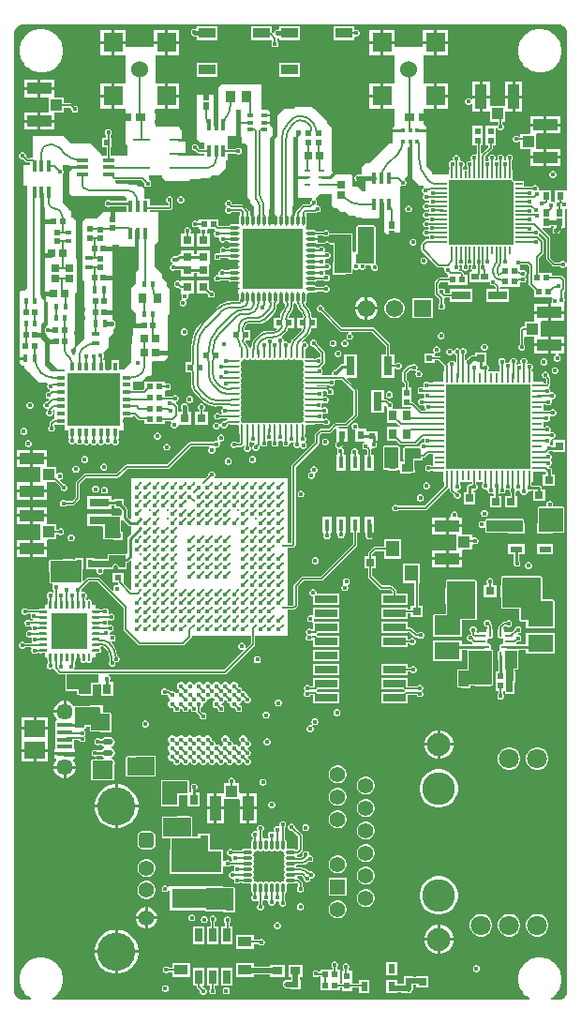
<source format=gtl>
G04*
G04 #@! TF.GenerationSoftware,Altium Limited,Altium Designer,24.2.2 (26)*
G04*
G04 Layer_Physical_Order=1*
G04 Layer_Color=255*
%FSLAX44Y44*%
%MOMM*%
G71*
G04*
G04 #@! TF.SameCoordinates,ED65E515-8F89-4409-9B4D-6018ACB33687*
G04*
G04*
G04 #@! TF.FilePolarity,Positive*
G04*
G01*
G75*
%ADD12C,0.1524*%
%ADD14C,0.1270*%
%ADD16C,0.2540*%
%ADD20C,0.5000*%
%ADD21R,0.5500X0.6000*%
%ADD22R,0.7581X0.8121*%
%ADD23R,0.6000X0.5500*%
%ADD24R,0.5000X0.4000*%
%ADD25R,1.1000X0.6000*%
%ADD26R,0.6725X0.7154*%
%ADD27R,0.4100X0.3300*%
%ADD28R,0.5200X0.5200*%
%ADD29R,0.7154X0.6725*%
%ADD30C,1.5240*%
%ADD31R,1.7780X1.7780*%
%ADD32R,1.0500X1.0000*%
%ADD33R,2.2000X1.0500*%
%ADD34R,4.0386X3.4544*%
%ADD35R,0.4318X1.0668*%
G04:AMPARAMS|DCode=36|XSize=0.625mm|YSize=0.25mm|CornerRadius=0.05mm|HoleSize=0mm|Usage=FLASHONLY|Rotation=270.000|XOffset=0mm|YOffset=0mm|HoleType=Round|Shape=RoundedRectangle|*
%AMROUNDEDRECTD36*
21,1,0.6250,0.1500,0,0,270.0*
21,1,0.5250,0.2500,0,0,270.0*
1,1,0.1000,-0.0750,-0.2625*
1,1,0.1000,-0.0750,0.2625*
1,1,0.1000,0.0750,0.2625*
1,1,0.1000,0.0750,-0.2625*
%
%ADD36ROUNDEDRECTD36*%
G04:AMPARAMS|DCode=37|XSize=0.25mm|YSize=0.675mm|CornerRadius=0.05mm|HoleSize=0mm|Usage=FLASHONLY|Rotation=270.000|XOffset=0mm|YOffset=0mm|HoleType=Round|Shape=RoundedRectangle|*
%AMROUNDEDRECTD37*
21,1,0.2500,0.5750,0,0,270.0*
21,1,0.1500,0.6750,0,0,270.0*
1,1,0.1000,-0.2875,-0.0750*
1,1,0.1000,-0.2875,0.0750*
1,1,0.1000,0.2875,0.0750*
1,1,0.1000,0.2875,-0.0750*
%
%ADD37ROUNDEDRECTD37*%
G04:AMPARAMS|DCode=38|XSize=0.25mm|YSize=0.975mm|CornerRadius=0.05mm|HoleSize=0mm|Usage=FLASHONLY|Rotation=270.000|XOffset=0mm|YOffset=0mm|HoleType=Round|Shape=RoundedRectangle|*
%AMROUNDEDRECTD38*
21,1,0.2500,0.8750,0,0,270.0*
21,1,0.1500,0.9750,0,0,270.0*
1,1,0.1000,-0.4375,-0.0750*
1,1,0.1000,-0.4375,0.0750*
1,1,0.1000,0.4375,0.0750*
1,1,0.1000,0.4375,-0.0750*
%
%ADD38ROUNDEDRECTD38*%
G04:AMPARAMS|DCode=39|XSize=1.225mm|YSize=0.25mm|CornerRadius=0.05mm|HoleSize=0mm|Usage=FLASHONLY|Rotation=270.000|XOffset=0mm|YOffset=0mm|HoleType=Round|Shape=RoundedRectangle|*
%AMROUNDEDRECTD39*
21,1,1.2250,0.1500,0,0,270.0*
21,1,1.1250,0.2500,0,0,270.0*
1,1,0.1000,-0.0750,-0.5625*
1,1,0.1000,-0.0750,0.5625*
1,1,0.1000,0.0750,0.5625*
1,1,0.1000,0.0750,-0.5625*
%
%ADD39ROUNDEDRECTD39*%
%ADD40R,0.4500X0.6750*%
%ADD41R,0.4000X0.5000*%
%ADD42R,0.6500X1.0500*%
%ADD43R,2.3062X1.5549*%
%ADD44R,0.8000X0.8000*%
%ADD45R,1.0500X0.6500*%
%ADD46R,1.0500X2.2000*%
%ADD47R,1.0000X1.0500*%
%ADD48R,1.8000X0.8000*%
%ADD49R,0.4725X0.5153*%
%ADD50R,2.0320X0.6604*%
%ADD51R,0.7200X0.7200*%
%ADD52R,0.7200X0.7200*%
%ADD53R,1.2000X1.4000*%
%ADD54R,0.4500X1.0500*%
%ADD55R,0.6000X0.6500*%
%ADD56C,0.4064*%
%ADD57R,0.8121X0.7581*%
%ADD58R,0.8000X1.7000*%
%ADD59R,0.6000X0.8000*%
%ADD60R,0.8000X0.9000*%
%ADD61R,0.5153X0.4725*%
%ADD62R,0.4725X0.4682*%
%ADD63R,0.3500X0.6500*%
%ADD64R,0.6500X0.3500*%
%ADD65R,0.7500X0.3000*%
%ADD66R,0.3000X0.7500*%
%ADD67R,4.8000X4.8000*%
%ADD68R,0.6153X0.5725*%
%ADD69R,0.4682X0.4725*%
%ADD70R,0.1925X0.8078*%
G04:AMPARAMS|DCode=71|XSize=0.8078mm|YSize=0.1925mm|CornerRadius=0.0962mm|HoleSize=0mm|Usage=FLASHONLY|Rotation=270.000|XOffset=0mm|YOffset=0mm|HoleType=Round|Shape=RoundedRectangle|*
%AMROUNDEDRECTD71*
21,1,0.8078,0.0000,0,0,270.0*
21,1,0.6154,0.1925,0,0,270.0*
1,1,0.1925,0.0000,-0.3077*
1,1,0.1925,0.0000,0.3077*
1,1,0.1925,0.0000,0.3077*
1,1,0.1925,0.0000,-0.3077*
%
%ADD71ROUNDEDRECTD71*%
G04:AMPARAMS|DCode=72|XSize=0.1925mm|YSize=0.8078mm|CornerRadius=0.0962mm|HoleSize=0mm|Usage=FLASHONLY|Rotation=270.000|XOffset=0mm|YOffset=0mm|HoleType=Round|Shape=RoundedRectangle|*
%AMROUNDEDRECTD72*
21,1,0.1925,0.6154,0,0,270.0*
21,1,0.0000,0.8078,0,0,270.0*
1,1,0.1925,-0.3077,0.0000*
1,1,0.1925,-0.3077,0.0000*
1,1,0.1925,0.3077,0.0000*
1,1,0.1925,0.3077,0.0000*
%
%ADD72ROUNDEDRECTD72*%
%ADD73R,0.4100X0.6600*%
%ADD74R,0.6096X0.2540*%
%ADD75R,0.9500X1.0500*%
%ADD76R,0.8500X0.6500*%
%ADD77R,0.6096X0.8382*%
%ADD78R,0.7000X0.7000*%
%ADD79R,0.5393X0.4725*%
%ADD80R,0.6750X0.4500*%
%ADD81R,0.5200X0.5200*%
%ADD82R,1.2500X0.8500*%
%ADD83R,5.3086X5.3086*%
G04:AMPARAMS|DCode=84|XSize=0.9397mm|YSize=0.4858mm|CornerRadius=0.2429mm|HoleSize=0mm|Usage=FLASHONLY|Rotation=180.000|XOffset=0mm|YOffset=0mm|HoleType=Round|Shape=RoundedRectangle|*
%AMROUNDEDRECTD84*
21,1,0.9397,0.0000,0,0,180.0*
21,1,0.4539,0.4858,0,0,180.0*
1,1,0.4858,-0.2269,0.0000*
1,1,0.4858,0.2269,0.0000*
1,1,0.4858,0.2269,0.0000*
1,1,0.4858,-0.2269,0.0000*
%
%ADD84ROUNDEDRECTD84*%
%ADD85R,1.9000X1.5000*%
%ADD86R,1.3500X0.4000*%
%ADD87R,1.0500X0.4500*%
%ADD88R,1.4986X0.2032*%
%ADD89R,1.5000X0.9000*%
G04:AMPARAMS|DCode=90|XSize=0.95mm|YSize=0.3mm|CornerRadius=0.15mm|HoleSize=0mm|Usage=FLASHONLY|Rotation=270.000|XOffset=0mm|YOffset=0mm|HoleType=Round|Shape=RoundedRectangle|*
%AMROUNDEDRECTD90*
21,1,0.9500,0.0000,0,0,270.0*
21,1,0.6500,0.3000,0,0,270.0*
1,1,0.3000,0.0000,-0.3250*
1,1,0.3000,0.0000,0.3250*
1,1,0.3000,0.0000,0.3250*
1,1,0.3000,0.0000,-0.3250*
%
%ADD90ROUNDEDRECTD90*%
G04:AMPARAMS|DCode=91|XSize=0.3mm|YSize=0.95mm|CornerRadius=0.15mm|HoleSize=0mm|Usage=FLASHONLY|Rotation=270.000|XOffset=0mm|YOffset=0mm|HoleType=Round|Shape=RoundedRectangle|*
%AMROUNDEDRECTD91*
21,1,0.3000,0.6500,0,0,270.0*
21,1,0.0000,0.9500,0,0,270.0*
1,1,0.3000,-0.3250,0.0000*
1,1,0.3000,-0.3250,0.0000*
1,1,0.3000,0.3250,0.0000*
1,1,0.3000,0.3250,0.0000*
%
%ADD91ROUNDEDRECTD91*%
%ADD92R,5.5000X5.5000*%
%ADD93R,2.6000X2.6000*%
%ADD94R,0.5000X0.3500*%
%ADD95R,1.7000X0.8000*%
%ADD97R,0.9500X0.7000*%
%ADD98R,0.8000X0.8000*%
%ADD99R,0.2540X0.8128*%
%ADD100R,0.8128X0.2540*%
%ADD101R,0.2200X0.6500*%
%ADD102R,4.5000X1.8000*%
G04:AMPARAMS|DCode=103|XSize=0.3mm|YSize=0.85mm|CornerRadius=0.15mm|HoleSize=0mm|Usage=FLASHONLY|Rotation=270.000|XOffset=0mm|YOffset=0mm|HoleType=Round|Shape=RoundedRectangle|*
%AMROUNDEDRECTD103*
21,1,0.3000,0.5500,0,0,270.0*
21,1,0.0000,0.8500,0,0,270.0*
1,1,0.3000,-0.2750,0.0000*
1,1,0.3000,-0.2750,0.0000*
1,1,0.3000,0.2750,0.0000*
1,1,0.3000,0.2750,0.0000*
%
%ADD103ROUNDEDRECTD103*%
%ADD104R,0.6500X0.6000*%
%ADD105R,0.6500X0.2200*%
G04:AMPARAMS|DCode=106|XSize=0.85mm|YSize=0.3mm|CornerRadius=0.15mm|HoleSize=0mm|Usage=FLASHONLY|Rotation=270.000|XOffset=0mm|YOffset=0mm|HoleType=Round|Shape=RoundedRectangle|*
%AMROUNDEDRECTD106*
21,1,0.8500,0.0000,0,0,270.0*
21,1,0.5500,0.3000,0,0,270.0*
1,1,0.3000,0.0000,-0.2750*
1,1,0.3000,0.0000,0.2750*
1,1,0.3000,0.0000,0.2750*
1,1,0.3000,0.0000,-0.2750*
%
%ADD106ROUNDEDRECTD106*%
%ADD107R,0.5200X0.5600*%
%ADD108R,0.9397X0.4858*%
%ADD109R,0.8000X0.9000*%
%ADD110R,0.6500X1.2500*%
%ADD111R,0.8000X0.9500*%
%ADD113C,0.2250*%
%ADD114R,3.2000X3.2000*%
%ADD149R,1.5700X1.5700*%
%ADD150C,1.5700*%
%ADD153C,0.5000*%
%ADD159C,0.6000*%
%ADD160C,0.1270*%
%ADD161R,4.1000X4.1000*%
%ADD162C,0.3810*%
%ADD163C,0.2032*%
%ADD164C,0.5080*%
%ADD165C,0.1397*%
%ADD166C,0.1905*%
%ADD167C,1.4200*%
G04:AMPARAMS|DCode=168|XSize=1.42mm|YSize=1.42mm|CornerRadius=0.355mm|HoleSize=0mm|Usage=FLASHONLY|Rotation=270.000|XOffset=0mm|YOffset=0mm|HoleType=Round|Shape=RoundedRectangle|*
%AMROUNDEDRECTD168*
21,1,1.4200,0.7100,0,0,270.0*
21,1,0.7100,1.4200,0,0,270.0*
1,1,0.7100,-0.3550,-0.3550*
1,1,0.7100,-0.3550,0.3550*
1,1,0.7100,0.3550,0.3550*
1,1,0.7100,0.3550,-0.3550*
%
%ADD168ROUNDEDRECTD168*%
%ADD169C,3.4500*%
%ADD170C,1.4500*%
%ADD171C,2.1000*%
%ADD172C,1.8000*%
%ADD173C,2.9500*%
%ADD174C,1.4000*%
%ADD175R,1.4000X1.4000*%
G36*
X497815Y884590D02*
X499384Y883940D01*
X500796Y882997D01*
X501997Y881796D01*
X502940Y880384D01*
X503590Y878815D01*
X503922Y877149D01*
X503922Y876300D01*
X503919Y735090D01*
X502778Y734778D01*
Y734778D01*
X493222D01*
Y724722D01*
X492034Y723853D01*
X491954Y723850D01*
X491592Y724211D01*
X490444Y724686D01*
X489778Y725680D01*
Y734778D01*
X480222D01*
Y734778D01*
X479005Y734907D01*
X478531Y735154D01*
X478413Y735658D01*
X478448Y735742D01*
Y736985D01*
X477973Y738133D01*
X477094Y739012D01*
X475946Y739488D01*
X474703D01*
X473554Y739012D01*
X472933Y738391D01*
X465278D01*
Y743378D01*
X456006D01*
X455142Y743642D01*
X454878Y744505D01*
Y753778D01*
X453890D01*
Y761472D01*
X454649Y762230D01*
X455124Y763379D01*
Y764621D01*
X454649Y765770D01*
X453770Y766649D01*
X452621Y767124D01*
X451379D01*
X450230Y766649D01*
X449351Y765770D01*
X448876Y764621D01*
Y763379D01*
X449191Y762618D01*
X448503Y761552D01*
X447540D01*
X446809Y762618D01*
X447124Y763379D01*
Y764621D01*
X446648Y765770D01*
X445770Y766649D01*
X444621Y767124D01*
X443378D01*
X442230Y766649D01*
X441351Y765770D01*
X440876Y764621D01*
Y763379D01*
X441191Y762618D01*
X440503Y761552D01*
X439540D01*
X438809Y762618D01*
X439124Y763379D01*
Y764621D01*
X438648Y765770D01*
X437770Y766649D01*
X436621Y767124D01*
X435378D01*
X434230Y766649D01*
X433351Y765770D01*
X432876Y764621D01*
Y763379D01*
X433257Y762458D01*
X432931Y761794D01*
X432470Y761316D01*
X431453D01*
X431161Y761195D01*
X429891Y762043D01*
Y765217D01*
X436337Y771663D01*
X436747Y772277D01*
X436890Y773000D01*
Y774972D01*
X439528D01*
Y783472D01*
Y790810D01*
X440798Y791063D01*
X440981Y790620D01*
X441860Y789741D01*
X443008Y789266D01*
X444251D01*
X445400Y789741D01*
X446278Y790620D01*
X446754Y791769D01*
Y793011D01*
X446278Y794160D01*
X445520Y794918D01*
Y796722D01*
X447778D01*
Y804265D01*
X447960Y805460D01*
X449048Y805460D01*
X454480D01*
Y817730D01*
X447960D01*
Y811973D01*
X447778Y810778D01*
X446690Y810778D01*
X434222Y810778D01*
X434040Y811973D01*
Y817730D01*
X427520D01*
Y805460D01*
X434040Y805460D01*
X434222Y804265D01*
Y796722D01*
X441739D01*
Y794918D01*
X440981Y794160D01*
X440655Y793373D01*
X439528Y793028D01*
X439243Y793028D01*
X430472D01*
Y783472D01*
Y774972D01*
X432914D01*
X433028Y773702D01*
X427198Y767871D01*
X425928Y768398D01*
Y774972D01*
X427528D01*
Y783472D01*
Y793028D01*
X418472D01*
Y783472D01*
Y774972D01*
X422147D01*
Y767867D01*
X420877Y767018D01*
X420621Y767124D01*
X419379D01*
X418230Y766649D01*
X417351Y765770D01*
X416876Y764621D01*
Y763379D01*
X417257Y762458D01*
X416931Y761794D01*
X416470Y761316D01*
X415453D01*
X414305Y760840D01*
X413426Y759961D01*
X412951Y758813D01*
Y757570D01*
X413426Y756422D01*
X414147Y755701D01*
Y753778D01*
X409928D01*
Y755627D01*
X410723Y756422D01*
X411199Y757570D01*
Y758813D01*
X410723Y759961D01*
X409844Y760840D01*
X408696Y761316D01*
X407929D01*
X407120Y762263D01*
X407041Y762489D01*
X407186Y762841D01*
Y764084D01*
X406711Y765232D01*
X405832Y766111D01*
X404684Y766587D01*
X403441D01*
X402293Y766111D01*
X401414Y765232D01*
X400938Y764084D01*
Y762841D01*
X401037Y762602D01*
X401020Y762533D01*
X400149Y761428D01*
X399499D01*
X398351Y760953D01*
X397472Y760074D01*
X396996Y758926D01*
Y757683D01*
X397472Y756535D01*
X398110Y755897D01*
Y753778D01*
X397122D01*
Y749775D01*
X396574Y749548D01*
X382452D01*
X382000Y750000D01*
Y751976D01*
X377000Y756976D01*
Y774000D01*
X377000D01*
X377000D01*
Y792000D01*
X375000Y794000D01*
X374000D01*
Y808630D01*
X383860D01*
Y820060D01*
Y831490D01*
X374000D01*
Y856890D01*
X383860D01*
Y867050D01*
X373700D01*
Y864000D01*
X348300D01*
Y867050D01*
X338140D01*
Y856890D01*
X348000D01*
Y831490D01*
X338140D01*
Y820060D01*
Y808630D01*
X348000D01*
Y793000D01*
X346000Y791000D01*
Y785000D01*
Y777400D01*
X343400D01*
X325000Y759000D01*
X322000D01*
X318000Y755000D01*
Y749103D01*
X315901D01*
X315736Y749171D01*
X314494D01*
X313345Y748696D01*
X312466Y747817D01*
X311991Y746668D01*
Y745426D01*
X312466Y744277D01*
X313345Y743399D01*
X314494Y742923D01*
X315736D01*
X315901Y742991D01*
X321754D01*
X322000Y742399D01*
Y734000D01*
X319000D01*
X315000Y738000D01*
X310000D01*
Y747817D01*
X308817Y749000D01*
X294860D01*
X291860Y752000D01*
X291000D01*
Y791281D01*
X287206Y795074D01*
Y796794D01*
X276000Y808000D01*
X275000D01*
X273000Y810000D01*
X258774D01*
X256774Y808000D01*
X248000D01*
X242000Y802000D01*
Y793949D01*
Y783808D01*
X239562Y781370D01*
Y719915D01*
X239743Y719734D01*
X240000Y719000D01*
Y709860D01*
X241561Y708299D01*
X242158D01*
Y704250D01*
X241953Y704000D01*
X234809D01*
Y717991D01*
X235000Y718000D01*
Y781022D01*
X238370Y784392D01*
Y791673D01*
X235793Y794250D01*
Y806005D01*
X234000Y807798D01*
X228207D01*
X228000Y808298D01*
Y830000D01*
X227629Y830371D01*
X191371D01*
X189000Y828000D01*
Y822500D01*
Y792000D01*
X184750D01*
Y820750D01*
X169000D01*
Y790000D01*
Y781394D01*
X172393Y778000D01*
X176472D01*
Y771890D01*
X172177D01*
X171099Y772969D01*
Y774041D01*
X170623Y775189D01*
X169744Y776068D01*
X168596Y776543D01*
X167353D01*
X166205Y776068D01*
X165326Y775189D01*
X164850Y774041D01*
Y772798D01*
X165326Y771649D01*
X166205Y770770D01*
X167353Y770295D01*
X168425D01*
X170057Y768663D01*
X170670Y768253D01*
X171394Y768110D01*
X176472D01*
Y766000D01*
X159321D01*
Y780700D01*
X156000D01*
Y789000D01*
X155000Y790000D01*
X154000D01*
Y791000D01*
X153000Y792000D01*
X132000D01*
Y808630D01*
X140860D01*
Y820060D01*
Y831490D01*
X132000D01*
Y855000D01*
Y856890D01*
X140860D01*
Y867050D01*
X130700D01*
Y864000D01*
X105300D01*
Y867050D01*
X95140D01*
Y856890D01*
X105000D01*
Y831490D01*
X95140D01*
Y820060D01*
Y808630D01*
X105000D01*
Y796406D01*
Y777000D01*
X106709Y775291D01*
Y766000D01*
X96924D01*
Y766234D01*
X91787D01*
Y773622D01*
X92378D01*
Y782378D01*
X91345D01*
Y784430D01*
X92103Y785188D01*
X92578Y786336D01*
Y787579D01*
X92103Y788727D01*
X91224Y789606D01*
X90076Y790082D01*
X88833D01*
X87684Y789606D01*
X86805Y788727D01*
X86330Y787579D01*
Y786336D01*
X86805Y785188D01*
X87564Y784430D01*
Y782378D01*
X83622D01*
Y773622D01*
X88006D01*
Y766234D01*
X82868D01*
Y768154D01*
X74022Y777000D01*
X56000D01*
X49000Y784000D01*
X21879D01*
X21379Y783500D01*
Y773490D01*
Y764028D01*
X18472D01*
Y763376D01*
X17114D01*
X15121Y765370D01*
X15124Y765379D01*
Y766621D01*
X14649Y767770D01*
X13770Y768649D01*
X12621Y769124D01*
X11379D01*
X10230Y768649D01*
X9351Y767770D01*
X8876Y766621D01*
Y765379D01*
X9351Y764230D01*
X10230Y763351D01*
X11379Y762876D01*
X12621D01*
X12630Y762879D01*
X15140Y760370D01*
X15711Y759988D01*
X16385Y759854D01*
X18472D01*
Y758000D01*
X13000D01*
Y739000D01*
X15736D01*
Y645868D01*
X13868Y644000D01*
X10000D01*
X9000Y643000D01*
Y579000D01*
X26885Y561115D01*
X33901D01*
X34427Y559846D01*
X34351Y559770D01*
X33876Y558621D01*
Y557379D01*
X34351Y556230D01*
X35230Y555351D01*
X36258Y554926D01*
X36616Y553992D01*
X36702Y553671D01*
X36105Y552912D01*
X35306D01*
X34157Y552437D01*
X33279Y551558D01*
X32803Y550410D01*
Y549167D01*
X33279Y548019D01*
X34157Y547140D01*
X35306Y546664D01*
X35721Y545394D01*
X34451Y544124D01*
X33379D01*
X32230Y543649D01*
X31351Y542770D01*
X30876Y541621D01*
Y540379D01*
X31351Y539230D01*
X32230Y538351D01*
X33379Y537876D01*
X33635D01*
X33848Y537725D01*
X34565Y536606D01*
X34528Y536418D01*
Y536320D01*
X33770Y535562D01*
X33294Y534414D01*
Y533171D01*
X33770Y532023D01*
X34648Y531144D01*
X35797Y530668D01*
X37039D01*
X38188Y531144D01*
X39067Y532023D01*
X39542Y533171D01*
Y534414D01*
X39067Y535562D01*
X38651Y535978D01*
X39707Y537033D01*
X40977Y536507D01*
Y528615D01*
X40725D01*
X40002Y528472D01*
X39388Y528062D01*
X36663Y525337D01*
X36253Y524724D01*
X36109Y524000D01*
Y522528D01*
X35351Y521770D01*
X34876Y520621D01*
Y519379D01*
X35351Y518230D01*
X36230Y517351D01*
X37379Y516876D01*
X38621D01*
X39770Y517351D01*
X40649Y518230D01*
X41124Y519379D01*
Y520621D01*
X40649Y521770D01*
X40526Y521892D01*
X40612Y522315D01*
X40977Y523447D01*
X40977Y523447D01*
X40977Y523447D01*
X50000D01*
Y522001D01*
X50000Y522000D01*
X50296Y520859D01*
Y518000D01*
X53477D01*
Y510947D01*
X53477Y510947D01*
X53477D01*
X53837Y509677D01*
X53709Y509369D01*
Y508126D01*
X54185Y506978D01*
X55064Y506099D01*
X56212Y505623D01*
X57455D01*
X58603Y506099D01*
X59213Y506709D01*
X60304Y506660D01*
X60667Y506519D01*
X60709Y506416D01*
X61588Y505537D01*
X62736Y505062D01*
X63979D01*
X65128Y505537D01*
X65659Y506069D01*
X67029Y505955D01*
X67094Y505925D01*
X67972Y505047D01*
X69121Y504571D01*
X70363D01*
X71512Y505047D01*
X72391Y505925D01*
X72786Y506016D01*
X73804Y506020D01*
X74497Y505327D01*
X75645Y504851D01*
X76888D01*
X78036Y505327D01*
X78770Y506061D01*
X80001Y506082D01*
X80142Y506066D01*
X81021Y505187D01*
X82170Y504711D01*
X83413D01*
X84561Y505187D01*
X85440Y506066D01*
X85487Y506181D01*
X86956Y506408D01*
X87336Y506029D01*
X88484Y505553D01*
X89727D01*
X90875Y506029D01*
X91395Y506548D01*
X92684Y506433D01*
X92853Y506347D01*
X92911Y506206D01*
X93790Y505327D01*
X94938Y504851D01*
X96181D01*
X97329Y505327D01*
X98208Y506206D01*
X98684Y507354D01*
Y508597D01*
X98208Y509745D01*
X98803Y510947D01*
X99033D01*
Y518000D01*
X103757D01*
Y529947D01*
X111533D01*
Y531334D01*
X112992D01*
X116663Y527663D01*
X117276Y527253D01*
X118000Y527109D01*
X122222D01*
Y523496D01*
X140278D01*
Y526133D01*
X145919D01*
X146445Y524863D01*
X146351Y524770D01*
X145876Y523621D01*
Y522379D01*
X146351Y521230D01*
X147230Y520351D01*
X148379Y519876D01*
X149621D01*
X150770Y520351D01*
X151649Y521230D01*
X152061Y522226D01*
X152246Y522504D01*
X152940Y523222D01*
X153394Y523222D01*
X164278D01*
Y534778D01*
X161556D01*
Y539357D01*
X161323Y540526D01*
X160661Y541517D01*
X159669Y542180D01*
X159051Y542303D01*
X158621Y542481D01*
X157379D01*
X156230Y542005D01*
X155351Y541126D01*
X154876Y539978D01*
Y538735D01*
X155351Y537587D01*
X155444Y537494D01*
Y534778D01*
X152777D01*
Y539357D01*
X152633Y540080D01*
X152223Y540693D01*
X150311Y542606D01*
X150476Y543281D01*
X150774Y543939D01*
X151770Y544351D01*
X152649Y545230D01*
X153124Y546379D01*
Y547621D01*
X152649Y548770D01*
X151770Y549649D01*
X150621Y550124D01*
X149379D01*
X148230Y549649D01*
X147472Y548890D01*
X140413D01*
Y552275D01*
X140413D01*
Y553219D01*
X141093Y554207D01*
X141683Y554528D01*
X142320Y554264D01*
X143562D01*
X144711Y554740D01*
X145590Y555619D01*
X146065Y556767D01*
Y558010D01*
X145590Y559158D01*
X144711Y560037D01*
X143562Y560513D01*
X142320D01*
X141683Y560249D01*
X140489Y560897D01*
X140413Y560993D01*
Y562275D01*
X122357D01*
Y555892D01*
X121080Y554616D01*
X111533D01*
Y562000D01*
X119357D01*
X124135Y566778D01*
Y567000D01*
X127367D01*
X129000Y568633D01*
Y580000D01*
X130000Y581000D01*
X140000D01*
X142808Y583808D01*
Y621878D01*
X144850Y623921D01*
Y645331D01*
X141951Y648230D01*
Y652049D01*
X138000Y656000D01*
Y659000D01*
X131000Y666000D01*
Y685000D01*
X135000Y689000D01*
Y701418D01*
Y715000D01*
X126666D01*
Y717110D01*
X144777D01*
X145500Y717253D01*
X146114Y717663D01*
X147007Y718556D01*
X147416Y719169D01*
X147560Y719893D01*
Y724519D01*
X147463Y725010D01*
X147728Y725651D01*
Y726894D01*
X147252Y728042D01*
X146373Y728921D01*
X145225Y729397D01*
X143982D01*
X142834Y728921D01*
X141955Y728042D01*
X141479Y726894D01*
Y725651D01*
X141955Y724503D01*
X142834Y723624D01*
X143779Y723232D01*
Y720891D01*
X126666D01*
Y727196D01*
X122000D01*
Y736000D01*
X120000Y738000D01*
X116820D01*
X114820Y740000D01*
X108000D01*
X107000Y741000D01*
X97000D01*
X95440Y742560D01*
X95966Y743830D01*
X107555D01*
X108278Y743974D01*
X108311Y743996D01*
X110349D01*
X110382Y743974D01*
X111105Y743830D01*
X119496D01*
X121876Y741451D01*
Y740379D01*
X122351Y739230D01*
X123230Y738351D01*
X124379Y737876D01*
X125621D01*
X126770Y738351D01*
X127649Y739230D01*
X128124Y740379D01*
Y741621D01*
X127649Y742770D01*
X126770Y743649D01*
X126116Y743919D01*
X126000Y744503D01*
Y748000D01*
X138000D01*
Y746591D01*
X141059Y743532D01*
X162049D01*
X163517Y745000D01*
X172000D01*
X173000Y746000D01*
X181000D01*
X183000Y748000D01*
X189000D01*
X195750Y754750D01*
Y762089D01*
X197400D01*
Y762972D01*
X197528D01*
Y768110D01*
X204472D01*
X205230Y767351D01*
X206379Y766876D01*
X207621D01*
X208770Y767351D01*
X209649Y768230D01*
X210124Y769379D01*
Y770621D01*
X209649Y771770D01*
X208770Y772649D01*
X207621Y773124D01*
X206379D01*
X205230Y772649D01*
X204472Y771890D01*
X197528D01*
Y777028D01*
X197400D01*
Y784000D01*
X205000D01*
Y807175D01*
X209000D01*
Y791250D01*
Y784000D01*
X210000Y783000D01*
Y778000D01*
X211000Y777000D01*
X213017D01*
X215000Y775017D01*
Y729207D01*
X218000Y726207D01*
Y723316D01*
X221000Y720316D01*
Y704000D01*
X219047D01*
X218842Y704250D01*
Y710750D01*
X218588Y712029D01*
X217863Y713113D01*
X217390Y713429D01*
Y715000D01*
X217247Y715723D01*
X216837Y716337D01*
X211837Y721337D01*
X211224Y721747D01*
X210500Y721890D01*
X201783D01*
X201124Y722549D01*
Y723621D01*
X200649Y724770D01*
X199770Y725649D01*
X198621Y726124D01*
X197379D01*
X196230Y725649D01*
X195351Y724770D01*
X194876Y723621D01*
Y722379D01*
X195351Y721230D01*
X195755Y720826D01*
X196089Y720000D01*
X195755Y719174D01*
X195351Y718770D01*
X194876Y717621D01*
Y716379D01*
X195351Y715230D01*
X196230Y714351D01*
X197379Y713876D01*
X198621D01*
X199770Y714351D01*
X200528Y715109D01*
X208217D01*
X208610Y714717D01*
Y713429D01*
X208137Y713113D01*
X207412Y712029D01*
X207158Y710750D01*
Y704250D01*
X206750D01*
Y703842D01*
X200250D01*
X198971Y703588D01*
X197887Y702863D01*
X197641Y702496D01*
X189028D01*
Y708742D01*
X170972D01*
Y707607D01*
X169702Y707081D01*
X169613Y707169D01*
X168465Y707645D01*
X167222D01*
X166074Y707169D01*
X165195Y706291D01*
X164719Y705142D01*
Y703899D01*
X165195Y702751D01*
X166074Y701872D01*
X167222Y701397D01*
X168465D01*
X169613Y701872D01*
X169702Y701961D01*
X170972Y701435D01*
Y699686D01*
X171590D01*
X172438Y698416D01*
X172356Y698219D01*
Y696976D01*
X172388Y696898D01*
X171540Y695629D01*
X169670D01*
Y684072D01*
X181226D01*
Y695629D01*
X179422D01*
X178573Y696898D01*
X178605Y696976D01*
Y698219D01*
X178523Y698416D01*
X179372Y699686D01*
X185240D01*
X185683Y699229D01*
X186075Y698017D01*
X185196Y697138D01*
X184721Y695990D01*
Y694747D01*
X185196Y693599D01*
X186075Y692720D01*
X187223Y692244D01*
X188466D01*
X188679Y692332D01*
X189694Y691462D01*
Y690219D01*
X190169Y689071D01*
X191048Y688192D01*
X192196Y687717D01*
X193439D01*
X194587Y688192D01*
X195175Y688780D01*
X197457D01*
X197887Y688137D01*
X198971Y687412D01*
X200250Y687158D01*
X206750D01*
Y683842D01*
X200250D01*
X198971Y683588D01*
X197887Y682863D01*
X197579Y682402D01*
X195951D01*
X195181Y683172D01*
X194033Y683648D01*
X192790D01*
X191642Y683172D01*
X190763Y682293D01*
X190287Y681145D01*
Y679902D01*
X190763Y678754D01*
X190051Y677670D01*
X190020Y677649D01*
X188871Y678124D01*
X187629D01*
X186480Y677649D01*
X185601Y676770D01*
X185126Y675621D01*
Y674379D01*
X185601Y673230D01*
X186480Y672351D01*
X187629Y671876D01*
X188871D01*
X190020Y672351D01*
X190899Y673230D01*
X190952Y673360D01*
X197738D01*
X197887Y673137D01*
X198971Y672412D01*
X200250Y672158D01*
X206750D01*
Y663842D01*
X200250D01*
X198971Y663588D01*
X197887Y662863D01*
X197571Y662391D01*
X194528D01*
X193770Y663149D01*
X192621Y663624D01*
X191379D01*
X190230Y663149D01*
X189351Y662270D01*
X188876Y661121D01*
Y659879D01*
X188967Y659659D01*
X188925Y659519D01*
X188078Y658486D01*
X187372D01*
X186224Y658010D01*
X185345Y657131D01*
X184869Y655983D01*
Y654740D01*
X185345Y653592D01*
X186224Y652713D01*
X187372Y652237D01*
X188615D01*
X189764Y652713D01*
X190522Y653471D01*
X197663D01*
X197887Y653137D01*
X198971Y652412D01*
X200250Y652158D01*
X206750D01*
Y641750D01*
X207158D01*
Y635250D01*
X206804Y634819D01*
X201232D01*
Y634882D01*
X197314Y634496D01*
X193547Y633353D01*
X190075Y631497D01*
X187032Y629000D01*
X187077Y628955D01*
X173482Y615361D01*
X173482Y615361D01*
X173439Y615405D01*
X170282Y611709D01*
X167743Y607565D01*
X165883Y603075D01*
X164749Y598349D01*
X164367Y593504D01*
X164429D01*
Y579528D01*
X158972D01*
Y570472D01*
X163154D01*
X164334Y570124D01*
Y559986D01*
X164260D01*
X164690Y556718D01*
X165951Y553674D01*
X167957Y551059D01*
X168010Y551111D01*
X168010Y551111D01*
X174066Y545055D01*
X174066Y545055D01*
X174026Y545015D01*
X176866Y542684D01*
X180107Y540952D01*
X183623Y539886D01*
X187279Y539526D01*
Y539582D01*
X192649D01*
X192953Y538908D01*
X193038Y538312D01*
X192287Y537561D01*
X191811Y536412D01*
Y535169D01*
X192287Y534021D01*
X192323Y533985D01*
X191796Y532715D01*
X190494D01*
X190471Y532770D01*
X189592Y533649D01*
X188444Y534124D01*
X187201D01*
X186053Y533649D01*
X185174Y532770D01*
X184699Y531621D01*
Y530379D01*
X185174Y529230D01*
X186053Y528351D01*
X187201Y527876D01*
X188444D01*
X189592Y528351D01*
X190175Y528934D01*
X196881D01*
X197222Y528334D01*
X196779Y527508D01*
X196647Y527482D01*
X196034Y527072D01*
X194950Y525988D01*
X194621Y526124D01*
X193379D01*
X192230Y525649D01*
X191351Y524770D01*
X190980Y523874D01*
X190062Y523705D01*
X189658Y523747D01*
X189649Y523770D01*
X188770Y524649D01*
X187621Y525124D01*
X186379D01*
X185230Y524649D01*
X184351Y523770D01*
X183876Y522621D01*
Y521379D01*
X184351Y520230D01*
X185230Y519351D01*
X186379Y518876D01*
X187621D01*
X188770Y519351D01*
X189649Y520230D01*
X190020Y521126D01*
X190938Y521295D01*
X191342Y521253D01*
X191351Y521230D01*
X192230Y520351D01*
X193379Y519876D01*
X194621D01*
X195770Y520351D01*
X196649Y521230D01*
X197124Y522379D01*
Y522815D01*
X197567Y523258D01*
X198696Y523772D01*
X199602Y523167D01*
X200671Y522954D01*
X205987D01*
X206916Y522664D01*
X207206Y521735D01*
Y516419D01*
X207419Y515350D01*
X208024Y514444D01*
X208109Y514387D01*
Y506890D01*
X205528D01*
X204770Y507649D01*
X203621Y508124D01*
X202379D01*
X201230Y507649D01*
X200351Y506770D01*
X199876Y505621D01*
Y504379D01*
X200351Y503230D01*
X201230Y502351D01*
X202379Y501876D01*
X203621D01*
X204770Y502351D01*
X205528Y503110D01*
X209107D01*
X209831Y503253D01*
X210444Y503663D01*
X211337Y504556D01*
X211440Y504711D01*
X212799Y504458D01*
X212843Y504261D01*
X212351Y503770D01*
X211876Y502621D01*
Y501379D01*
X212351Y500230D01*
X213230Y499351D01*
X214379Y498876D01*
X215621D01*
X216770Y499351D01*
X217649Y500230D01*
X218124Y501379D01*
Y502621D01*
X217649Y503770D01*
X216891Y504528D01*
Y507165D01*
X218160Y507691D01*
X218386Y507466D01*
X219534Y506991D01*
X220777D01*
X220989Y507079D01*
X222174Y506408D01*
X222022Y505692D01*
X220874Y505216D01*
X219995Y504337D01*
X219520Y503189D01*
Y501946D01*
X219995Y500798D01*
X220874Y499919D01*
X222022Y499443D01*
X223265D01*
X224414Y499919D01*
X225292Y500798D01*
X225768Y501946D01*
Y503189D01*
X225977Y503573D01*
X226546Y504285D01*
X227826Y504297D01*
X228330Y503793D01*
X229479Y503317D01*
X230721D01*
X231870Y503793D01*
X232749Y504672D01*
X233224Y505820D01*
Y507063D01*
X232872Y507912D01*
X233536Y508801D01*
X233718Y508937D01*
X234306Y508693D01*
X235549D01*
X236399Y509045D01*
X236745Y508766D01*
X237270Y508082D01*
X236876Y507131D01*
Y505888D01*
X237351Y504740D01*
X238230Y503861D01*
X239379Y503385D01*
X240621D01*
X241770Y503861D01*
X242649Y504740D01*
X243124Y505888D01*
Y507131D01*
X242860Y507769D01*
X243832Y508741D01*
X244345Y508529D01*
X245588D01*
X246238Y508798D01*
X247178Y507812D01*
X246890Y507117D01*
Y505874D01*
X247365Y504726D01*
X248244Y503847D01*
X249392Y503372D01*
X250635D01*
X251784Y503847D01*
X252662Y504726D01*
X253138Y505874D01*
Y506463D01*
X254310Y507351D01*
X254311Y507352D01*
X254385Y507321D01*
X255628D01*
X256451Y507663D01*
X257123Y506996D01*
X257311Y506673D01*
X256876Y505621D01*
Y504379D01*
X257351Y503230D01*
X258230Y502351D01*
X259379Y501876D01*
X260621D01*
X261770Y502351D01*
X262982Y502617D01*
X263339Y502261D01*
X263861Y501739D01*
X265009Y501263D01*
X266252D01*
X267400Y501739D01*
X268279Y502617D01*
X268755Y503766D01*
Y505009D01*
X268279Y506157D01*
X267400Y507036D01*
X267778Y508254D01*
X268224Y509330D01*
Y510573D01*
X267749Y511721D01*
X266891Y512580D01*
Y514387D01*
X266976Y514444D01*
X267581Y515350D01*
X267794Y516419D01*
Y521735D01*
X268084Y522664D01*
X269013Y522954D01*
X274329D01*
X275398Y523167D01*
X276304Y523772D01*
X276361Y523858D01*
X283587D01*
X284287Y523158D01*
X285435Y522682D01*
X286678D01*
X287827Y523158D01*
X288705Y524036D01*
X289181Y525185D01*
Y526427D01*
X288705Y527576D01*
X287827Y528455D01*
X286678Y528930D01*
X285435D01*
X284287Y528455D01*
X284224Y528392D01*
X283744Y528391D01*
X282833Y529466D01*
X283037Y529957D01*
Y531200D01*
X282612Y532225D01*
X282854Y532631D01*
X283469Y533223D01*
X284284Y532886D01*
X285526D01*
X286675Y533361D01*
X287554Y534240D01*
X288029Y535388D01*
Y536631D01*
X287554Y537780D01*
X286675Y538658D01*
X285526Y539134D01*
X284284D01*
X283135Y538658D01*
X283127Y538651D01*
X282051Y539370D01*
X282379Y540162D01*
Y541404D01*
X282339Y541500D01*
X283113Y542949D01*
X283417Y543009D01*
X283519Y542907D01*
X284667Y542431D01*
X285910D01*
X287059Y542907D01*
X287938Y543786D01*
X288413Y544934D01*
Y546177D01*
X287938Y547325D01*
X287059Y548204D01*
X285910Y548680D01*
X284667D01*
X283935Y548377D01*
X283902Y548400D01*
X283090Y549401D01*
X283421Y550201D01*
Y551444D01*
X282945Y552592D01*
X283476Y553858D01*
X285858D01*
X286876Y552840D01*
Y552379D01*
X287351Y551230D01*
X288230Y550351D01*
X289379Y549876D01*
X290621D01*
X291770Y550351D01*
X292649Y551230D01*
X293124Y552379D01*
Y553621D01*
X292649Y554770D01*
X291770Y555649D01*
X290621Y556124D01*
X289379D01*
X289068Y555995D01*
X287978Y557085D01*
X287365Y557495D01*
X286642Y557639D01*
X278333D01*
X277855Y558468D01*
X278118Y558934D01*
X288647D01*
X289230Y558351D01*
X290379Y557876D01*
X291621D01*
X292770Y558351D01*
X293649Y559230D01*
X294124Y560379D01*
Y561621D01*
X293692Y562664D01*
X293884Y563203D01*
X294280Y563934D01*
X300392D01*
X311110Y553217D01*
Y532391D01*
X303610Y524891D01*
X295000D01*
X294277Y524747D01*
X293663Y524337D01*
X288672Y519346D01*
X281455D01*
X280732Y519202D01*
X280118Y518792D01*
X276663Y515337D01*
X276253Y514724D01*
X276110Y514000D01*
Y507783D01*
X255663Y487337D01*
X255253Y486724D01*
X255110Y486000D01*
Y416046D01*
X251536D01*
Y474393D01*
X185522D01*
X185081Y475663D01*
X185649Y476230D01*
X186124Y477379D01*
Y478621D01*
X185649Y479770D01*
X184770Y480649D01*
X183621Y481124D01*
X182379D01*
X181230Y480649D01*
X180351Y479770D01*
X179876Y478621D01*
Y477638D01*
X176630Y474393D01*
X110038D01*
Y438164D01*
X108768Y437638D01*
X106409Y439998D01*
Y447000D01*
X106225Y447922D01*
X105703Y448703D01*
X103140Y451266D01*
Y456569D01*
X94859D01*
Y455408D01*
X91919D01*
Y458778D01*
X70363D01*
Y447222D01*
X91919D01*
Y450592D01*
X94859D01*
Y447860D01*
X99734D01*
X101592Y446002D01*
Y441740D01*
X100322Y441049D01*
X100000Y441182D01*
X91919D01*
Y442778D01*
X70363D01*
Y431222D01*
X84012D01*
X84738Y430253D01*
Y419947D01*
X86205D01*
X86516Y419818D01*
X93722D01*
Y419222D01*
X102278D01*
Y426778D01*
X101182D01*
Y436679D01*
X101819Y437032D01*
X102452Y437142D01*
X107297Y432297D01*
X108078Y431775D01*
X109000Y431591D01*
X110038D01*
Y424622D01*
X107297Y421881D01*
X106775Y421099D01*
X106592Y420178D01*
Y406740D01*
X105322Y406049D01*
X105000Y406182D01*
X90000D01*
X89164Y405836D01*
X88818Y405000D01*
Y402898D01*
X88153Y401903D01*
X77847D01*
X76878Y402630D01*
Y403078D01*
X69222D01*
Y392922D01*
X71795D01*
X72047Y392818D01*
X78038D01*
X78743Y391762D01*
X78739Y391751D01*
Y390508D01*
X79214Y389359D01*
X80093Y388481D01*
X81242Y388005D01*
X82484D01*
X83633Y388481D01*
X84512Y389359D01*
X84987Y390508D01*
Y391751D01*
X84983Y391762D01*
X85688Y392818D01*
X92874D01*
X92987Y392865D01*
X93108Y392841D01*
X93142Y392864D01*
X93392Y393033D01*
X93709Y393164D01*
X93711Y393167D01*
X93712Y393167D01*
X93758Y393278D01*
X93858Y393346D01*
X93861Y393349D01*
X93861Y393349D01*
X93927Y393686D01*
X94058Y394003D01*
Y395011D01*
X94354Y395725D01*
X94900Y396271D01*
X95614Y396567D01*
X96386D01*
X97100Y396271D01*
X97646Y395725D01*
X97942Y395011D01*
Y394003D01*
X98073Y393686D01*
X98139Y393349D01*
X98142Y393346D01*
X98242Y393278D01*
X98288Y393167D01*
X98289Y393167D01*
X98291Y393164D01*
X98608Y393033D01*
X98892Y392841D01*
X99013Y392865D01*
X99126Y392818D01*
X105000D01*
X105836Y393164D01*
X106182Y394000D01*
Y398628D01*
X106922Y398775D01*
X107703Y399297D01*
X108865Y400459D01*
X110038Y399973D01*
Y374436D01*
X108865Y373951D01*
X103466Y379350D01*
X103028Y380472D01*
X103028D01*
X103028Y380472D01*
Y389528D01*
X93472D01*
Y380472D01*
X97891D01*
X98173Y379949D01*
X98197Y379826D01*
X98416Y379499D01*
X98484Y379374D01*
X98441Y379257D01*
X97621Y378374D01*
X96379D01*
X95230Y377899D01*
X94351Y377020D01*
X93876Y375871D01*
Y374629D01*
X94172Y373913D01*
X93096Y373193D01*
X81592Y384697D01*
X80978Y385107D01*
X80255Y385251D01*
X71519D01*
X70795Y385107D01*
X70182Y384697D01*
X67452Y381968D01*
X66182Y382494D01*
Y392922D01*
X66778D01*
Y403078D01*
X59122D01*
Y401339D01*
X57364D01*
Y401935D01*
X48608D01*
Y401339D01*
X37423D01*
X36587Y400993D01*
X36241Y400157D01*
Y400098D01*
X35645D01*
Y389817D01*
X36241D01*
Y381000D01*
X36587Y380164D01*
X37423Y379818D01*
X38603D01*
X38924Y379369D01*
X39260Y378548D01*
X38876Y377621D01*
Y376379D01*
X39351Y375230D01*
X40110Y374472D01*
Y372259D01*
X38839Y371733D01*
X38707Y371866D01*
X37559Y372341D01*
X36316D01*
X35168Y371866D01*
X34289Y370987D01*
X33813Y369838D01*
Y368596D01*
X34289Y367447D01*
X35110Y366627D01*
Y364967D01*
X34914Y364886D01*
X34568Y364050D01*
Y362402D01*
X34539Y362373D01*
X34097Y361306D01*
Y360600D01*
X32000D01*
Y357719D01*
X31377Y357303D01*
X30223D01*
X29156Y356861D01*
X29127Y356832D01*
X27350D01*
X26514Y356486D01*
X26433Y356291D01*
X16542D01*
X15847Y356986D01*
X14699Y357461D01*
X13456D01*
X12307Y356986D01*
X11429Y356107D01*
X10953Y354959D01*
Y353716D01*
X11429Y352567D01*
X12307Y351689D01*
X13456Y351213D01*
X14699D01*
X15847Y351689D01*
X16668Y352509D01*
X18631D01*
X19480Y351239D01*
X19337Y350894D01*
Y349651D01*
X19812Y348503D01*
X20691Y347624D01*
X21181Y347422D01*
X20928Y346152D01*
X19267D01*
X18770Y346649D01*
X17621Y347124D01*
X16379D01*
X15230Y346649D01*
X14351Y345770D01*
X13876Y344621D01*
Y343379D01*
X14351Y342230D01*
X15230Y341351D01*
X16379Y340876D01*
X17621D01*
X18770Y341351D01*
X18879Y341461D01*
X19168Y341414D01*
X19966Y340021D01*
Y338778D01*
X20157Y338318D01*
X19184Y337346D01*
X18782Y337512D01*
X17540D01*
X16391Y337037D01*
X15512Y336158D01*
X15037Y335009D01*
Y333767D01*
X15512Y332618D01*
X16391Y331739D01*
X17540Y331264D01*
X18782D01*
X19143Y331413D01*
X20115Y330441D01*
X19966Y330081D01*
Y328838D01*
X20441Y327690D01*
X20709Y327422D01*
X20183Y326152D01*
X14267D01*
X13770Y326649D01*
X12621Y327124D01*
X11379D01*
X10230Y326649D01*
X9351Y325770D01*
X8876Y324621D01*
Y323379D01*
X9351Y322230D01*
X10230Y321351D01*
X11379Y320876D01*
X12621D01*
X13770Y321351D01*
X14649Y322230D01*
X14707Y322371D01*
X19756D01*
X20351Y321170D01*
X19876Y320021D01*
Y318778D01*
X20351Y317630D01*
X21230Y316751D01*
X22379Y316276D01*
X23621D01*
X24770Y316751D01*
X25294Y317275D01*
X26514Y317314D01*
X26628Y317267D01*
X26956Y316939D01*
X28023Y316497D01*
X29177D01*
X30244Y316939D01*
X30273Y316968D01*
X31925D01*
Y313184D01*
X34097D01*
Y312623D01*
X34539Y311556D01*
X34568Y311527D01*
Y309750D01*
X34914Y308914D01*
X34954Y307673D01*
X34289Y307008D01*
X33813Y305859D01*
Y304616D01*
X34289Y303468D01*
X35168Y302589D01*
X36316Y302113D01*
X37559D01*
X38707Y302589D01*
X38944Y302826D01*
X39398Y302800D01*
X40419Y302505D01*
X40663Y302139D01*
X44206Y298597D01*
X44819Y298187D01*
X45542Y298043D01*
X50789D01*
X50818Y298000D01*
Y284000D01*
X51164Y283164D01*
X52000Y282818D01*
X61318D01*
Y280000D01*
X61664Y279164D01*
X62500Y278818D01*
X63722D01*
Y278222D01*
X75278D01*
Y288818D01*
X80678D01*
X81514Y289164D01*
X82722Y288762D01*
Y278222D01*
X94278D01*
Y290778D01*
X90908D01*
Y292858D01*
X91124Y293379D01*
Y294621D01*
X90649Y295770D01*
X89770Y296649D01*
X89470Y296773D01*
X89722Y298043D01*
X194933D01*
X195657Y298187D01*
X196270Y298597D01*
X221579Y323905D01*
X221988Y324518D01*
X222132Y325242D01*
Y332952D01*
X251536D01*
Y356264D01*
X256879D01*
X257602Y356408D01*
X258216Y356818D01*
X260065Y358667D01*
X260474Y359280D01*
X260618Y360004D01*
Y376945D01*
X265783Y382109D01*
X282000D01*
X282724Y382253D01*
X283337Y382663D01*
X313687Y413013D01*
X314097Y413627D01*
X314240Y414350D01*
Y425496D01*
X316287D01*
Y439720D01*
X308413D01*
Y425496D01*
X310459D01*
Y415133D01*
X281217Y385891D01*
X265000D01*
X264277Y385747D01*
X263663Y385337D01*
X257391Y379064D01*
X256981Y378451D01*
X256837Y377728D01*
Y360787D01*
X256096Y360045D01*
X251536D01*
Y412265D01*
X256107D01*
X256831Y412408D01*
X257444Y412818D01*
X258337Y413711D01*
X258747Y414324D01*
X258890Y415048D01*
Y485217D01*
X279337Y505663D01*
X279747Y506277D01*
X279890Y507000D01*
Y513217D01*
X282238Y515565D01*
X289455D01*
X290179Y515709D01*
X290792Y516118D01*
X294452Y519779D01*
X295722Y519252D01*
X295722Y518726D01*
Y508222D01*
X295235Y507154D01*
X294851Y506770D01*
X294376Y505621D01*
Y504379D01*
X294851Y503230D01*
X295730Y502351D01*
X296055Y502217D01*
X296648Y501082D01*
X296549Y500742D01*
X296196Y499889D01*
Y498646D01*
X296672Y497498D01*
X296791Y497378D01*
X296265Y496108D01*
X295713D01*
Y481884D01*
X303587D01*
Y496108D01*
X302286D01*
X301849Y497378D01*
X301969Y497498D01*
X302444Y498646D01*
Y499889D01*
X301969Y501037D01*
X301090Y501916D01*
X300765Y502051D01*
X300302Y502938D01*
X300318Y503565D01*
X301566Y504813D01*
X302228Y505804D01*
X302461Y506974D01*
Y508222D01*
X305278D01*
Y519778D01*
X297708D01*
X297029Y521048D01*
X297071Y521110D01*
X304393D01*
X305116Y521253D01*
X305729Y521663D01*
X314337Y530271D01*
X314747Y530884D01*
X314890Y531607D01*
Y554000D01*
X314747Y554724D01*
X314337Y555337D01*
X305125Y564549D01*
X305611Y565722D01*
X313778D01*
Y586278D01*
X302222D01*
Y578231D01*
X300823D01*
X299901Y578048D01*
X299120Y577526D01*
X294429Y572835D01*
X294090D01*
X292941Y572360D01*
X292062Y571481D01*
X291587Y570332D01*
Y569090D01*
X291630Y568985D01*
X290781Y567715D01*
X282930D01*
X282404Y568985D01*
X282649Y569230D01*
X283124Y570379D01*
Y571621D01*
X282649Y572770D01*
X281770Y573649D01*
X281661Y575068D01*
X284477Y577884D01*
X284887Y578497D01*
X285031Y579221D01*
Y588453D01*
X284887Y589177D01*
X284477Y589790D01*
X277921Y596346D01*
Y597418D01*
X277446Y598567D01*
X276567Y599445D01*
X275418Y599921D01*
X274175D01*
X273027Y599445D01*
X272148Y598567D01*
X271673Y597418D01*
Y596175D01*
X272148Y595027D01*
X273027Y594148D01*
X274175Y593673D01*
X275247D01*
X281250Y587670D01*
Y584760D01*
X279980Y583912D01*
X279876Y583955D01*
X278633D01*
X277485Y583479D01*
X277390Y583385D01*
X276304Y582724D01*
X275398Y583330D01*
X274329Y583542D01*
X268175D01*
X267740Y583899D01*
Y591939D01*
X268770Y592365D01*
X269649Y593244D01*
X270124Y594393D01*
Y595635D01*
X269649Y596784D01*
X268770Y597663D01*
X267621Y598138D01*
X266379D01*
X265230Y597663D01*
X264515Y598636D01*
X270252Y604374D01*
X270279Y604348D01*
X271594Y606062D01*
X272421Y608058D01*
X272703Y610201D01*
X273861Y610472D01*
X278028D01*
Y619528D01*
X273939D01*
X273026Y620031D01*
X272976Y620763D01*
X272976D01*
X272530Y624151D01*
X271222Y627309D01*
X269141Y630021D01*
X269086Y629965D01*
X269086Y629965D01*
X267761Y631291D01*
X267706Y632781D01*
X267863Y632887D01*
X268588Y633971D01*
X268842Y635250D01*
Y640944D01*
X269147Y641852D01*
X270056Y642158D01*
X275750D01*
X277029Y642412D01*
X278113Y643137D01*
X278429Y643609D01*
X284099D01*
X284570Y643139D01*
X285718Y642663D01*
X286961D01*
X288109Y643139D01*
X288988Y644017D01*
X289464Y645166D01*
Y646409D01*
X288988Y647557D01*
X288109Y648436D01*
X286961Y648911D01*
X285718D01*
X284570Y648436D01*
X283691Y647557D01*
X283622Y647391D01*
X278429D01*
X278113Y647863D01*
X277029Y648588D01*
X275750Y648842D01*
X269250D01*
X269171Y648827D01*
X268189Y649632D01*
Y651368D01*
X269171Y652173D01*
X269250Y652158D01*
X275750D01*
X277029Y652412D01*
X278113Y653137D01*
X278429Y653609D01*
X284268D01*
X284867Y653010D01*
X286015Y652535D01*
X287258D01*
X288406Y653010D01*
X289285Y653889D01*
X289761Y655037D01*
Y656280D01*
X289285Y657429D01*
X288406Y658307D01*
X287258Y658783D01*
X286015D01*
X285938Y658751D01*
X284966Y659723D01*
X285085Y660010D01*
Y661253D01*
X284719Y662137D01*
X285284Y662938D01*
X285565Y663161D01*
X286312Y662851D01*
X287555D01*
X288703Y663327D01*
X289582Y664206D01*
X290058Y665354D01*
Y666597D01*
X289582Y667745D01*
X288703Y668624D01*
X287555Y669100D01*
X286446D01*
X285602Y669872D01*
X285456Y670030D01*
Y671273D01*
X285120Y672085D01*
X285894Y673060D01*
X285965Y673110D01*
X286531Y672876D01*
X287773D01*
X288922Y673351D01*
X289801Y674230D01*
X290276Y675379D01*
Y676621D01*
X289801Y677770D01*
X288922Y678649D01*
X287773Y679124D01*
X286531D01*
X285766Y678808D01*
X284751Y679677D01*
X285042Y680379D01*
Y681621D01*
X284566Y682770D01*
X283687Y683649D01*
X282539Y684124D01*
X281296D01*
X280148Y683649D01*
X279406Y682906D01*
X278378Y682872D01*
X278042Y682911D01*
X277029Y683588D01*
X275750Y683842D01*
X269250D01*
X269171Y683827D01*
X268189Y684632D01*
Y686368D01*
X269171Y687173D01*
X269250Y687158D01*
X275750D01*
X276116Y687231D01*
X277267Y687002D01*
X277267Y687002D01*
X277446Y686734D01*
X277498Y686699D01*
X277593Y686555D01*
X277912Y686423D01*
X278198Y686231D01*
X278199Y686231D01*
X278237Y686239D01*
X278317Y686255D01*
X278429Y686208D01*
X284632D01*
X285468Y686555D01*
X286056Y687142D01*
X286770Y687438D01*
X287542D01*
X288256Y687142D01*
X288803Y686596D01*
X288822Y686548D01*
X288989Y686381D01*
X289079Y686164D01*
X289296Y686074D01*
X289462Y685908D01*
X289697D01*
X289915Y685818D01*
X292757D01*
Y669839D01*
X292161D01*
Y658701D01*
X303839D01*
Y659297D01*
X309000D01*
X309836Y659643D01*
X310182Y660479D01*
Y662925D01*
X311452Y663451D01*
X311679Y663224D01*
X312828Y662748D01*
X314071D01*
X315219Y663224D01*
X315459Y663464D01*
X316158Y664064D01*
X317118Y663464D01*
X317230Y663351D01*
X318379Y662876D01*
X319621D01*
X320770Y663351D01*
X321649Y664230D01*
X322124Y665379D01*
Y666621D01*
X322485Y667161D01*
X326133D01*
X326981Y665891D01*
X326932Y665771D01*
Y664529D01*
X327407Y663380D01*
X328286Y662502D01*
X329435Y662026D01*
X330677D01*
X331826Y662502D01*
X332705Y663380D01*
X333180Y664529D01*
Y665771D01*
X332705Y666920D01*
X331826Y667799D01*
X331299Y668017D01*
Y678839D01*
X330703D01*
Y702000D01*
X330357Y702836D01*
X329521Y703182D01*
X314693D01*
X313857Y702836D01*
X313510Y702000D01*
Y692641D01*
X312915D01*
Y682085D01*
X313510D01*
Y680176D01*
X312612Y679278D01*
X311222Y679278D01*
X310182Y679834D01*
Y695000D01*
X309836Y695836D01*
X309000Y696182D01*
X289124D01*
Y696621D01*
X288649Y697770D01*
X287770Y698649D01*
X286621Y699124D01*
X285379D01*
X284230Y698649D01*
X283351Y697770D01*
X283298Y697641D01*
X278262D01*
X278113Y697863D01*
X277029Y698588D01*
X275750Y698842D01*
X269250D01*
X269171Y698827D01*
X268189Y699632D01*
Y702375D01*
X268588Y702971D01*
X268842Y704250D01*
Y710750D01*
X268588Y712029D01*
X268046Y712840D01*
X268378Y713801D01*
X268609Y714109D01*
X276000D01*
X276723Y714253D01*
X277337Y714663D01*
X277573Y714899D01*
X277629Y714876D01*
X278871D01*
X280020Y715351D01*
X280899Y716230D01*
X281374Y717379D01*
Y718621D01*
X280899Y719770D01*
X280020Y720649D01*
X278871Y721124D01*
X278339D01*
X277986Y721690D01*
X277717Y722394D01*
X278124Y723379D01*
Y724621D01*
X277649Y725770D01*
X276770Y726649D01*
X276573Y726730D01*
X276826Y728000D01*
X277124D01*
X280124Y731000D01*
X291000D01*
Y721000D01*
X293000Y719000D01*
X296000D01*
X300000Y715000D01*
X304000D01*
X307000Y712000D01*
X312000D01*
X313823Y710177D01*
X318221D01*
X319399Y709000D01*
X333000D01*
X335000Y711000D01*
Y725000D01*
X337587D01*
X338480Y724097D01*
X338410Y717772D01*
Y697524D01*
X340934Y695000D01*
X351000D01*
X353000Y697000D01*
Y738134D01*
X353051Y738201D01*
X354257Y738883D01*
X354879Y738626D01*
X356121D01*
X357270Y739101D01*
X358149Y739980D01*
X358624Y741129D01*
Y742371D01*
X358149Y743520D01*
X357469Y744199D01*
X357363Y744830D01*
X357543Y745660D01*
X360000Y748117D01*
Y774000D01*
X364050D01*
Y762011D01*
X364000Y762000D01*
Y745371D01*
X370347Y739024D01*
X373752D01*
X373888Y738787D01*
X374114Y737506D01*
X373235Y736627D01*
X372759Y735479D01*
Y734236D01*
X373235Y733088D01*
X374114Y732209D01*
X374294Y732134D01*
X374504Y730673D01*
X374101Y730270D01*
X373626Y729121D01*
Y727878D01*
X374101Y726730D01*
X374980Y725851D01*
X376129Y725376D01*
X377371D01*
X378132Y725691D01*
X379198Y725003D01*
Y724040D01*
X378132Y723309D01*
X377371Y723624D01*
X376129D01*
X374980Y723148D01*
X374101Y722270D01*
X373626Y721121D01*
Y719878D01*
X374101Y718730D01*
X374980Y717851D01*
X376129Y717376D01*
X377371D01*
X378292Y717757D01*
X378956Y717431D01*
X379434Y716970D01*
Y715953D01*
X379555Y715660D01*
X379553Y715656D01*
X378480Y714938D01*
X378270Y715149D01*
X377121Y715624D01*
X375878D01*
X374730Y715149D01*
X373851Y714270D01*
X373376Y713121D01*
Y711879D01*
X373851Y710730D01*
X374730Y709851D01*
X375878Y709376D01*
X377121D01*
X377882Y709691D01*
X378948Y709003D01*
Y708040D01*
X377882Y707309D01*
X377121Y707624D01*
X375878D01*
X374730Y707149D01*
X373851Y706270D01*
X373376Y705121D01*
Y703878D01*
X373851Y702730D01*
X374730Y701851D01*
X375878Y701376D01*
X377121D01*
X377882Y701691D01*
X378948Y701003D01*
Y700040D01*
X377882Y699309D01*
X377121Y699624D01*
X375878D01*
X374730Y699148D01*
X373851Y698270D01*
X373376Y697121D01*
Y695879D01*
X373851Y694730D01*
X374730Y693851D01*
X375878Y693376D01*
X377121D01*
X378042Y693757D01*
X378706Y693431D01*
X379184Y692970D01*
Y691953D01*
X379279Y691724D01*
X378431Y690454D01*
X376751D01*
X376027Y690310D01*
X375414Y689900D01*
X372663Y687150D01*
X372253Y686536D01*
X372109Y685813D01*
Y681000D01*
X372253Y680276D01*
X372663Y679663D01*
X386663Y665663D01*
X387276Y665253D01*
X388000Y665109D01*
X392118D01*
X392966Y663839D01*
X392876Y663622D01*
Y662379D01*
X393351Y661230D01*
X394230Y660351D01*
X395214Y659944D01*
X395450Y659738D01*
X395516Y659609D01*
X395972Y658528D01*
X395972D01*
Y655891D01*
X389000D01*
X388276Y655747D01*
X387663Y655337D01*
X384663Y652337D01*
X384253Y651723D01*
X384109Y651000D01*
Y642000D01*
X384253Y641276D01*
X384663Y640663D01*
X388793Y636534D01*
Y632688D01*
X388035Y631930D01*
X387559Y630782D01*
Y629539D01*
X388035Y628391D01*
X388914Y627512D01*
X390062Y627036D01*
X391305D01*
X392453Y627512D01*
X393332Y628391D01*
X393807Y629539D01*
Y630782D01*
X393332Y631930D01*
X392574Y632688D01*
Y637317D01*
X393711Y638110D01*
X397722D01*
Y634222D01*
X418278D01*
Y645778D01*
X397722D01*
Y641890D01*
X394136D01*
X393799Y642396D01*
Y643639D01*
X393323Y644787D01*
X392444Y645666D01*
X391296Y646141D01*
X390053D01*
X389160Y645772D01*
X388285Y646143D01*
X387891Y646447D01*
Y650217D01*
X389783Y652110D01*
X395972D01*
Y649472D01*
X414028D01*
Y658528D01*
X411141D01*
Y658750D01*
X410997Y659473D01*
X410587Y660087D01*
X409337Y661337D01*
X408723Y661747D01*
X408000Y661890D01*
X407105D01*
X406579Y663160D01*
X406649Y663230D01*
X407124Y664379D01*
Y665621D01*
X406809Y666382D01*
X407497Y667448D01*
X408460D01*
X409191Y666382D01*
X408876Y665621D01*
Y664379D01*
X409351Y663230D01*
X410230Y662351D01*
X411379Y661876D01*
X412621D01*
X413770Y662351D01*
X414649Y663230D01*
X415124Y664379D01*
Y665621D01*
X414809Y666382D01*
X415497Y667448D01*
X416460D01*
X417191Y666382D01*
X416876Y665621D01*
Y664379D01*
X417351Y663230D01*
X417889Y662693D01*
X417406Y661423D01*
X416027D01*
Y651867D01*
X434066D01*
Y651556D01*
X434541Y650408D01*
X435420Y649529D01*
X436569Y649053D01*
X437641D01*
X439109Y647584D01*
Y645778D01*
X430722D01*
Y634222D01*
X451278D01*
Y645778D01*
X443678D01*
X443179Y646644D01*
X443745Y647914D01*
X461150D01*
Y651278D01*
X461659Y651615D01*
X462420Y651915D01*
X463378Y651518D01*
X464621D01*
X465770Y651994D01*
X466649Y652873D01*
X467124Y654021D01*
Y655264D01*
X466649Y656412D01*
X465840Y657221D01*
X466649Y658029D01*
X467124Y659177D01*
Y660420D01*
X466649Y661569D01*
X465770Y662448D01*
X464621Y662923D01*
X463378D01*
X462420Y662526D01*
X461659Y662827D01*
X461150Y663164D01*
X461151Y666001D01*
X461236Y666701D01*
X461670Y667583D01*
X462056Y667968D01*
X468051D01*
X469552Y666467D01*
Y660143D01*
X469441Y659583D01*
Y650218D01*
X469585Y649495D01*
X469995Y648882D01*
X473972Y644904D01*
Y638522D01*
X490308D01*
X490834Y637252D01*
X490351Y636770D01*
X489876Y635621D01*
Y634379D01*
X490193Y633612D01*
X489699Y632588D01*
X489449Y632342D01*
X489270D01*
Y625822D01*
X501540D01*
Y632342D01*
X501420D01*
X501382Y632401D01*
X501030Y633612D01*
X501649Y634230D01*
X502124Y635379D01*
Y636621D01*
X501649Y637770D01*
X500891Y638528D01*
Y643692D01*
X501706Y644507D01*
X502115Y645120D01*
X502259Y645844D01*
Y653631D01*
X502115Y654355D01*
X501706Y654968D01*
X499337Y657337D01*
X498723Y657747D01*
X498000Y657890D01*
X490028D01*
Y660528D01*
X478641D01*
Y673967D01*
X482337Y677663D01*
X482747Y678277D01*
X482891Y679000D01*
Y688496D01*
X482747Y689219D01*
X482337Y689833D01*
X478370Y693799D01*
X478149Y694730D01*
X478486Y695545D01*
X479489Y695915D01*
X479894Y695932D01*
X485109Y690717D01*
Y673000D01*
X485253Y672277D01*
X485663Y671663D01*
X490663Y666663D01*
X491277Y666253D01*
X492000Y666109D01*
X497472D01*
X498230Y665351D01*
X499379Y664876D01*
X500621D01*
X501770Y665351D01*
X502647Y666229D01*
X502655D01*
X503917Y665975D01*
X503903Y11445D01*
Y10720D01*
X503620Y9297D01*
X503065Y7956D01*
X502259Y6749D01*
X501232Y5723D01*
X500026Y4917D01*
X498685Y4361D01*
X497262Y4078D01*
X496536Y4078D01*
X489623D01*
X489371Y5348D01*
X489381Y5353D01*
X491745Y6932D01*
X492030Y7216D01*
X492364Y7440D01*
X494374Y9451D01*
X494598Y9785D01*
X494882Y10069D01*
X496461Y12433D01*
X496615Y12804D01*
X496838Y13138D01*
X497927Y15765D01*
X498005Y16159D01*
X498159Y16530D01*
X498714Y19320D01*
Y19721D01*
X498792Y20115D01*
Y24287D01*
X498714Y24681D01*
Y25083D01*
X498125Y28043D01*
X497971Y28414D01*
X497893Y28808D01*
X496738Y31596D01*
X496515Y31930D01*
X496361Y32301D01*
X494684Y34811D01*
X494400Y35095D01*
X494177Y35429D01*
X492043Y37563D01*
X491709Y37786D01*
X491424Y38070D01*
X488915Y39747D01*
X488544Y39901D01*
X488210Y40124D01*
X485421Y41279D01*
X485028Y41357D01*
X484656Y41511D01*
X481696Y42100D01*
X481295D01*
X480901Y42178D01*
X479392D01*
X479380Y42176D01*
X479368Y42178D01*
X478925Y42176D01*
X477439D01*
X477045Y42097D01*
X476643D01*
X473710Y41514D01*
X473339Y41360D01*
X472945Y41282D01*
X470181Y40137D01*
X469847Y39914D01*
X469476Y39760D01*
X466989Y38099D01*
X466705Y37815D01*
X466371Y37592D01*
X464256Y35477D01*
X464033Y35143D01*
X463749Y34859D01*
X462088Y32372D01*
X461934Y32001D01*
X461711Y31667D01*
X460566Y28903D01*
X460488Y28509D01*
X460334Y28138D01*
X459751Y25205D01*
Y24803D01*
X459672Y24409D01*
Y21060D01*
X459751Y20666D01*
Y20264D01*
X460346Y17273D01*
X460499Y16901D01*
X460578Y16508D01*
X461745Y13690D01*
X461968Y13356D01*
X462122Y12984D01*
X463816Y10448D01*
X464100Y10164D01*
X464324Y9830D01*
X466480Y7674D01*
X466814Y7450D01*
X467098Y7166D01*
X469635Y5472D01*
X470006Y5318D01*
X469575Y4078D01*
X39123Y4078D01*
X38871Y5348D01*
X38881Y5353D01*
X41245Y6932D01*
X41530Y7216D01*
X41864Y7440D01*
X43874Y9451D01*
X44098Y9785D01*
X44382Y10069D01*
X45962Y12433D01*
X46115Y12804D01*
X46338Y13138D01*
X47427Y15765D01*
X47505Y16159D01*
X47659Y16530D01*
X48214Y19320D01*
Y19721D01*
X48292Y20115D01*
Y24287D01*
X48214Y24681D01*
Y25083D01*
X47625Y28043D01*
X47471Y28414D01*
X47393Y28808D01*
X46238Y31596D01*
X46014Y31930D01*
X45861Y32301D01*
X44184Y34811D01*
X43900Y35095D01*
X43677Y35429D01*
X41543Y37563D01*
X41209Y37786D01*
X40925Y38070D01*
X38415Y39747D01*
X38044Y39901D01*
X37710Y40124D01*
X34922Y41279D01*
X34527Y41357D01*
X34156Y41511D01*
X31196Y42100D01*
X30794D01*
X30401Y42178D01*
X28891D01*
X28880Y42176D01*
X28868Y42178D01*
X28425Y42176D01*
X26939D01*
X26545Y42097D01*
X26143D01*
X23210Y41514D01*
X22838Y41360D01*
X22445Y41282D01*
X19681Y40137D01*
X19347Y39914D01*
X18976Y39760D01*
X16489Y38099D01*
X16205Y37815D01*
X15871Y37592D01*
X13756Y35477D01*
X13533Y35143D01*
X13249Y34859D01*
X11588Y32372D01*
X11434Y32001D01*
X11211Y31667D01*
X10066Y28903D01*
X9988Y28509D01*
X9834Y28138D01*
X9251Y25205D01*
Y24803D01*
X9172Y24409D01*
Y21060D01*
X9251Y20666D01*
Y20264D01*
X9846Y17273D01*
X9999Y16901D01*
X10078Y16508D01*
X11245Y13690D01*
X11468Y13356D01*
X11622Y12984D01*
X13316Y10448D01*
X13600Y10164D01*
X13824Y9830D01*
X15980Y7674D01*
X16314Y7450D01*
X16598Y7166D01*
X19135Y5472D01*
X19506Y5318D01*
X19075Y4078D01*
X11693D01*
X10061Y4403D01*
X8524Y5040D01*
X7141Y5964D01*
X5964Y7141D01*
X5040Y8524D01*
X4403Y10061D01*
X4078Y11693D01*
X4078Y12525D01*
X4078Y874786D01*
Y875772D01*
X4463Y877707D01*
X5218Y879529D01*
X6313Y881169D01*
X7708Y882564D01*
X9348Y883660D01*
X11170Y884414D01*
X13105Y884799D01*
X14091Y884799D01*
X14091Y884799D01*
X14092Y884799D01*
X495301Y884922D01*
X496149Y884922D01*
X497815Y884590D01*
D02*
G37*
G36*
X54899Y757000D02*
X62721D01*
Y754000D01*
X57000D01*
X54000Y751000D01*
Y732500D01*
X56500Y730000D01*
X103782D01*
X105896Y727886D01*
X105610Y727196D01*
X105610D01*
Y725144D01*
X91307D01*
X91067Y725384D01*
X89918Y725860D01*
X88675D01*
X87527Y725384D01*
X86648Y724505D01*
X86173Y723357D01*
Y722114D01*
X86648Y720966D01*
X87527Y720087D01*
X88675Y719611D01*
X89918D01*
X91067Y720087D01*
X91307Y720327D01*
X105610D01*
Y715000D01*
X85000D01*
X79000Y709000D01*
X68544D01*
X66051Y706508D01*
Y670046D01*
X66000Y670000D01*
X66000D01*
Y654000D01*
X68000Y652000D01*
Y646000D01*
X68154D01*
Y601153D01*
X60222Y593222D01*
Y589254D01*
X59000Y588032D01*
Y586414D01*
X57827Y585928D01*
X56755Y587000D01*
Y591918D01*
X59000Y594163D01*
Y641000D01*
X61369Y643369D01*
Y663503D01*
Y672867D01*
X60222Y674014D01*
Y707456D01*
X56000Y711678D01*
Y716046D01*
X48000Y724045D01*
Y739000D01*
Y749332D01*
X48649Y749980D01*
X49124Y751129D01*
Y752371D01*
X48649Y753520D01*
X48000Y754168D01*
Y757000D01*
X48396Y757956D01*
X53943D01*
X54899Y757000D01*
D02*
G37*
G36*
X263249Y788475D02*
Y785249D01*
X260656Y782656D01*
Y772243D01*
X261000Y771899D01*
Y733000D01*
Y729000D01*
X262000Y728000D01*
X273174D01*
X273427Y726730D01*
X273230Y726649D01*
X272351Y725770D01*
X271876Y724621D01*
Y723379D01*
X272119Y722792D01*
X271217Y721890D01*
X266000D01*
X265277Y721747D01*
X264663Y721337D01*
X259163Y715837D01*
X258753Y715223D01*
X258610Y714500D01*
Y713429D01*
X258137Y713113D01*
X257412Y712029D01*
X257158Y710750D01*
Y704250D01*
X256953Y704000D01*
X254047D01*
X253842Y704250D01*
Y707500D01*
X255500D01*
Y720186D01*
X256271Y720957D01*
Y782593D01*
X258000D01*
X259000Y783593D01*
Y788764D01*
X262960D01*
X263249Y788475D01*
D02*
G37*
G36*
X503918Y717867D02*
X503917Y670025D01*
X502655Y669771D01*
X502647D01*
X501770Y670649D01*
X500621Y671124D01*
X499379D01*
X498230Y670649D01*
X497472Y669891D01*
X492783D01*
X488890Y673783D01*
Y691500D01*
X488747Y692224D01*
X488337Y692837D01*
X481486Y699688D01*
X482012Y700958D01*
X489778D01*
Y702930D01*
X492222D01*
Y701365D01*
X491351Y700494D01*
X490876Y699346D01*
Y698103D01*
X491351Y696954D01*
X492230Y696076D01*
X493379Y695600D01*
X494621D01*
X495770Y696076D01*
X496649Y696954D01*
X496717Y697119D01*
X498267Y698670D01*
X498930Y699661D01*
X499162Y700831D01*
Y700958D01*
X501778D01*
Y709458D01*
Y718113D01*
X502855Y718573D01*
X503918Y717867D01*
D02*
G37*
G36*
X309000Y660479D02*
X293939D01*
Y663504D01*
Y687000D01*
X289915D01*
X289805Y687266D01*
X288926Y688144D01*
X287778Y688620D01*
X286535D01*
X285386Y688144D01*
X284632Y687391D01*
X278429D01*
X278250Y687659D01*
Y693341D01*
X278596Y693859D01*
X283722D01*
X284230Y693351D01*
X285379Y692876D01*
X286621D01*
X287770Y693351D01*
X288649Y694230D01*
X288967Y695000D01*
X309000D01*
Y660479D01*
D02*
G37*
G36*
X454958Y743458D02*
X455222Y742595D01*
Y733622D01*
Y721622D01*
Y709622D01*
Y697622D01*
Y686405D01*
X454958Y685542D01*
X454094Y685278D01*
X397906D01*
X397042Y685542D01*
X396778Y686405D01*
Y697622D01*
Y709622D01*
Y721622D01*
Y733622D01*
Y742700D01*
X397122Y743044D01*
Y743722D01*
X454094D01*
X454958Y743458D01*
D02*
G37*
G36*
X117000Y700631D02*
Y664000D01*
X114000Y661000D01*
Y650500D01*
X110000Y646500D01*
Y628000D01*
X114000Y624000D01*
Y612638D01*
X112000Y610638D01*
Y604000D01*
X111000Y603000D01*
Y596737D01*
X109942Y595679D01*
Y579184D01*
X103757Y573000D01*
Y573000D01*
Y573000D01*
X99033D01*
Y581503D01*
X92477D01*
Y573000D01*
X86033D01*
Y581503D01*
X84547D01*
Y583433D01*
X85206Y584092D01*
X85681Y585241D01*
Y586483D01*
X85206Y587632D01*
X85108Y587730D01*
X85634Y589000D01*
X86033D01*
X90000Y592967D01*
Y602000D01*
X94000Y606000D01*
Y609223D01*
X96000Y611223D01*
Y616124D01*
X93000Y619124D01*
Y686000D01*
X99000D01*
Y684000D01*
X113888D01*
Y699250D01*
X115730Y701092D01*
X117000Y700631D01*
D02*
G37*
G36*
X329521Y668939D02*
X320068D01*
X319621Y669124D01*
X318379D01*
X317932Y668939D01*
X314209D01*
X314071Y668996D01*
X313000D01*
Y676950D01*
X314693D01*
Y685135D01*
Y702000D01*
X329521D01*
Y668939D01*
D02*
G37*
G36*
X247158Y635250D02*
X247412Y633971D01*
X248137Y632887D01*
X249221Y632162D01*
X249244Y632158D01*
X249331Y630943D01*
X248941Y628987D01*
X248113Y627746D01*
X247270Y626825D01*
X247270Y626825D01*
X245788Y624894D01*
X244856Y622644D01*
X244538Y620230D01*
X243559Y619528D01*
X239222D01*
Y610472D01*
X241430D01*
X241861Y609202D01*
X241315Y608783D01*
X239529Y608043D01*
X237612Y607791D01*
Y607761D01*
X233992D01*
Y607842D01*
X230524Y607385D01*
X227293Y606047D01*
X224518Y603918D01*
X224575Y603860D01*
X224575Y603860D01*
X222786Y602071D01*
X221866Y601224D01*
X221855Y601216D01*
X220560Y599529D01*
D01*
X220243Y599112D01*
X220239Y599106D01*
X219865Y598204D01*
X219215Y596634D01*
X219214Y596628D01*
X219144Y596108D01*
X219144Y596108D01*
X218930Y594486D01*
X218809Y594496D01*
X218801Y594478D01*
X218829Y593205D01*
X218778Y592556D01*
X218355Y592274D01*
X217637Y592159D01*
X216449Y592635D01*
X215359Y595267D01*
X213658Y597483D01*
X213624Y597527D01*
X212986Y598168D01*
X213384Y599336D01*
X213846Y599472D01*
X218028D01*
Y608528D01*
X212649D01*
Y609901D01*
X212643Y609930D01*
X213053Y611991D01*
X213559Y612748D01*
X214281Y613719D01*
X215011Y614208D01*
X215873Y614379D01*
Y614429D01*
X225647D01*
Y614378D01*
X228222Y614717D01*
X230622Y615711D01*
X232682Y617292D01*
X232646Y617328D01*
X238392Y623074D01*
X238392Y623074D01*
X238436Y623030D01*
X240222Y625358D01*
X241345Y628069D01*
X241728Y630979D01*
X241728Y630979D01*
X241840Y632203D01*
X242863Y632887D01*
X243588Y633971D01*
X243842Y635250D01*
Y641750D01*
X247158D01*
Y635250D01*
D02*
G37*
G36*
X259004Y632307D02*
X259221Y632162D01*
X259457Y632115D01*
X259621Y630870D01*
X260613Y628475D01*
X262191Y626418D01*
X262228Y626454D01*
X262228Y626454D01*
X263882Y624800D01*
X263919Y624775D01*
X265144Y622942D01*
X265574Y620779D01*
X265566Y620735D01*
X265350Y620016D01*
X264282Y619528D01*
X259972D01*
Y610472D01*
X263919D01*
X264597Y609202D01*
X264482Y609029D01*
X264510Y609000D01*
X256029Y600519D01*
X256029Y600519D01*
X255995Y600553D01*
X254473Y598571D01*
X253878Y597134D01*
X253415Y597002D01*
X252444Y596989D01*
X251770Y597663D01*
X250621Y598138D01*
X249379D01*
X249298Y598105D01*
X249253Y598115D01*
X248124Y598993D01*
Y599621D01*
X247649Y600770D01*
X246770Y601649D01*
X246430Y601789D01*
X246239Y603243D01*
X248116Y604683D01*
X248050Y604749D01*
X250149Y606848D01*
X250149Y606848D01*
X250208Y606789D01*
X251534Y608774D01*
X251872Y610472D01*
X257278D01*
Y619528D01*
X253225D01*
X252183Y620798D01*
X252206Y620917D01*
X252317Y621083D01*
X253038Y622054D01*
X253038Y622055D01*
X255047Y624672D01*
X256310Y627721D01*
X256740Y630992D01*
X256740Y630992D01*
X256857Y632214D01*
X256996Y632307D01*
X258000Y632817D01*
X259004Y632307D01*
D02*
G37*
G36*
X258931Y581342D02*
X260000Y581129D01*
X260990Y581326D01*
X261049Y581325D01*
X262260Y581183D01*
Y581183D01*
X262260Y581183D01*
X265024D01*
X265381Y580748D01*
X265594Y579679D01*
X266199Y578772D01*
Y577724D01*
X265594Y576817D01*
X265381Y575748D01*
X265594Y574679D01*
X265978Y574103D01*
X266115Y573248D01*
X265978Y572393D01*
X265594Y571817D01*
X265381Y570748D01*
X265594Y569679D01*
X266199Y568772D01*
Y567724D01*
X265594Y566817D01*
X265381Y565748D01*
X265594Y564679D01*
X266199Y563772D01*
Y562724D01*
X265594Y561817D01*
X265381Y560748D01*
X265594Y559679D01*
X265978Y559103D01*
X266115Y558248D01*
X265978Y557393D01*
X265594Y556817D01*
X265381Y555748D01*
X265594Y554679D01*
X266199Y553772D01*
Y552724D01*
X265594Y551817D01*
X265381Y550748D01*
X265594Y549679D01*
X266199Y548772D01*
Y547724D01*
X265594Y546817D01*
X265381Y545748D01*
X265594Y544679D01*
X266199Y543772D01*
Y542724D01*
X265594Y541817D01*
X265381Y540748D01*
X265594Y539679D01*
X266199Y538772D01*
Y537724D01*
X265594Y536817D01*
X265381Y535748D01*
X265594Y534679D01*
X265978Y534103D01*
X266115Y533248D01*
X265978Y532393D01*
X265594Y531817D01*
X265381Y530748D01*
X265594Y529679D01*
X266199Y528772D01*
Y527724D01*
X265594Y526817D01*
X265541Y526554D01*
X265119Y525629D01*
X264194Y525207D01*
X263931Y525154D01*
X263024Y524549D01*
X261976D01*
X261069Y525154D01*
X260000Y525367D01*
X258931Y525154D01*
X258024Y524549D01*
X256976D01*
X256069Y525154D01*
X255000Y525367D01*
X253931Y525154D01*
X253024Y524549D01*
X251976D01*
X251069Y525154D01*
X250000Y525367D01*
X248931Y525154D01*
X248024Y524549D01*
X246976D01*
X246069Y525154D01*
X245000Y525367D01*
X243931Y525154D01*
X243024Y524549D01*
X241976D01*
X241069Y525154D01*
X240000Y525367D01*
X238931Y525154D01*
X238024Y524549D01*
X236976D01*
X236069Y525154D01*
X235000Y525367D01*
X233931Y525154D01*
X233024Y524549D01*
X231976D01*
X231069Y525154D01*
X230000Y525367D01*
X228931Y525154D01*
X228024Y524549D01*
X226976D01*
X226069Y525154D01*
X225000Y525367D01*
X223931Y525154D01*
X223024Y524549D01*
X221976D01*
X221069Y525154D01*
X220000Y525367D01*
X218931Y525154D01*
X218024Y524549D01*
X216976D01*
X216069Y525154D01*
X215000Y525367D01*
X213931Y525154D01*
X213024Y524549D01*
X211976D01*
X211069Y525154D01*
X210000Y525367D01*
X209619Y525748D01*
X209406Y526817D01*
X208801Y527724D01*
Y528772D01*
X209406Y529679D01*
X209619Y530748D01*
X209406Y531817D01*
X209022Y532393D01*
X208885Y533248D01*
X209022Y534103D01*
X209406Y534679D01*
X209619Y535748D01*
X209406Y536817D01*
X208801Y537724D01*
Y538772D01*
X209406Y539679D01*
X209619Y540748D01*
X209406Y541817D01*
X208801Y542724D01*
Y543772D01*
X209406Y544679D01*
X209619Y545748D01*
X209406Y546817D01*
X209022Y547393D01*
X208885Y548248D01*
X209022Y549103D01*
X209406Y549679D01*
X209619Y550748D01*
X209406Y551817D01*
X208801Y552724D01*
Y553772D01*
X209406Y554679D01*
X209619Y555748D01*
X209406Y556817D01*
X209022Y557393D01*
X208885Y558248D01*
X209022Y559103D01*
X209406Y559679D01*
X209619Y560748D01*
X209406Y561817D01*
X208801Y562724D01*
Y563772D01*
X209406Y564679D01*
X209619Y565748D01*
X209406Y566817D01*
X208801Y567724D01*
Y568772D01*
X209406Y569679D01*
X209619Y570748D01*
X209406Y571817D01*
X209022Y572393D01*
X208885Y573248D01*
X209022Y574103D01*
X209406Y574679D01*
X209619Y575748D01*
X209406Y576817D01*
X208801Y577724D01*
Y578772D01*
X209406Y579679D01*
X209459Y579942D01*
X209881Y580867D01*
X210806Y581289D01*
X211069Y581342D01*
X211976Y581948D01*
X213024D01*
X213931Y581342D01*
X215000Y581129D01*
X216069Y581342D01*
X216976Y581948D01*
X218024D01*
X218931Y581342D01*
X220000Y581129D01*
X221069Y581342D01*
X221976Y581948D01*
X223024D01*
X223931Y581342D01*
X225000Y581129D01*
X226069Y581342D01*
X226976Y581948D01*
X228024D01*
X228931Y581342D01*
X230000Y581129D01*
X231069Y581342D01*
X231976Y581948D01*
X233024D01*
X233931Y581342D01*
X235000Y581129D01*
X236069Y581342D01*
X236976Y581948D01*
X238024D01*
X238931Y581342D01*
X240000Y581129D01*
X241069Y581342D01*
X241976Y581948D01*
X243024D01*
X243931Y581342D01*
X245000Y581129D01*
X246069Y581342D01*
X246976Y581948D01*
X248024D01*
X248931Y581342D01*
X250000Y581129D01*
X251069Y581342D01*
X251976Y581948D01*
X253024D01*
X253931Y581342D01*
X255000Y581129D01*
X256069Y581342D01*
X256976Y581948D01*
X258024D01*
X258931Y581342D01*
D02*
G37*
G36*
X31250Y725180D02*
X31000Y725000D01*
X31000D01*
Y722138D01*
X31250Y721888D01*
Y720386D01*
X32000Y719636D01*
Y679000D01*
X32000D01*
X32320Y678687D01*
Y640784D01*
X33122Y639982D01*
Y634878D01*
X34000Y634000D01*
X35000D01*
Y613537D01*
X33000Y611537D01*
Y610834D01*
X32351Y610185D01*
X31876Y609037D01*
Y607794D01*
X32351Y606646D01*
X33000Y605997D01*
Y604273D01*
X36428Y600845D01*
Y580494D01*
X43922Y573000D01*
X50000D01*
Y571059D01*
X49949Y571000D01*
X38335D01*
X32000Y577335D01*
Y598000D01*
X29000Y601000D01*
Y614000D01*
X31000Y616000D01*
Y635500D01*
X29000Y637500D01*
Y641000D01*
X28000Y642000D01*
Y714000D01*
Y731979D01*
X31250D01*
Y725180D01*
D02*
G37*
G36*
X100000Y421000D02*
X86516D01*
Y440000D01*
X100000D01*
Y421000D01*
D02*
G37*
G36*
X105000Y394000D02*
X99126D01*
X99124Y394003D01*
Y395246D01*
X98649Y396395D01*
X97770Y397273D01*
X96621Y397749D01*
X95379D01*
X94230Y397273D01*
X93351Y396395D01*
X92876Y395246D01*
Y394003D01*
X92874Y394000D01*
X83096D01*
X82484Y394253D01*
X81242D01*
X80630Y394000D01*
X72047D01*
Y399482D01*
X73050Y400125D01*
X90000D01*
Y405000D01*
X105000D01*
Y394000D01*
D02*
G37*
G36*
X65000Y381000D02*
X37423D01*
Y392095D01*
Y400157D01*
X60900D01*
Y401300D01*
X65000D01*
Y381000D01*
D02*
G37*
G36*
X73250Y358400D02*
Y358151D01*
X73060Y357692D01*
X72708Y357340D01*
X72249Y357150D01*
X71751D01*
X71292Y357340D01*
X70940Y357692D01*
X70750Y358151D01*
Y358400D01*
X70750D01*
Y364050D01*
X73250D01*
Y358400D01*
D02*
G37*
G36*
X68250D02*
Y358151D01*
X68060Y357692D01*
X67708Y357340D01*
X67249Y357150D01*
X66751D01*
X66292Y357340D01*
X65940Y357692D01*
X65750Y358151D01*
Y358400D01*
Y364050D01*
X68250D01*
Y358400D01*
D02*
G37*
G36*
X63250D02*
Y358151D01*
X63060Y357692D01*
X62708Y357340D01*
X62249Y357150D01*
X61751D01*
X61292Y357340D01*
X60940Y357692D01*
X60750Y358151D01*
Y358400D01*
Y364050D01*
X63250D01*
X63250Y358400D01*
D02*
G37*
G36*
X58250D02*
Y358151D01*
X58060Y357692D01*
X57708Y357340D01*
X57249Y357150D01*
X56751D01*
X56292Y357340D01*
X55940Y357692D01*
X55750Y358151D01*
Y358400D01*
X55750D01*
Y364050D01*
X58250D01*
Y358400D01*
D02*
G37*
G36*
X53250D02*
Y358151D01*
X53060Y357692D01*
X52708Y357340D01*
X52249Y357150D01*
X51751D01*
X51292Y357340D01*
X50940Y357692D01*
X50750Y358151D01*
Y358400D01*
Y364050D01*
X53250D01*
X53250Y358400D01*
D02*
G37*
G36*
X48250D02*
Y358151D01*
X48060Y357692D01*
X47708Y357340D01*
X47249Y357150D01*
X46751D01*
X46292Y357340D01*
X45940Y357692D01*
X45750Y358151D01*
Y358400D01*
X45750D01*
Y364050D01*
X48250D01*
Y358400D01*
D02*
G37*
G36*
X43250D02*
Y358151D01*
X43060Y357692D01*
X42708Y357340D01*
X42249Y357150D01*
X41751D01*
X41292Y357340D01*
X40940Y357692D01*
X40750Y358151D01*
Y358400D01*
Y364050D01*
X43250D01*
Y358400D01*
D02*
G37*
G36*
X38250D02*
Y358151D01*
X38060Y357692D01*
X37708Y357340D01*
X37249Y357150D01*
X36751D01*
X36292Y357340D01*
X35940Y357692D01*
X35750Y358151D01*
Y358400D01*
Y364050D01*
X38250D01*
X38250Y358400D01*
D02*
G37*
G36*
X81650Y353150D02*
X76000Y353150D01*
X75751D01*
X75292Y353340D01*
X74940Y353692D01*
X74750Y354151D01*
Y354400D01*
Y354649D01*
X74940Y355108D01*
X75292Y355460D01*
X75751Y355650D01*
X81650D01*
Y353150D01*
D02*
G37*
G36*
X33708Y355460D02*
X34060Y355108D01*
X34250Y354649D01*
Y354400D01*
Y354151D01*
X34060Y353692D01*
X33708Y353340D01*
X33249Y353150D01*
X33000D01*
Y353150D01*
X27350D01*
Y355650D01*
X33249D01*
X33708Y355460D01*
D02*
G37*
G36*
X81650Y348150D02*
X75751D01*
X75292Y348340D01*
X74940Y348692D01*
X74750Y349151D01*
Y349400D01*
Y349649D01*
X74940Y350108D01*
X75292Y350460D01*
X75751Y350650D01*
X81650D01*
Y348150D01*
D02*
G37*
G36*
X33708Y350460D02*
X34060Y350108D01*
X34250Y349649D01*
Y349400D01*
Y349151D01*
X34060Y348692D01*
X33708Y348340D01*
X33249Y348150D01*
X27350D01*
Y350650D01*
X33249D01*
X33708Y350460D01*
D02*
G37*
G36*
X103110Y357832D02*
Y338369D01*
X103253Y337645D01*
X103663Y337032D01*
X116032Y324663D01*
X116645Y324253D01*
X117369Y324109D01*
X157000D01*
X157724Y324253D01*
X158337Y324663D01*
X164337Y330663D01*
X164747Y331277D01*
X164890Y332000D01*
Y332952D01*
X218351D01*
Y326025D01*
X214106Y321780D01*
X213029Y322499D01*
X213124Y322728D01*
Y323971D01*
X212649Y325119D01*
X211770Y325998D01*
X210621Y326474D01*
X209379D01*
X208230Y325998D01*
X207351Y325119D01*
X206876Y323971D01*
Y322728D01*
X207351Y321580D01*
X208230Y320701D01*
X209379Y320225D01*
X210621D01*
X210850Y320320D01*
X211570Y319243D01*
X194150Y301824D01*
X59243D01*
X58717Y303094D01*
X58853Y303230D01*
X59329Y304379D01*
Y305621D01*
X58891Y306679D01*
Y308785D01*
X58973Y308867D01*
X59086Y308914D01*
X59133Y309028D01*
X59461Y309356D01*
X59903Y310422D01*
Y311577D01*
X59763Y311914D01*
X60581Y313184D01*
X60750D01*
Y315400D01*
Y315649D01*
X60940Y316108D01*
X61292Y316460D01*
X61751Y316650D01*
X62249D01*
X62708Y316460D01*
X63060Y316108D01*
X63250Y315649D01*
Y315400D01*
X63250D01*
Y313184D01*
X63419D01*
X64237Y311914D01*
X64097Y311577D01*
Y310422D01*
X64539Y309356D01*
X64867Y309028D01*
X64914Y308914D01*
X65027Y308867D01*
X65356Y308539D01*
X66423Y308097D01*
X67578D01*
X68644Y308539D01*
X68670Y308565D01*
X68697Y308589D01*
X69500Y308804D01*
X70303Y308589D01*
X70330Y308565D01*
X70356Y308539D01*
X71423Y308097D01*
X72578D01*
X73644Y308539D01*
X73973Y308867D01*
X74086Y308914D01*
X74133Y309028D01*
X74461Y309356D01*
X74903Y310422D01*
Y311577D01*
X74763Y311914D01*
X75581Y313184D01*
X78200D01*
Y316497D01*
X78777D01*
X79844Y316939D01*
X79873Y316968D01*
X81650D01*
X82486Y317314D01*
X82832Y318150D01*
Y320650D01*
X82486Y321486D01*
Y322214D01*
X83445Y323064D01*
X84032Y322981D01*
X84486Y322891D01*
X84760Y322708D01*
X84760Y322708D01*
X85804Y322058D01*
X88112Y319750D01*
X89368Y317372D01*
X89419Y317222D01*
X90630Y311572D01*
Y310748D01*
X90668Y310560D01*
X90672Y310368D01*
X90722Y310140D01*
X90351Y309770D01*
X89876Y308621D01*
Y307379D01*
X90351Y306230D01*
X91230Y305351D01*
X92379Y304876D01*
X93621D01*
X94770Y305351D01*
X95649Y306230D01*
X96124Y307379D01*
Y308522D01*
X97267D01*
X98416Y308997D01*
X99295Y309876D01*
X99770Y311024D01*
Y312267D01*
X99295Y313416D01*
X98416Y314295D01*
X97460Y314690D01*
X96522Y319069D01*
X96482Y319161D01*
X96469Y319262D01*
X96173Y320140D01*
X96102Y320263D01*
X96061Y320400D01*
X94256Y323815D01*
X94236Y323840D01*
X94226Y323870D01*
X94160Y323984D01*
X94008Y324159D01*
X93879Y324352D01*
X92777Y325453D01*
X92777Y325453D01*
X92028Y326202D01*
X92145Y326594D01*
X92651Y327376D01*
X93621D01*
X94770Y327851D01*
X95649Y328730D01*
X96124Y329879D01*
Y331121D01*
X95649Y332270D01*
X94770Y333149D01*
X93621Y333624D01*
X92379D01*
X91549Y333280D01*
X90614Y334002D01*
X90524Y334126D01*
X90569Y334235D01*
Y335478D01*
X91609Y336286D01*
X91775D01*
X92923Y336762D01*
X93802Y337640D01*
X94278Y338789D01*
Y340032D01*
X93802Y341180D01*
X92923Y342059D01*
X91775Y342534D01*
X90532D01*
X89870Y342260D01*
X88898Y343232D01*
X89124Y343778D01*
Y345021D01*
X89021Y345271D01*
X89764Y346714D01*
X90184Y346797D01*
X90230Y346751D01*
X91379Y346276D01*
X92621D01*
X93770Y346751D01*
X94649Y347630D01*
X95124Y348779D01*
Y350021D01*
X94649Y351170D01*
X93770Y352049D01*
X92621Y352524D01*
X91379D01*
X90661Y352227D01*
X89666Y353144D01*
X89929Y353779D01*
Y355021D01*
X89453Y356170D01*
X88575Y357049D01*
X87426Y357524D01*
X86184D01*
X85035Y357049D01*
X84277Y356291D01*
X82567D01*
X82486Y356486D01*
X81650Y356832D01*
X80002D01*
X79973Y356861D01*
X78906Y357303D01*
X78200D01*
Y360600D01*
X74903D01*
Y361177D01*
X74461Y362244D01*
X74432Y362273D01*
Y364050D01*
X74086Y364886D01*
X73250Y365232D01*
X70750D01*
X70190Y365000D01*
X69076Y365569D01*
X68959Y366685D01*
X69628Y367354D01*
X70103Y368502D01*
Y369745D01*
X69628Y370893D01*
X68749Y371772D01*
X67601Y372247D01*
X66358D01*
X65934Y372072D01*
X65088Y372918D01*
X65092Y374260D01*
X72302Y381470D01*
X79472D01*
X103110Y357832D01*
D02*
G37*
G36*
X76000Y345650D02*
X81650D01*
Y343150D01*
X75751D01*
X75292Y343340D01*
X74940Y343692D01*
X74750Y344151D01*
Y344400D01*
Y344649D01*
X74940Y345108D01*
X75292Y345460D01*
X75751Y345650D01*
X76000D01*
Y345650D01*
D02*
G37*
G36*
X33708Y345460D02*
X34060Y345108D01*
X34250Y344649D01*
Y344400D01*
Y344151D01*
X34060Y343692D01*
X33708Y343340D01*
X33249Y343150D01*
X27350D01*
Y345650D01*
X33000Y345650D01*
X33249D01*
X33708Y345460D01*
D02*
G37*
G36*
X81650Y338150D02*
X76000Y338150D01*
X75751D01*
X75292Y338340D01*
X74940Y338692D01*
X74750Y339151D01*
Y339400D01*
Y339649D01*
X74940Y340108D01*
X75292Y340460D01*
X75751Y340650D01*
X81650D01*
Y338150D01*
D02*
G37*
G36*
X33708Y340460D02*
X34060Y340108D01*
X34250Y339649D01*
Y339400D01*
Y339151D01*
X34060Y338692D01*
X33708Y338340D01*
X33249Y338150D01*
X33000D01*
Y338150D01*
X27350D01*
Y340650D01*
X33249D01*
X33708Y340460D01*
D02*
G37*
G36*
X76000Y335650D02*
X81650D01*
Y333150D01*
X75751D01*
X75292Y333340D01*
X74940Y333692D01*
X74750Y334151D01*
Y334400D01*
Y334649D01*
X74940Y335108D01*
X75292Y335460D01*
X75751Y335650D01*
X76000D01*
Y335650D01*
D02*
G37*
G36*
X33708Y335460D02*
X34060Y335108D01*
X34250Y334649D01*
Y334400D01*
Y334151D01*
X34060Y333692D01*
X33708Y333340D01*
X33249Y333150D01*
X27350D01*
Y335650D01*
X33000Y335650D01*
X33249D01*
X33708Y335460D01*
D02*
G37*
G36*
X81650Y328150D02*
X76000Y328150D01*
X75751D01*
X75292Y328340D01*
X74940Y328692D01*
X74750Y329151D01*
Y329400D01*
Y329649D01*
X74940Y330108D01*
X75292Y330460D01*
X75751Y330650D01*
X81650D01*
Y328150D01*
D02*
G37*
G36*
X33708Y330460D02*
X34060Y330108D01*
X34250Y329649D01*
Y329400D01*
Y329151D01*
X34060Y328692D01*
X33708Y328340D01*
X33249Y328150D01*
X33000D01*
Y328150D01*
X27350D01*
Y330650D01*
X33249D01*
X33708Y330460D01*
D02*
G37*
G36*
X81650Y323150D02*
X75751D01*
X75292Y323340D01*
X74940Y323692D01*
X74750Y324151D01*
Y324400D01*
Y324649D01*
X74940Y325108D01*
X75292Y325460D01*
X75751Y325650D01*
X81650D01*
Y323150D01*
D02*
G37*
G36*
X33708Y325460D02*
X34060Y325108D01*
X34250Y324649D01*
Y324400D01*
Y324151D01*
X34060Y323692D01*
X33708Y323340D01*
X33249Y323150D01*
X27350D01*
Y325650D01*
X33249D01*
X33708Y325460D01*
D02*
G37*
G36*
X76000Y320650D02*
X81650D01*
Y318150D01*
X75751D01*
X75292Y318340D01*
X74940Y318692D01*
X74750Y319151D01*
Y319400D01*
Y319649D01*
X74940Y320108D01*
X75292Y320460D01*
X75751Y320650D01*
X76000D01*
Y320650D01*
D02*
G37*
G36*
X33708Y320460D02*
X34060Y320108D01*
X34250Y319649D01*
Y319400D01*
Y319151D01*
X34060Y318692D01*
X33708Y318340D01*
X33249Y318150D01*
X27350D01*
Y320650D01*
X33000Y320650D01*
X33249D01*
X33708Y320460D01*
D02*
G37*
G36*
X72708Y316460D02*
X73060Y316108D01*
X73250Y315649D01*
Y315400D01*
Y309750D01*
X70750D01*
X70750Y315400D01*
Y315649D01*
X70940Y316108D01*
X71292Y316460D01*
X71751Y316650D01*
X72249D01*
X72708Y316460D01*
D02*
G37*
G36*
X67708D02*
X68060Y316108D01*
X68250Y315649D01*
Y315400D01*
Y309750D01*
X65750D01*
Y315400D01*
Y315649D01*
X65940Y316108D01*
X66292Y316460D01*
X66751Y316650D01*
X67249D01*
X67708Y316460D01*
D02*
G37*
G36*
X57708D02*
X58060Y316108D01*
X58250Y315649D01*
Y315400D01*
Y309750D01*
X55750D01*
X55750Y315400D01*
Y315649D01*
X55940Y316108D01*
X56292Y316460D01*
X56751Y316650D01*
X57249D01*
X57708Y316460D01*
D02*
G37*
G36*
X52708D02*
X53060Y316108D01*
X53250Y315649D01*
Y315400D01*
X53250D01*
Y309750D01*
X50750D01*
Y315400D01*
Y315649D01*
X50940Y316108D01*
X51292Y316460D01*
X51751Y316650D01*
X52249D01*
X52708Y316460D01*
D02*
G37*
G36*
X47708D02*
X48060Y316108D01*
X48250Y315649D01*
Y315400D01*
Y309750D01*
X45750D01*
X45750Y315400D01*
Y315649D01*
X45940Y316108D01*
X46292Y316460D01*
X46751Y316650D01*
X47249D01*
X47708Y316460D01*
D02*
G37*
G36*
X42708D02*
X43060Y316108D01*
X43250Y315649D01*
Y315400D01*
Y309750D01*
X40750D01*
Y315400D01*
Y315649D01*
X40940Y316108D01*
X41292Y316460D01*
X41751Y316650D01*
X42249D01*
X42708Y316460D01*
D02*
G37*
G36*
X37708D02*
X38060Y316108D01*
X38250Y315649D01*
Y315400D01*
X38250D01*
Y309750D01*
X35750D01*
Y315400D01*
Y315649D01*
X35940Y316108D01*
X36292Y316460D01*
X36751Y316650D01*
X37249D01*
X37708Y316460D01*
D02*
G37*
G36*
X80678Y290000D02*
X73500D01*
Y280000D01*
X62500D01*
Y284000D01*
X52000D01*
Y298000D01*
X80678D01*
Y290000D01*
D02*
G37*
%LPC*%
G36*
X187808Y883003D02*
X169252D01*
Y881357D01*
X167982Y880508D01*
X167743Y880607D01*
X166500D01*
X165352Y880131D01*
X164473Y879252D01*
X163997Y878104D01*
Y876861D01*
X164473Y875713D01*
X165352Y874834D01*
X165517Y874766D01*
X165719Y874564D01*
X166710Y873902D01*
X167879Y873669D01*
X169252D01*
Y870447D01*
X187808D01*
Y883003D01*
D02*
G37*
G36*
X480901Y880378D02*
X479392D01*
X479380Y880376D01*
X479368Y880378D01*
X478925Y880376D01*
X477439D01*
X477045Y880297D01*
X476643D01*
X473710Y879714D01*
X473339Y879560D01*
X472945Y879482D01*
X470181Y878337D01*
X469847Y878114D01*
X469476Y877960D01*
X466989Y876299D01*
X466705Y876015D01*
X466371Y875791D01*
X464256Y873677D01*
X464033Y873343D01*
X463749Y873059D01*
X462088Y870572D01*
X461934Y870201D01*
X461711Y869867D01*
X460566Y867103D01*
X460488Y866709D01*
X460334Y866338D01*
X459751Y863405D01*
Y863003D01*
X459672Y862609D01*
Y859260D01*
X459751Y858866D01*
Y858464D01*
X460346Y855473D01*
X460499Y855101D01*
X460578Y854707D01*
X461745Y851889D01*
X461968Y851556D01*
X462122Y851184D01*
X463816Y848648D01*
X464100Y848364D01*
X464324Y848030D01*
X466480Y845873D01*
X466814Y845650D01*
X467098Y845366D01*
X469635Y843672D01*
X470006Y843518D01*
X470340Y843295D01*
X473158Y842128D01*
X473551Y842049D01*
X473923Y841896D01*
X476914Y841301D01*
X477316D01*
X477710Y841222D01*
X481699D01*
X482093Y841301D01*
X482494D01*
X485284Y841855D01*
X485655Y842009D01*
X486049Y842087D01*
X488676Y843176D01*
X489010Y843399D01*
X489381Y843552D01*
X491745Y845132D01*
X492030Y845416D01*
X492364Y845640D01*
X494374Y847651D01*
X494598Y847984D01*
X494882Y848269D01*
X496461Y850633D01*
X496615Y851004D01*
X496838Y851338D01*
X497927Y853965D01*
X498005Y854359D01*
X498159Y854731D01*
X498714Y857520D01*
Y857921D01*
X498792Y858315D01*
Y862487D01*
X498714Y862881D01*
Y863283D01*
X498125Y866243D01*
X497971Y866614D01*
X497893Y867008D01*
X496738Y869796D01*
X496515Y870130D01*
X496361Y870501D01*
X494684Y873011D01*
X494400Y873295D01*
X494177Y873629D01*
X492043Y875763D01*
X491709Y875986D01*
X491424Y876270D01*
X488915Y877947D01*
X488544Y878101D01*
X488210Y878324D01*
X485421Y879479D01*
X485028Y879557D01*
X484656Y879711D01*
X481696Y880300D01*
X481295D01*
X480901Y880378D01*
D02*
G37*
G36*
X30401D02*
X28891D01*
X28880Y880376D01*
X28868Y880378D01*
X28425Y880376D01*
X26939D01*
X26545Y880297D01*
X26143D01*
X23210Y879714D01*
X22838Y879560D01*
X22445Y879482D01*
X19681Y878337D01*
X19347Y878114D01*
X18976Y877960D01*
X16489Y876299D01*
X16205Y876015D01*
X15871Y875791D01*
X13756Y873677D01*
X13533Y873343D01*
X13249Y873059D01*
X11588Y870572D01*
X11434Y870201D01*
X11211Y869867D01*
X10066Y867103D01*
X9988Y866709D01*
X9834Y866338D01*
X9251Y863405D01*
Y863003D01*
X9172Y862609D01*
Y859260D01*
X9251Y858866D01*
Y858464D01*
X9846Y855473D01*
X9999Y855101D01*
X10078Y854707D01*
X11245Y851889D01*
X11468Y851556D01*
X11622Y851184D01*
X13316Y848648D01*
X13600Y848364D01*
X13824Y848030D01*
X15980Y845873D01*
X16314Y845650D01*
X16598Y845366D01*
X19135Y843672D01*
X19506Y843518D01*
X19840Y843295D01*
X22658Y842128D01*
X23052Y842049D01*
X23423Y841896D01*
X26414Y841301D01*
X26816D01*
X27210Y841222D01*
X31199D01*
X31593Y841301D01*
X31994D01*
X34783Y841855D01*
X35155Y842009D01*
X35549Y842087D01*
X38176Y843176D01*
X38510Y843399D01*
X38881Y843552D01*
X41245Y845132D01*
X41530Y845416D01*
X41863Y845640D01*
X43874Y847651D01*
X44098Y847984D01*
X44382Y848269D01*
X45961Y850633D01*
X46115Y851004D01*
X46338Y851338D01*
X47427Y853965D01*
X47505Y854359D01*
X47659Y854731D01*
X48214Y857520D01*
Y857921D01*
X48292Y858315D01*
Y862487D01*
X48214Y862881D01*
Y863283D01*
X47625Y866243D01*
X47471Y866614D01*
X47393Y867008D01*
X46238Y869796D01*
X46014Y870130D01*
X45861Y870501D01*
X44184Y873011D01*
X43900Y873295D01*
X43677Y873629D01*
X41543Y875763D01*
X41209Y875986D01*
X40925Y876270D01*
X38415Y877947D01*
X38044Y878101D01*
X37710Y878324D01*
X34922Y879479D01*
X34527Y879557D01*
X34156Y879711D01*
X31196Y880300D01*
X30794D01*
X30401Y880378D01*
D02*
G37*
G36*
X262332Y883162D02*
X243776D01*
Y880809D01*
X243013Y879885D01*
X241770D01*
X240622Y879409D01*
X239743Y878530D01*
X239267Y877382D01*
Y877147D01*
X237997Y876621D01*
X237367Y877251D01*
X236808Y877625D01*
Y883003D01*
X218252D01*
Y870447D01*
X236808D01*
Y870447D01*
X237361Y870270D01*
X237479Y868897D01*
X237351Y868770D01*
X236876Y867621D01*
Y866379D01*
X237351Y865230D01*
X238230Y864351D01*
X239379Y863876D01*
X240621D01*
X241770Y864351D01*
X242649Y865230D01*
X243124Y866379D01*
Y867621D01*
X242649Y868770D01*
X241891Y869528D01*
Y871944D01*
X242736Y872794D01*
X243776Y871916D01*
Y870606D01*
X262332D01*
Y883162D01*
D02*
G37*
G36*
X311332D02*
X292776D01*
Y870606D01*
X311332D01*
Y872749D01*
X312602Y873597D01*
X312805Y873514D01*
X314048D01*
X315196Y873989D01*
X316075Y874868D01*
X316550Y876016D01*
Y877259D01*
X316075Y878408D01*
X315196Y879286D01*
X314048Y879762D01*
X312805D01*
X312602Y879678D01*
X311332Y880527D01*
Y883162D01*
D02*
G37*
G36*
X348300Y879750D02*
X338140D01*
Y869590D01*
X348300D01*
Y879750D01*
D02*
G37*
G36*
X396560D02*
X386400D01*
Y869590D01*
X396560D01*
Y879750D01*
D02*
G37*
G36*
X153560D02*
X143400D01*
Y869590D01*
X153560D01*
Y879750D01*
D02*
G37*
G36*
X105300D02*
X95140D01*
Y869590D01*
X105300D01*
Y879750D01*
D02*
G37*
G36*
X140860D02*
X130700D01*
Y869590D01*
X140860D01*
Y879750D01*
D02*
G37*
G36*
X92600D02*
X82440D01*
Y869590D01*
X92600D01*
Y879750D01*
D02*
G37*
G36*
X335600D02*
X325440D01*
Y869590D01*
X335600D01*
Y879750D01*
D02*
G37*
G36*
X383860D02*
X373700D01*
Y869590D01*
X383860D01*
Y879750D01*
D02*
G37*
G36*
X396560Y867050D02*
X386400D01*
Y856890D01*
X396560D01*
Y867050D01*
D02*
G37*
G36*
X335600D02*
X325440D01*
Y856890D01*
X335600D01*
Y867050D01*
D02*
G37*
G36*
X153560D02*
X143400D01*
Y856890D01*
X153560D01*
Y867050D01*
D02*
G37*
G36*
X92600D02*
X82440D01*
Y856890D01*
X92600D01*
Y867050D01*
D02*
G37*
G36*
X262332Y850162D02*
X243776D01*
Y837606D01*
X262332D01*
Y850162D01*
D02*
G37*
G36*
X187808Y850003D02*
X169252D01*
Y837447D01*
X187808D01*
Y850003D01*
D02*
G37*
G36*
X40540Y834540D02*
X28270D01*
Y828020D01*
X40540D01*
Y834540D01*
D02*
G37*
G36*
X25730D02*
X13460D01*
Y828020D01*
X25730D01*
Y834540D01*
D02*
G37*
G36*
X396560Y831490D02*
X386400D01*
Y821330D01*
X396560D01*
Y831490D01*
D02*
G37*
G36*
X153560D02*
X143400D01*
Y821330D01*
X153560D01*
Y831490D01*
D02*
G37*
G36*
X92600D02*
X82440D01*
Y821330D01*
X92600D01*
Y831490D01*
D02*
G37*
G36*
X335600D02*
X325440D01*
Y821330D01*
X335600D01*
Y831490D01*
D02*
G37*
G36*
X434040Y832540D02*
X427520D01*
Y820270D01*
X434040D01*
Y832540D01*
D02*
G37*
G36*
X463540D02*
X457020D01*
Y820270D01*
X463540D01*
Y832540D01*
D02*
G37*
G36*
X454480D02*
X447960D01*
Y820270D01*
X454480D01*
Y832540D01*
D02*
G37*
G36*
X424980D02*
X418460D01*
Y820270D01*
X424980D01*
Y832540D01*
D02*
G37*
G36*
X25730Y825480D02*
X13460D01*
Y818960D01*
X25730D01*
Y825480D01*
D02*
G37*
G36*
X396560Y818790D02*
X386400D01*
Y808630D01*
X396560D01*
Y818790D01*
D02*
G37*
G36*
X335600D02*
X325440D01*
Y808630D01*
X335600D01*
Y818790D01*
D02*
G37*
G36*
X153560D02*
X143400D01*
Y808630D01*
X153560D01*
Y818790D01*
D02*
G37*
G36*
X92600D02*
X82440D01*
Y808630D01*
X92600D01*
Y818790D01*
D02*
G37*
G36*
X463540Y817730D02*
X457020D01*
Y805460D01*
X463540D01*
Y817730D01*
D02*
G37*
G36*
X415621Y818124D02*
X414379D01*
X413230Y817649D01*
X412351Y816770D01*
X411876Y815621D01*
Y814379D01*
X412351Y813230D01*
X413230Y812351D01*
X414379Y811876D01*
X415621D01*
X416770Y812351D01*
X417190Y812772D01*
X418460Y812246D01*
Y805460D01*
X424980D01*
Y817730D01*
X418401D01*
X417190Y817228D01*
X416770Y817649D01*
X415621Y818124D01*
D02*
G37*
G36*
X40540Y825480D02*
X28270D01*
Y818960D01*
X34028D01*
X35222Y818778D01*
X35222Y817690D01*
X35222Y805222D01*
X34028Y805040D01*
X28270D01*
Y798520D01*
X40540D01*
X40540Y805040D01*
X41735Y805222D01*
X49278D01*
Y809546D01*
X54780D01*
X55876Y808451D01*
Y807379D01*
X56351Y806230D01*
X57230Y805351D01*
X58379Y804876D01*
X59621D01*
X60770Y805351D01*
X61649Y806230D01*
X62124Y807379D01*
Y808621D01*
X61649Y809770D01*
X60770Y810649D01*
X59621Y811124D01*
X58549D01*
X56900Y812773D01*
X56287Y813183D01*
X55563Y813327D01*
X49278D01*
Y818778D01*
X41735D01*
X40540Y818960D01*
X40540Y820048D01*
Y825480D01*
D02*
G37*
G36*
X25730Y805040D02*
X13460D01*
Y798520D01*
X25730D01*
Y805040D01*
D02*
G37*
G36*
X497487Y801664D02*
X485217D01*
Y795144D01*
X497487D01*
Y801664D01*
D02*
G37*
G36*
X482677D02*
X470407D01*
Y795144D01*
X482677D01*
Y801664D01*
D02*
G37*
G36*
X40540Y795980D02*
X28270D01*
Y789460D01*
X40540D01*
Y795980D01*
D02*
G37*
G36*
X25730D02*
X13460D01*
Y789460D01*
X25730D01*
Y795980D01*
D02*
G37*
G36*
X497487Y792604D02*
X485217D01*
Y786084D01*
X497487D01*
Y792604D01*
D02*
G37*
G36*
X482677D02*
X470407D01*
X470407Y786084D01*
X469213Y785902D01*
X461669D01*
Y783200D01*
X460399Y783019D01*
X459770Y783649D01*
X458621Y784124D01*
X457379D01*
X456230Y783649D01*
X455351Y782770D01*
X454876Y781621D01*
Y780379D01*
X455351Y779230D01*
X456230Y778351D01*
X457379Y777876D01*
X458621D01*
X459770Y778351D01*
X460399Y778981D01*
X461669Y778800D01*
Y772346D01*
X469213D01*
X470407Y772164D01*
X470407Y771076D01*
Y765644D01*
X482677D01*
Y772164D01*
X476920D01*
X475725Y772346D01*
X475725Y773434D01*
X475725Y785902D01*
X476920Y786084D01*
X482677D01*
Y792604D01*
D02*
G37*
G36*
X497487Y772164D02*
X485218D01*
Y765644D01*
X497487D01*
Y772164D01*
D02*
G37*
G36*
Y763104D02*
X485218D01*
Y756584D01*
X497487D01*
Y763104D01*
D02*
G37*
G36*
X482677D02*
X470407D01*
Y756584D01*
X482677D01*
Y763104D01*
D02*
G37*
G36*
X491621Y752124D02*
X490379D01*
X489230Y751649D01*
X488351Y750770D01*
X487876Y749621D01*
Y748379D01*
X488351Y747230D01*
X489230Y746351D01*
X490379Y745876D01*
X491621D01*
X492770Y746351D01*
X493649Y747230D01*
X494124Y748379D01*
Y749621D01*
X493649Y750770D01*
X492770Y751649D01*
X491621Y752124D01*
D02*
G37*
G36*
X155486Y729463D02*
X154244D01*
X153095Y728987D01*
X152216Y728108D01*
X151741Y726960D01*
Y725717D01*
X152216Y724569D01*
X153095Y723690D01*
X154244Y723214D01*
X155486D01*
X156635Y723690D01*
X157514Y724569D01*
X157989Y725717D01*
Y726960D01*
X157514Y728108D01*
X156635Y728987D01*
X155486Y729463D01*
D02*
G37*
G36*
X361285Y721129D02*
X360042D01*
X358894Y720654D01*
X358015Y719775D01*
X357539Y718627D01*
Y717384D01*
X358015Y716236D01*
X358894Y715357D01*
X360042Y714881D01*
X361285D01*
X362434Y715357D01*
X363312Y716236D01*
X363788Y717384D01*
Y718627D01*
X363312Y719775D01*
X362434Y720654D01*
X361285Y721129D01*
D02*
G37*
G36*
X365413Y691124D02*
X364170D01*
X363021Y690649D01*
X362143Y689770D01*
X361667Y688621D01*
Y687379D01*
X362143Y686230D01*
X363021Y685351D01*
X364170Y684876D01*
X365413D01*
X366561Y685351D01*
X367440Y686230D01*
X367915Y687379D01*
Y688621D01*
X367440Y689770D01*
X366561Y690649D01*
X365413Y691124D01*
D02*
G37*
G36*
X161801Y701623D02*
X160558D01*
X159410Y701147D01*
X158531Y700268D01*
X158055Y699120D01*
Y697877D01*
X158531Y696729D01*
X157962Y695502D01*
X154875D01*
Y683946D01*
X166431D01*
Y695502D01*
X164398D01*
X163828Y696729D01*
X164304Y697877D01*
Y699120D01*
X163828Y700268D01*
X162949Y701147D01*
X161801Y701623D01*
D02*
G37*
G36*
X181226Y680629D02*
X169670D01*
Y677259D01*
X166431D01*
Y680502D01*
X154875D01*
Y677133D01*
X153895D01*
X152973Y676949D01*
X152192Y676427D01*
X151365Y675601D01*
X150850Y675257D01*
X150467Y674873D01*
X149730Y675179D01*
X148488D01*
X147339Y674703D01*
X146460Y673824D01*
X145985Y672676D01*
Y671433D01*
X146460Y670285D01*
X147339Y669406D01*
X147373Y669392D01*
X147377Y668521D01*
X147247Y668070D01*
X146230Y667649D01*
X145351Y666770D01*
X144876Y665621D01*
Y664379D01*
X145351Y663230D01*
X146230Y662351D01*
X147379Y661876D01*
X148621D01*
X149770Y662351D01*
X150010Y662591D01*
X155222D01*
Y656722D01*
X166778D01*
Y660091D01*
X169222D01*
Y656722D01*
X180778D01*
X180778Y667988D01*
X181226Y669072D01*
X181226Y669362D01*
Y680629D01*
D02*
G37*
G36*
X375142Y674124D02*
X373899D01*
X372751Y673649D01*
X371872Y672770D01*
X371397Y671621D01*
Y670379D01*
X371872Y669230D01*
X372751Y668351D01*
X373899Y667876D01*
X375142D01*
X376291Y668351D01*
X377169Y669230D01*
X377645Y670379D01*
Y671621D01*
X377169Y672770D01*
X376291Y673649D01*
X375142Y674124D01*
D02*
G37*
G36*
X166778Y653278D02*
X155222D01*
Y652992D01*
X153952Y652466D01*
X153770Y652649D01*
X152621Y653124D01*
X151379D01*
X150230Y652649D01*
X149351Y651770D01*
X148876Y650621D01*
Y649379D01*
X149351Y648230D01*
X150230Y647351D01*
X151379Y646876D01*
X152621D01*
X153032Y647046D01*
X153822Y646255D01*
X154394Y645873D01*
X155068Y645739D01*
X155222D01*
Y641722D01*
X155222D01*
X155756Y640452D01*
X155500Y639835D01*
Y638592D01*
X155976Y637444D01*
X156122Y637298D01*
X155757Y635867D01*
X155230Y635649D01*
X154351Y634770D01*
X153876Y633621D01*
Y632379D01*
X154351Y631230D01*
X155230Y630351D01*
X156379Y629876D01*
X157621D01*
X158770Y630351D01*
X159649Y631230D01*
X160124Y632379D01*
Y633621D01*
X159649Y634770D01*
X159502Y634916D01*
X159868Y636347D01*
X160394Y636565D01*
X161273Y637444D01*
X161748Y638592D01*
Y639835D01*
X161493Y640452D01*
X162193Y641722D01*
X166778D01*
Y653278D01*
D02*
G37*
G36*
X180778D02*
X169222D01*
Y641722D01*
X178288D01*
X179384Y640626D01*
Y640379D01*
X179860Y639230D01*
X180739Y638351D01*
X181887Y637876D01*
X183130D01*
X184278Y638351D01*
X185157Y639230D01*
X185632Y640379D01*
Y641621D01*
X185157Y642770D01*
X184278Y643649D01*
X183130Y644124D01*
X181887D01*
X180778Y645040D01*
Y653278D01*
D02*
G37*
G36*
X323968Y638640D02*
X323870D01*
Y629520D01*
X332990D01*
Y629618D01*
X332282Y632260D01*
X330914Y634630D01*
X328980Y636564D01*
X326610Y637932D01*
X323968Y638640D01*
D02*
G37*
G36*
X321330D02*
X321232D01*
X318590Y637932D01*
X316220Y636564D01*
X314286Y634630D01*
X312918Y632260D01*
X312210Y629618D01*
Y629520D01*
X321330D01*
Y638640D01*
D02*
G37*
G36*
X486730Y632342D02*
X474460D01*
Y625822D01*
X486730D01*
Y632342D01*
D02*
G37*
G36*
X382342Y637192D02*
X364458D01*
Y619308D01*
X382342D01*
Y637192D01*
D02*
G37*
G36*
X349177D02*
X346823D01*
X344548Y636583D01*
X342509Y635406D01*
X340844Y633741D01*
X339667Y631702D01*
X339058Y629427D01*
Y627073D01*
X339667Y624799D01*
X340844Y622759D01*
X342509Y621095D01*
X344548Y619917D01*
X346823Y619308D01*
X349177D01*
X351451Y619917D01*
X353491Y621095D01*
X355155Y622759D01*
X356333Y624799D01*
X356942Y627073D01*
Y629427D01*
X356333Y631702D01*
X355155Y633741D01*
X353491Y635406D01*
X351451Y636583D01*
X349177Y637192D01*
D02*
G37*
G36*
X332990Y626980D02*
X323870D01*
Y617860D01*
X323968D01*
X326610Y618568D01*
X328980Y619936D01*
X330914Y621870D01*
X332282Y624240D01*
X332990Y626882D01*
Y626980D01*
D02*
G37*
G36*
X321330D02*
X312210D01*
Y626882D01*
X312918Y624240D01*
X314286Y621870D01*
X316220Y619936D01*
X318590Y618568D01*
X321232Y617860D01*
X321330D01*
Y626980D01*
D02*
G37*
G36*
X501540Y623282D02*
X489270D01*
Y616762D01*
X501540D01*
Y623282D01*
D02*
G37*
G36*
X158621Y609874D02*
X157379D01*
X156230Y609399D01*
X155351Y608520D01*
X154876Y607371D01*
Y606129D01*
X155351Y604980D01*
X156230Y604101D01*
X157379Y603626D01*
X158621D01*
X159770Y604101D01*
X160649Y604980D01*
X161124Y606129D01*
Y607371D01*
X160649Y608520D01*
X159770Y609399D01*
X158621Y609874D01*
D02*
G37*
G36*
X390743Y606582D02*
X389500D01*
X388352Y606106D01*
X387473Y605228D01*
X386997Y604079D01*
Y602836D01*
X387473Y601688D01*
X388352Y600809D01*
X389500Y600334D01*
X390743D01*
X391891Y600809D01*
X392770Y601688D01*
X393245Y602836D01*
Y604079D01*
X392770Y605228D01*
X391891Y606106D01*
X390743Y606582D01*
D02*
G37*
G36*
X501540Y602842D02*
X489270D01*
Y596322D01*
X501540D01*
Y602842D01*
D02*
G37*
G36*
X486730Y623282D02*
X474460D01*
X474460Y616762D01*
X473265Y616580D01*
X465722D01*
Y611693D01*
X463893D01*
X463169Y611549D01*
X462556Y611139D01*
X461663Y610246D01*
X461253Y609633D01*
X461110Y608909D01*
Y595528D01*
X460351Y594770D01*
X459876Y593621D01*
Y592379D01*
X460351Y591230D01*
X461230Y590351D01*
X462379Y589876D01*
X463621D01*
X464770Y590351D01*
X465649Y591230D01*
X466124Y592379D01*
Y593621D01*
X465649Y594770D01*
X464891Y595528D01*
Y602099D01*
X465722Y603024D01*
X473266D01*
X474460Y602842D01*
X474460Y601754D01*
Y596322D01*
X486730D01*
Y602842D01*
X480972D01*
X479778Y603024D01*
X479778Y604112D01*
X479778Y616580D01*
X480973Y616762D01*
X486730D01*
Y623282D01*
D02*
G37*
G36*
X303621Y599927D02*
X302379D01*
X301230Y599451D01*
X300351Y598572D01*
X299876Y597424D01*
Y596181D01*
X300351Y595033D01*
X301230Y594154D01*
X302379Y593679D01*
X303621D01*
X304770Y594154D01*
X305649Y595033D01*
X306124Y596181D01*
Y597424D01*
X305649Y598572D01*
X304770Y599451D01*
X303621Y599927D01*
D02*
G37*
G36*
X293134Y599689D02*
X291891D01*
X290743Y599214D01*
X289864Y598335D01*
X289388Y597187D01*
Y595944D01*
X289864Y594795D01*
X290743Y593917D01*
X291891Y593441D01*
X293134D01*
X294282Y593917D01*
X295161Y594795D01*
X295637Y595944D01*
Y597187D01*
X295161Y598335D01*
X294282Y599214D01*
X293134Y599689D01*
D02*
G37*
G36*
X430005Y596124D02*
X428763D01*
X427614Y595649D01*
X426735Y594770D01*
X426260Y593621D01*
Y592379D01*
X426735Y591230D01*
X427614Y590351D01*
X428763Y589876D01*
X430005D01*
X431154Y590351D01*
X432033Y591230D01*
X432508Y592379D01*
Y593621D01*
X432033Y594770D01*
X431154Y595649D01*
X430005Y596124D01*
D02*
G37*
G36*
X386621Y594124D02*
X385379D01*
X384230Y593649D01*
X383351Y592770D01*
X382876Y591621D01*
Y590379D01*
X383285Y589392D01*
X383595Y588206D01*
X383595Y588205D01*
Y588206D01*
X383298Y587488D01*
X383078Y587488D01*
X375394D01*
Y578732D01*
X384150D01*
Y581219D01*
X387617D01*
X393200Y575637D01*
Y571090D01*
X392042D01*
Y561864D01*
X382816D01*
Y560798D01*
X379620D01*
X378770Y561649D01*
X377621Y562124D01*
X376379D01*
X375230Y561649D01*
X374351Y560770D01*
X373876Y559621D01*
Y558379D01*
X374075Y557897D01*
X373103Y556925D01*
X372621Y557124D01*
X371379D01*
X370230Y556649D01*
X369351Y555770D01*
X368876Y554621D01*
Y553379D01*
X369351Y552230D01*
X370230Y551351D01*
X371379Y550876D01*
X372621D01*
X373770Y551351D01*
X373793Y551375D01*
X374297Y551275D01*
X375041Y549832D01*
X374937Y549583D01*
Y548340D01*
X375038Y548096D01*
X374453Y546502D01*
X374434Y546488D01*
X374353Y546455D01*
X373204Y546931D01*
X371962D01*
X370813Y546455D01*
X369935Y545577D01*
X369459Y544428D01*
Y543186D01*
X369935Y542037D01*
X370813Y541158D01*
X371962Y540683D01*
X373204D01*
X374320Y541145D01*
X374367Y541155D01*
X374641Y541083D01*
X375452Y539724D01*
Y538481D01*
X375928Y537333D01*
X376291Y536970D01*
X375765Y535700D01*
X372552D01*
X365403Y542849D01*
X364790Y543259D01*
X364066Y543402D01*
X363528D01*
Y557028D01*
X360891D01*
Y560750D01*
X360747Y561474D01*
X360337Y562087D01*
X358890Y563533D01*
Y569817D01*
X362183Y573110D01*
X363472D01*
X364230Y572351D01*
X365379Y571876D01*
X366621D01*
X366690Y571904D01*
X367409Y570827D01*
X367351Y570770D01*
X366876Y569621D01*
Y568379D01*
X367351Y567230D01*
X368230Y566351D01*
X369379Y565876D01*
X370621D01*
X371770Y566351D01*
X372649Y567230D01*
X373124Y568379D01*
Y569621D01*
X372649Y570770D01*
X371770Y571649D01*
X370621Y572124D01*
X369379D01*
X369310Y572096D01*
X368591Y573173D01*
X368649Y573230D01*
X369124Y574379D01*
Y575621D01*
X368649Y576770D01*
X367770Y577649D01*
X366621Y578124D01*
X365379D01*
X364230Y577649D01*
X363472Y576890D01*
X361400D01*
X360676Y576747D01*
X360063Y576337D01*
X355663Y571937D01*
X355253Y571324D01*
X355109Y570600D01*
Y562750D01*
X355253Y562026D01*
X355663Y561413D01*
X357109Y559967D01*
Y557028D01*
X354472D01*
Y547472D01*
Y538972D01*
X362804D01*
X362930Y538798D01*
X362282Y537528D01*
X353472D01*
X353472Y537528D01*
X352528D01*
Y537528D01*
X352202Y537528D01*
X346565D01*
X346039Y538798D01*
X346221Y538980D01*
X346697Y540129D01*
Y541371D01*
X346221Y542520D01*
X345342Y543399D01*
X344194Y543874D01*
X342951D01*
X342943Y543871D01*
X341568Y545245D01*
X340997Y545627D01*
X340323Y545761D01*
X338778D01*
Y554278D01*
X327222D01*
Y533722D01*
X338778D01*
Y540186D01*
X340048Y540852D01*
X340448Y540575D01*
Y540129D01*
X340924Y538980D01*
X341106Y538798D01*
X340972Y537528D01*
X340972Y537175D01*
Y524972D01*
X349855D01*
X352357Y522470D01*
X352753Y522205D01*
X352228Y521028D01*
X340972D01*
Y508472D01*
X349855D01*
X350806Y507521D01*
X350807Y507520D01*
X352663Y505663D01*
X353276Y505253D01*
X354000Y505109D01*
X366412D01*
X367135Y505253D01*
X367748Y505663D01*
X373571Y511486D01*
X374397Y511400D01*
X375085Y510127D01*
X374876Y509621D01*
Y508379D01*
X374971Y508149D01*
X374837Y507821D01*
X374082Y506976D01*
X373251D01*
X372102Y506500D01*
X371223Y505621D01*
X370748Y504473D01*
Y503230D01*
X370716Y503182D01*
X357658D01*
X356822Y502836D01*
X356475Y502000D01*
Y501881D01*
X355880D01*
Y491725D01*
X356130D01*
X356332Y490455D01*
X355577Y489700D01*
X353784Y489700D01*
X353102Y490970D01*
X353436Y491725D01*
X353436D01*
Y501881D01*
X352840D01*
Y503000D01*
X352494Y503836D01*
X351657Y504182D01*
X339000D01*
X338164Y503836D01*
X337818Y503000D01*
Y483884D01*
X338164Y483048D01*
X339000Y482702D01*
X342179D01*
Y481622D01*
X350936D01*
Y482140D01*
X351769Y482574D01*
X352932Y481842D01*
Y478991D01*
X363213D01*
Y479586D01*
X365239D01*
X366075Y479933D01*
X366421Y480768D01*
Y482820D01*
X366075Y483656D01*
X366043Y483669D01*
Y490727D01*
X366075Y490740D01*
X366108Y490820D01*
X373617D01*
Y493276D01*
X374167D01*
X374891Y493420D01*
X375504Y493830D01*
X378583Y496910D01*
X382816D01*
Y485709D01*
X381545Y485707D01*
X380668Y486585D01*
X379520Y487061D01*
X378277D01*
X377128Y486585D01*
X376250Y485706D01*
X375774Y484558D01*
Y483315D01*
X376250Y482167D01*
X377128Y481288D01*
X378277Y480812D01*
X379520D01*
X380668Y481288D01*
X381286Y481906D01*
X382816D01*
Y480749D01*
X392042D01*
Y471522D01*
X393154D01*
Y467828D01*
X375217Y449891D01*
X351528D01*
X350770Y450649D01*
X349621Y451124D01*
X348379D01*
X347230Y450649D01*
X346351Y449770D01*
X345876Y448621D01*
Y447379D01*
X346351Y446230D01*
X347230Y445351D01*
X348379Y444876D01*
X349621D01*
X350770Y445351D01*
X351528Y446110D01*
X376000D01*
X376724Y446253D01*
X377337Y446663D01*
X396382Y465708D01*
X396792Y466321D01*
X396903Y466881D01*
X398173Y466756D01*
Y464090D01*
X398317Y463366D01*
X398727Y462753D01*
X401745Y459735D01*
Y458663D01*
X402220Y457515D01*
X403099Y456636D01*
X404248Y456160D01*
X405490D01*
X406639Y456636D01*
X407518Y457515D01*
X407993Y458663D01*
Y459906D01*
X407518Y461054D01*
X406639Y461933D01*
X405490Y462409D01*
X404855D01*
X404457Y462915D01*
X405075Y464185D01*
X405490D01*
X406639Y464661D01*
X407518Y465540D01*
X407993Y466688D01*
Y467931D01*
X407518Y469079D01*
X406983Y469614D01*
Y471522D01*
X418206D01*
Y469598D01*
X418068Y469460D01*
X415897D01*
X414975Y469277D01*
X414194Y468755D01*
X413672Y467974D01*
X413489Y467052D01*
Y462152D01*
X410757D01*
Y451443D01*
X421037D01*
Y462152D01*
X419245D01*
X419008Y462844D01*
X419928Y463928D01*
X420699D01*
X421847Y464403D01*
X422726Y465282D01*
X423202Y466430D01*
Y467673D01*
X422726Y468821D01*
X421987Y469561D01*
Y471522D01*
X427441D01*
X427881Y470252D01*
X427417Y469788D01*
X426942Y468640D01*
Y467397D01*
X427417Y466249D01*
X428296Y465370D01*
X429445Y464894D01*
X430666D01*
X430695Y464888D01*
X431839Y463997D01*
Y463402D01*
X432315Y462253D01*
X433194Y461375D01*
X434342Y460899D01*
X435585D01*
X436312Y461200D01*
X437582Y460564D01*
Y458943D01*
X434088D01*
Y448662D01*
X444798D01*
Y458943D01*
X442399D01*
Y460566D01*
X443669Y461201D01*
X444398Y460899D01*
X445641D01*
X446790Y461375D01*
X447668Y462253D01*
X448144Y463402D01*
Y463576D01*
X449414Y464425D01*
X449680Y464314D01*
X450923D01*
X451946Y463364D01*
Y463208D01*
X452422Y462060D01*
X452662Y461820D01*
Y458943D01*
X447930D01*
Y448662D01*
X458639D01*
Y458943D01*
X457479D01*
Y461820D01*
X457719Y462060D01*
X458195Y463208D01*
X459465Y463997D01*
X459476Y463992D01*
X460719D01*
X461013Y463868D01*
X461876Y463097D01*
Y462263D01*
X462351Y461115D01*
X463230Y460236D01*
X464379Y459761D01*
X465621D01*
X466770Y460236D01*
X467649Y461115D01*
X468124Y462263D01*
X469336Y462896D01*
X470579D01*
X471727Y463372D01*
X471967Y463612D01*
X473308D01*
Y454382D01*
X484018D01*
Y464663D01*
X481072D01*
Y466020D01*
X480888Y466942D01*
X480366Y467723D01*
X479585Y468246D01*
X478663Y468429D01*
X472000D01*
Y471522D01*
X473157D01*
Y480749D01*
X482383D01*
Y480749D01*
X483653Y481285D01*
X484232Y480801D01*
X484708Y479653D01*
X484766Y479595D01*
X484508Y478325D01*
X482051D01*
Y468044D01*
X492760D01*
Y478325D01*
X490205D01*
X489947Y479595D01*
X490005Y479653D01*
X490481Y480801D01*
Y482044D01*
X490005Y483192D01*
X489126Y484071D01*
X488145Y484478D01*
X487995Y485064D01*
X488019Y485800D01*
X488675Y486072D01*
X489554Y486951D01*
X490030Y488099D01*
Y489342D01*
X489554Y490490D01*
X488746Y491298D01*
X489554Y492107D01*
X490030Y493255D01*
Y494498D01*
X489554Y495646D01*
X488675Y496525D01*
X487527Y497001D01*
X487396D01*
X486879Y498178D01*
X487521Y498987D01*
X488365D01*
X489513Y499462D01*
X489753Y499702D01*
X491502D01*
Y498426D01*
X501782D01*
Y509136D01*
X491502D01*
Y504519D01*
X489753D01*
X489513Y504759D01*
X488599Y505138D01*
X488386Y505625D01*
X488337Y505846D01*
X488307Y506505D01*
X488974Y507172D01*
X489450Y508320D01*
Y509220D01*
X489599Y509684D01*
X490480Y510393D01*
X491072D01*
X492220Y510869D01*
X493099Y511748D01*
X493574Y512896D01*
Y514139D01*
X493099Y515287D01*
X492220Y516166D01*
X491072Y516642D01*
X489829D01*
X488868Y517618D01*
X489127Y518245D01*
Y519488D01*
X488652Y520636D01*
X487773Y521515D01*
X486625Y521990D01*
X485382D01*
X484234Y521515D01*
X483653Y520935D01*
X482383Y521273D01*
Y525938D01*
X483653Y526464D01*
X483783Y526335D01*
X484931Y525859D01*
X486174D01*
X487322Y526335D01*
X488201Y527214D01*
X488676Y528362D01*
Y529605D01*
X488320Y530466D01*
X489086Y531211D01*
X489285Y531329D01*
X490379Y530876D01*
X491621D01*
X492770Y531351D01*
X493649Y532230D01*
X494124Y533379D01*
Y534621D01*
X493649Y535770D01*
X492770Y536649D01*
X491621Y537124D01*
X490379D01*
X489230Y536649D01*
X488377Y535795D01*
X482383D01*
Y541833D01*
X484384D01*
X485230Y540988D01*
X486379Y540512D01*
X487621D01*
X488770Y540988D01*
X489649Y541866D01*
X490124Y543015D01*
Y544258D01*
X489857Y544902D01*
X490496Y546087D01*
X490601Y546172D01*
X490735D01*
X491884Y546648D01*
X492762Y547527D01*
X493238Y548675D01*
Y549918D01*
X492762Y551066D01*
X491884Y551945D01*
X490735Y552421D01*
X489964D01*
X489178Y553073D01*
X488941Y553567D01*
Y554514D01*
X488465Y555662D01*
X487766Y556361D01*
X487587Y556688D01*
X487588Y557915D01*
X488337Y558663D01*
X488747Y559277D01*
X488890Y560000D01*
Y564908D01*
X488747Y565631D01*
X488337Y566245D01*
X487243Y567339D01*
X487365Y567634D01*
Y568876D01*
X486889Y570025D01*
X486011Y570904D01*
X484862Y571379D01*
X483619D01*
X482471Y570904D01*
X481592Y570025D01*
X481117Y568876D01*
Y567634D01*
X481592Y566485D01*
X482471Y565606D01*
X483619Y565131D01*
X484103D01*
X485109Y564125D01*
Y560783D01*
X485032Y560706D01*
X482383D01*
Y561864D01*
X473157D01*
Y571090D01*
X472000D01*
Y572744D01*
X472868Y573613D01*
X473343Y574761D01*
Y576004D01*
X472868Y577152D01*
X471989Y578031D01*
X470840Y578506D01*
X469598D01*
X468545Y578070D01*
X468166Y578350D01*
X467624Y578959D01*
X467994Y579852D01*
Y581095D01*
X467519Y582243D01*
X466640Y583122D01*
X465491Y583598D01*
X464249D01*
X463100Y583122D01*
X462221Y582243D01*
X461746Y581095D01*
Y579852D01*
X462102Y578992D01*
X461468Y578129D01*
X461256Y577968D01*
X461045Y578055D01*
X459802D01*
X458654Y577580D01*
X457864Y578522D01*
X458045Y578704D01*
X458521Y579852D01*
Y581095D01*
X458045Y582243D01*
X457166Y583122D01*
X456018Y583598D01*
X454775D01*
X453627Y583122D01*
X452748Y582243D01*
X452273Y581095D01*
Y580216D01*
X451485Y579488D01*
X451119Y579319D01*
X451056Y579345D01*
X449813D01*
X449298Y579131D01*
X449002Y579245D01*
X448124Y579988D01*
Y580824D01*
X447649Y581973D01*
X446770Y582851D01*
X445621Y583327D01*
X444379D01*
X443230Y582851D01*
X442351Y581973D01*
X441876Y580824D01*
Y579581D01*
X442351Y578433D01*
X443161Y577624D01*
Y571090D01*
X433022D01*
X432496Y572360D01*
X432847Y572711D01*
X433323Y573859D01*
Y575102D01*
X432847Y576250D01*
X431968Y577129D01*
X431169Y577663D01*
Y587943D01*
X420459D01*
Y585859D01*
X418362D01*
X417193Y585626D01*
X416202Y584964D01*
X413395Y582157D01*
X413230Y582089D01*
X412529Y581388D01*
X411688Y581554D01*
X411259Y581777D01*
Y586069D01*
X411941Y586351D01*
X412820Y587230D01*
X413296Y588379D01*
Y589621D01*
X412820Y590770D01*
X411941Y591649D01*
X410793Y592124D01*
X409550D01*
X408402Y591649D01*
X407593Y590840D01*
X406785Y591649D01*
X405636Y592124D01*
X404394D01*
X403245Y591649D01*
X402366Y590770D01*
X402158Y590267D01*
X400784D01*
X400649Y590592D01*
X399770Y591471D01*
X398621Y591947D01*
X397379D01*
X396230Y591471D01*
X395351Y590592D01*
X394876Y589444D01*
Y588201D01*
X395351Y587053D01*
X396230Y586174D01*
X397379Y585699D01*
X398621D01*
X399770Y586174D01*
X400649Y587053D01*
X400857Y587556D01*
X402232D01*
X402366Y587230D01*
X403245Y586351D01*
X403927Y586069D01*
Y579728D01*
X402657Y579475D01*
X402649Y579496D01*
X401770Y580375D01*
X400621Y580850D01*
X399379D01*
X398230Y580375D01*
X397351Y579496D01*
X397097Y578882D01*
X395762Y578498D01*
X395673Y578510D01*
X389737Y584447D01*
X389123Y584856D01*
X388400Y585000D01*
X385048D01*
X384150Y585899D01*
X384150Y587010D01*
X384651Y587438D01*
D01*
X384651Y587438D01*
X384651Y587438D01*
X385759Y587876D01*
X386621D01*
X387770Y588351D01*
X388649Y589230D01*
X389124Y590379D01*
Y591621D01*
X388649Y592770D01*
X387770Y593649D01*
X386621Y594124D01*
D02*
G37*
G36*
X486730Y593782D02*
X474460D01*
Y587262D01*
X486730D01*
Y593782D01*
D02*
G37*
G36*
X297617Y590302D02*
X296374D01*
X295226Y589826D01*
X294347Y588947D01*
X293871Y587799D01*
Y586556D01*
X294347Y585408D01*
X295226Y584529D01*
X296374Y584053D01*
X297617D01*
X298765Y584529D01*
X299644Y585408D01*
X300119Y586556D01*
Y587799D01*
X299644Y588947D01*
X298765Y589826D01*
X297617Y590302D01*
D02*
G37*
G36*
X501540Y593782D02*
X489270D01*
Y587262D01*
X493610D01*
X493863Y585992D01*
X493182Y585710D01*
X492303Y584831D01*
X491828Y583683D01*
Y582440D01*
X492303Y581292D01*
X493182Y580413D01*
X494330Y579937D01*
X495573D01*
X496721Y580413D01*
X497600Y581292D01*
X498076Y582440D01*
Y583683D01*
X497600Y584831D01*
X496721Y585710D01*
X496041Y585992D01*
X496293Y587262D01*
X501540D01*
Y593782D01*
D02*
G37*
G36*
X483621Y582931D02*
X482379D01*
X481230Y582455D01*
X480351Y581576D01*
X479876Y580428D01*
Y579185D01*
X480351Y578037D01*
X481230Y577158D01*
X482379Y576682D01*
X483621D01*
X484770Y577158D01*
X485649Y578037D01*
X486124Y579185D01*
Y580428D01*
X485649Y581576D01*
X484770Y582455D01*
X483621Y582931D01*
D02*
G37*
G36*
X281712Y631132D02*
X280469D01*
X279321Y630656D01*
X278442Y629777D01*
X277967Y628629D01*
Y627386D01*
X278442Y626238D01*
X279321Y625359D01*
X280469Y624883D01*
X281541D01*
X298762Y607663D01*
X299375Y607253D01*
X300098Y607109D01*
X306225D01*
X306478Y605840D01*
X305841Y605576D01*
X304962Y604697D01*
X304487Y603549D01*
Y602306D01*
X304962Y601158D01*
X305841Y600279D01*
X306990Y599803D01*
X308232D01*
X309381Y600279D01*
X310260Y601158D01*
X310735Y602306D01*
Y603549D01*
X310260Y604697D01*
X309381Y605576D01*
X308744Y605840D01*
X308997Y607109D01*
X327475D01*
X340367Y594217D01*
Y586278D01*
X336222D01*
Y565722D01*
X347778D01*
Y573997D01*
X349048Y574139D01*
X349598Y573588D01*
X350747Y573113D01*
X351990D01*
X353138Y573588D01*
X354017Y574467D01*
X354492Y575615D01*
Y576858D01*
X354017Y578007D01*
X353138Y578885D01*
X351990Y579361D01*
X350747D01*
X349598Y578885D01*
X349048Y578335D01*
X347778Y578800D01*
Y586278D01*
X344148D01*
Y595000D01*
X344004Y595723D01*
X343595Y596337D01*
X329594Y610337D01*
X328981Y610747D01*
X328258Y610891D01*
X300881D01*
X284215Y627557D01*
Y628629D01*
X283739Y629777D01*
X282861Y630656D01*
X281712Y631132D01*
D02*
G37*
G36*
X493621Y575124D02*
X492379D01*
X491230Y574649D01*
X490351Y573770D01*
X489876Y572621D01*
Y571379D01*
X490351Y570230D01*
X491230Y569351D01*
X492379Y568876D01*
X493621D01*
X494770Y569351D01*
X495649Y570230D01*
X496124Y571379D01*
Y572621D01*
X495649Y573770D01*
X494770Y574649D01*
X493621Y575124D01*
D02*
G37*
G36*
X343972Y553132D02*
X342729D01*
X341581Y552656D01*
X340702Y551777D01*
X340226Y550629D01*
Y549386D01*
X340702Y548238D01*
X341581Y547359D01*
X342729Y546884D01*
X343972D01*
X345120Y547359D01*
X345999Y548238D01*
X346475Y549386D01*
Y550629D01*
X345999Y551777D01*
X345120Y552656D01*
X343972Y553132D01*
D02*
G37*
G36*
X163621Y549124D02*
X162379D01*
X161230Y548649D01*
X160351Y547770D01*
X159876Y546621D01*
Y545379D01*
X160351Y544230D01*
X161230Y543351D01*
X162379Y542876D01*
X163621D01*
X164770Y543351D01*
X165649Y544230D01*
X166124Y545379D01*
Y546621D01*
X165649Y547770D01*
X164770Y548649D01*
X163621Y549124D01*
D02*
G37*
G36*
X19371Y543657D02*
X18128D01*
X16980Y543181D01*
X16101Y542303D01*
X15625Y541154D01*
Y539911D01*
X16101Y538763D01*
X16980Y537884D01*
X18128Y537409D01*
X19371D01*
X20519Y537884D01*
X21398Y538763D01*
X21874Y539911D01*
Y541154D01*
X21398Y542303D01*
X20519Y543181D01*
X19371Y543657D01*
D02*
G37*
G36*
X174121Y542124D02*
X172878D01*
X171730Y541649D01*
X170851Y540770D01*
X170376Y539621D01*
Y538379D01*
X170851Y537230D01*
X171609Y536472D01*
Y534778D01*
X167722D01*
Y523222D01*
X179278D01*
Y534778D01*
X175390D01*
Y536472D01*
X176149Y537230D01*
X176624Y538379D01*
Y539621D01*
X176149Y540770D01*
X175270Y541649D01*
X174121Y542124D01*
D02*
G37*
G36*
X13753Y520186D02*
X12510D01*
X11362Y519710D01*
X10483Y518831D01*
X10008Y517683D01*
Y516440D01*
X10483Y515292D01*
X11362Y514413D01*
X12510Y513937D01*
X13753D01*
X14902Y514413D01*
X15781Y515292D01*
X16256Y516440D01*
Y517683D01*
X15781Y518831D01*
X14902Y519710D01*
X13753Y520186D01*
D02*
G37*
G36*
X134320Y516124D02*
X133077D01*
X131929Y515648D01*
X131050Y514770D01*
X130574Y513621D01*
Y512378D01*
X131050Y511230D01*
X131929Y510351D01*
X133077Y509876D01*
X134320D01*
X135468Y510351D01*
X136347Y511230D01*
X136823Y512378D01*
Y513621D01*
X136347Y514770D01*
X135468Y515648D01*
X134320Y516124D01*
D02*
G37*
G36*
X286165Y510761D02*
X284922D01*
X283774Y510286D01*
X282895Y509407D01*
X282419Y508259D01*
Y507016D01*
X282895Y505868D01*
X283774Y504989D01*
X284922Y504513D01*
X286165D01*
X287313Y504989D01*
X288192Y505868D01*
X288668Y507016D01*
Y508259D01*
X288192Y509407D01*
X287313Y510286D01*
X286165Y510761D01*
D02*
G37*
G36*
X17799Y509151D02*
X16556D01*
X15408Y508676D01*
X14529Y507797D01*
X14054Y506649D01*
Y505406D01*
X14529Y504258D01*
X15408Y503379D01*
X16556Y502903D01*
X17799D01*
X18947Y503379D01*
X19826Y504258D01*
X20302Y505406D01*
Y506649D01*
X19826Y507797D01*
X18947Y508676D01*
X17799Y509151D01*
D02*
G37*
G36*
X312799Y524907D02*
X311556D01*
X310408Y524432D01*
X309529Y523553D01*
X309053Y522405D01*
Y521162D01*
X309529Y520014D01*
X310408Y519135D01*
X311556Y518659D01*
X312722D01*
Y508222D01*
X320710D01*
X320963Y506952D01*
X320230Y506649D01*
X319351Y505770D01*
X318876Y504621D01*
Y503379D01*
X319351Y502230D01*
X320230Y501351D01*
X321379Y500876D01*
X322444D01*
X323159Y500160D01*
Y496108D01*
X321113D01*
Y481884D01*
X328987D01*
Y496108D01*
X326940D01*
Y500943D01*
X326907Y501111D01*
X327949Y502053D01*
X328379Y501876D01*
X329621D01*
X330770Y502351D01*
X331649Y503230D01*
X332124Y504379D01*
Y505621D01*
X331649Y506770D01*
X331409Y507010D01*
Y508622D01*
X332378D01*
Y517378D01*
X323622D01*
Y515409D01*
X322278D01*
Y519778D01*
X316103D01*
X315254Y521048D01*
X315301Y521162D01*
Y522405D01*
X314826Y523553D01*
X313947Y524432D01*
X312799Y524907D01*
D02*
G37*
G36*
X142955Y506124D02*
X141712D01*
X140564Y505649D01*
X139685Y504770D01*
X139209Y503621D01*
Y502379D01*
X139685Y501230D01*
X140564Y500351D01*
X141712Y499876D01*
X142955D01*
X144103Y500351D01*
X144982Y501230D01*
X145458Y502379D01*
Y503621D01*
X144982Y504770D01*
X144103Y505649D01*
X142955Y506124D01*
D02*
G37*
G36*
X191712Y514301D02*
X190470D01*
X189321Y513826D01*
X188442Y512947D01*
X187967Y511799D01*
Y510556D01*
X188233Y509912D01*
X188199Y509790D01*
X187454Y508742D01*
X187449Y508739D01*
X186663D01*
X185514Y508264D01*
X184756Y507505D01*
X163593D01*
X162869Y507361D01*
X162256Y506952D01*
X142523Y487219D01*
X106000D01*
X105276Y487075D01*
X104663Y486665D01*
X96889Y478890D01*
X68294D01*
X67571Y478747D01*
X66957Y478337D01*
X60663Y472043D01*
X60253Y471429D01*
X60110Y470706D01*
Y457783D01*
X56479Y454152D01*
X51326D01*
X50568Y454911D01*
X49420Y455386D01*
X48177D01*
X47029Y454911D01*
X46150Y454032D01*
X45674Y452883D01*
Y451640D01*
X46150Y450492D01*
X47029Y449613D01*
X48177Y449138D01*
X49420D01*
X50568Y449613D01*
X51326Y450371D01*
X57262D01*
X57985Y450515D01*
X58599Y450925D01*
X63337Y455663D01*
X63747Y456277D01*
X63891Y457000D01*
Y469923D01*
X69077Y475109D01*
X97672D01*
X98395Y475253D01*
X99009Y475663D01*
X106783Y483438D01*
X143306D01*
X144030Y483582D01*
X144643Y483991D01*
X164376Y503724D01*
X180194D01*
X180720Y502454D01*
X180396Y502131D01*
X179921Y500983D01*
Y499740D01*
X180396Y498591D01*
X181275Y497713D01*
X182423Y497237D01*
X183666D01*
X184815Y497713D01*
X185693Y498591D01*
X186169Y499740D01*
Y500983D01*
X186000Y501390D01*
X186272Y501842D01*
X186919Y502491D01*
X187906D01*
X189054Y502966D01*
X189933Y503845D01*
X190408Y504994D01*
Y506236D01*
X190142Y506880D01*
X190176Y507003D01*
X190921Y508050D01*
X190926Y508053D01*
X191712D01*
X192861Y508529D01*
X193740Y509408D01*
X194215Y510556D01*
Y511799D01*
X193740Y512947D01*
X192861Y513826D01*
X191712Y514301D01*
D02*
G37*
G36*
X33540Y500540D02*
X21270D01*
Y494020D01*
X33540D01*
Y500540D01*
D02*
G37*
G36*
X18730D02*
X6460D01*
Y494020D01*
X18730D01*
Y500540D01*
D02*
G37*
G36*
X220327Y494745D02*
X219084D01*
X217936Y494269D01*
X217057Y493391D01*
X216581Y492242D01*
Y490999D01*
X217057Y489851D01*
X217936Y488972D01*
X219084Y488497D01*
X220327D01*
X221475Y488972D01*
X222354Y489851D01*
X222829Y490999D01*
Y492242D01*
X222354Y493391D01*
X221475Y494269D01*
X220327Y494745D01*
D02*
G37*
G36*
X68770Y494720D02*
X67527D01*
X66379Y494244D01*
X65500Y493365D01*
X65025Y492217D01*
Y490974D01*
X65500Y489826D01*
X66379Y488947D01*
X67527Y488471D01*
X68770D01*
X69919Y488947D01*
X70798Y489826D01*
X71273Y490974D01*
Y492217D01*
X70798Y493365D01*
X69919Y494244D01*
X68770Y494720D01*
D02*
G37*
G36*
X198418Y493327D02*
X197176D01*
X196027Y492852D01*
X195148Y491973D01*
X194673Y490825D01*
Y489582D01*
X195148Y488433D01*
X196027Y487555D01*
X197176Y487079D01*
X198418D01*
X199567Y487555D01*
X200445Y488433D01*
X200921Y489582D01*
Y490825D01*
X200445Y491973D01*
X199567Y492852D01*
X198418Y493327D01*
D02*
G37*
G36*
X18730Y491480D02*
X6460D01*
Y484960D01*
X18730D01*
Y491480D01*
D02*
G37*
G36*
X312629Y501712D02*
X311386D01*
X310238Y501236D01*
X309359Y500358D01*
X308883Y499209D01*
Y497966D01*
X309127Y497378D01*
X308413Y496108D01*
X308413D01*
Y481884D01*
X316287D01*
Y496108D01*
X315632D01*
X315587Y496141D01*
X314888Y497378D01*
X315132Y497966D01*
Y499209D01*
X314656Y500358D01*
X313777Y501236D01*
X312629Y501712D01*
D02*
G37*
G36*
X86008Y488043D02*
X84765D01*
X83617Y487567D01*
X82738Y486688D01*
X82262Y485540D01*
Y484297D01*
X82738Y483149D01*
X83617Y482270D01*
X84765Y481795D01*
X86008D01*
X87156Y482270D01*
X88035Y483149D01*
X88511Y484297D01*
Y485540D01*
X88035Y486688D01*
X87156Y487567D01*
X86008Y488043D01*
D02*
G37*
G36*
X60698Y486040D02*
X59455D01*
X58307Y485564D01*
X57428Y484686D01*
X56952Y483537D01*
Y482294D01*
X57428Y481146D01*
X58307Y480267D01*
X59455Y479792D01*
X60698D01*
X61846Y480267D01*
X62725Y481146D01*
X63201Y482294D01*
Y483537D01*
X62725Y484686D01*
X61846Y485564D01*
X60698Y486040D01*
D02*
G37*
G36*
X275927Y485512D02*
X274685D01*
X273536Y485037D01*
X272657Y484158D01*
X272182Y483010D01*
Y481767D01*
X272318Y481438D01*
X272328Y480377D01*
X271683Y479905D01*
X271182Y479697D01*
X270303Y478819D01*
X269827Y477670D01*
Y476427D01*
X270303Y475279D01*
X271182Y474400D01*
X272330Y473925D01*
X273573D01*
X274721Y474400D01*
X275600Y475279D01*
X276075Y476427D01*
Y477670D01*
X275939Y477999D01*
X275929Y479060D01*
X276574Y479532D01*
X277076Y479740D01*
X277955Y480618D01*
X278430Y481767D01*
Y483010D01*
X277955Y484158D01*
X277076Y485037D01*
X275927Y485512D01*
D02*
G37*
G36*
X377621Y471124D02*
X376379D01*
X375230Y470649D01*
X374351Y469770D01*
X373876Y468621D01*
Y467379D01*
X374351Y466230D01*
X375230Y465351D01*
X376379Y464876D01*
X377621D01*
X378770Y465351D01*
X379649Y466230D01*
X380124Y467379D01*
Y468621D01*
X379649Y469770D01*
X378770Y470649D01*
X377621Y471124D01*
D02*
G37*
G36*
X18730Y471040D02*
X6460D01*
Y464520D01*
X18730D01*
Y471040D01*
D02*
G37*
G36*
X33540Y491480D02*
X21270D01*
Y484960D01*
X27027D01*
X28222Y484778D01*
X28222Y483690D01*
X28222Y471222D01*
X27028Y471040D01*
X21270D01*
Y464520D01*
X33540D01*
X33540Y471040D01*
X34734Y471222D01*
X41909D01*
X46267Y466865D01*
Y465793D01*
X46743Y464644D01*
X47622Y463765D01*
X48770Y463290D01*
X50013D01*
X51161Y463765D01*
X52040Y464644D01*
X52516Y465793D01*
Y467035D01*
X52040Y468184D01*
X51161Y469062D01*
X50013Y469538D01*
X48941D01*
X46010Y472469D01*
X46037Y472894D01*
X46406Y473869D01*
X47240Y474215D01*
X48119Y475094D01*
X48594Y476242D01*
Y477485D01*
X48119Y478633D01*
X47240Y479512D01*
X46092Y479987D01*
X44849D01*
X43700Y479512D01*
X43548Y479360D01*
X42278Y479885D01*
Y484778D01*
X34735D01*
X33540Y484960D01*
X33540Y486048D01*
Y491480D01*
D02*
G37*
G36*
X78621Y468124D02*
X77379D01*
X76230Y467649D01*
X75351Y466770D01*
X74876Y465621D01*
Y464379D01*
X75351Y463230D01*
X76230Y462351D01*
X77379Y461876D01*
X78621D01*
X79770Y462351D01*
X80649Y463230D01*
X81124Y464379D01*
Y465621D01*
X80649Y466770D01*
X79770Y467649D01*
X78621Y468124D01*
D02*
G37*
G36*
X86526Y467214D02*
X85283D01*
X84134Y466739D01*
X83256Y465860D01*
X82780Y464712D01*
Y463469D01*
X83256Y462320D01*
X84134Y461442D01*
X85283Y460966D01*
X86526D01*
X87674Y461442D01*
X88553Y462320D01*
X89028Y463469D01*
Y464712D01*
X88553Y465860D01*
X87674Y466739D01*
X86526Y467214D01*
D02*
G37*
G36*
X264196Y463741D02*
X262953D01*
X261805Y463266D01*
X260926Y462387D01*
X260450Y461239D01*
Y459996D01*
X260926Y458847D01*
X261805Y457968D01*
X262953Y457493D01*
X264196D01*
X265344Y457968D01*
X266223Y458847D01*
X266699Y459996D01*
Y461239D01*
X266223Y462387D01*
X265344Y463266D01*
X264196Y463741D01*
D02*
G37*
G36*
X33540Y461980D02*
X21270D01*
Y455460D01*
X33540D01*
Y461980D01*
D02*
G37*
G36*
X18730D02*
X6460D01*
Y455460D01*
X18730D01*
Y461980D01*
D02*
G37*
G36*
X372004Y460137D02*
X370761D01*
X369612Y459661D01*
X368734Y458782D01*
X368258Y457634D01*
Y456391D01*
X368734Y455243D01*
X369612Y454364D01*
X370761Y453889D01*
X372004D01*
X373152Y454364D01*
X374031Y455243D01*
X374506Y456391D01*
Y457634D01*
X374031Y458782D01*
X373152Y459661D01*
X372004Y460137D01*
D02*
G37*
G36*
X33540Y448790D02*
X21270D01*
Y442270D01*
X33540D01*
Y448790D01*
D02*
G37*
G36*
X18730D02*
X6460D01*
Y442270D01*
X18730D01*
Y448790D01*
D02*
G37*
G36*
X430070Y446124D02*
X428827D01*
X427679Y445649D01*
X426800Y444770D01*
X426324Y443621D01*
Y442379D01*
X426800Y441230D01*
X427679Y440351D01*
X428827Y439876D01*
X430070D01*
X431218Y440351D01*
X432097Y441230D01*
X432573Y442379D01*
Y443621D01*
X432097Y444770D01*
X431218Y445649D01*
X430070Y446124D01*
D02*
G37*
G36*
X463607Y438182D02*
X431000D01*
X430164Y437836D01*
X429818Y437000D01*
Y436397D01*
X429369Y436076D01*
X428548Y435741D01*
X427621Y436124D01*
X426379D01*
X425230Y435649D01*
X424351Y434770D01*
X423876Y433621D01*
Y432379D01*
X424351Y431230D01*
X425230Y430351D01*
X426379Y429876D01*
X427621D01*
X428548Y430260D01*
X429369Y429924D01*
X429818Y429603D01*
Y426802D01*
X430164Y425966D01*
X431000Y425620D01*
X450829D01*
Y425024D01*
X465384D01*
Y434580D01*
X464789D01*
Y437000D01*
X464442Y437836D01*
X463607Y438182D01*
D02*
G37*
G36*
X18730Y439730D02*
X6460D01*
Y433210D01*
X18730D01*
Y439730D01*
D02*
G37*
G36*
X402621Y444774D02*
X401379D01*
X400230Y444298D01*
X399351Y443419D01*
X398876Y442271D01*
Y441028D01*
X398966Y440810D01*
X398117Y439540D01*
X397020D01*
Y433020D01*
X409290D01*
Y439540D01*
X405882D01*
X405034Y440810D01*
X405124Y441028D01*
Y442271D01*
X404649Y443419D01*
X403770Y444298D01*
X402621Y444774D01*
D02*
G37*
G36*
X394480Y439540D02*
X382210D01*
Y433020D01*
X394480D01*
Y439540D01*
D02*
G37*
G36*
X488856Y454124D02*
X487613D01*
X486465Y453649D01*
X485586Y452770D01*
X485110Y451621D01*
Y450379D01*
X484231Y449182D01*
X478606D01*
X477771Y448836D01*
X477424Y448000D01*
Y434580D01*
X476828D01*
Y425024D01*
X491385D01*
Y425346D01*
X492622Y425424D01*
Y425424D01*
X501378D01*
Y426222D01*
X501618Y426802D01*
Y448000D01*
X501272Y448836D01*
X500436Y449182D01*
X492238D01*
X491358Y450379D01*
Y451621D01*
X490883Y452770D01*
X490004Y453649D01*
X488856Y454124D01*
D02*
G37*
G36*
X394480Y430480D02*
X382210D01*
Y423960D01*
X394480D01*
Y430480D01*
D02*
G37*
G36*
X33540Y439730D02*
X21270D01*
Y433210D01*
X27028D01*
X28222Y433028D01*
X28222Y431940D01*
X28222Y419472D01*
X27027Y419290D01*
X21270D01*
Y412770D01*
X33540D01*
X33540Y419290D01*
X34735Y419472D01*
X42278D01*
Y424359D01*
X44099D01*
X44585Y423874D01*
X45733Y423398D01*
X46976D01*
X48124Y423874D01*
X49003Y424753D01*
X49479Y425901D01*
Y427144D01*
X49003Y428292D01*
X48124Y429171D01*
X46976Y429647D01*
X45733D01*
X44585Y429171D01*
X43706Y428292D01*
X43643Y428140D01*
X42278D01*
Y433028D01*
X34734D01*
X33540Y433210D01*
X33540Y434298D01*
Y439730D01*
D02*
G37*
G36*
X303587Y439720D02*
X295713D01*
Y425496D01*
X295803D01*
X296651Y424226D01*
X296649Y424219D01*
Y422976D01*
X297124Y421828D01*
X298003Y420949D01*
X299151Y420474D01*
X300394D01*
X301542Y420949D01*
X302421Y421828D01*
X302897Y422976D01*
Y424219D01*
X302894Y424226D01*
X303587Y425496D01*
X303587D01*
Y439720D01*
D02*
G37*
G36*
X328987D02*
X321113D01*
Y425496D01*
X321994D01*
Y423709D01*
X321876Y423424D01*
Y422181D01*
X322351Y421032D01*
X323230Y420154D01*
X324379Y419678D01*
X325621D01*
X326770Y420154D01*
X327649Y421032D01*
X328124Y422181D01*
Y423424D01*
X328106Y423468D01*
Y425496D01*
X328987D01*
Y439720D01*
D02*
G37*
G36*
X290887D02*
X283013D01*
Y425496D01*
X283480D01*
X283750Y425210D01*
X284208Y424226D01*
X283876Y423424D01*
Y422181D01*
X284351Y421032D01*
X285230Y420154D01*
X286379Y419678D01*
X287621D01*
X288770Y420154D01*
X289649Y421032D01*
X290124Y422181D01*
Y423424D01*
X289792Y424226D01*
X290250Y425210D01*
X290520Y425496D01*
X290887D01*
Y439720D01*
D02*
G37*
G36*
X56621Y424124D02*
X55379D01*
X54230Y423649D01*
X53351Y422770D01*
X52876Y421621D01*
Y420379D01*
X53351Y419230D01*
X54230Y418351D01*
X55379Y417876D01*
X56621D01*
X57770Y418351D01*
X58649Y419230D01*
X59124Y420379D01*
Y421621D01*
X58649Y422770D01*
X57770Y423649D01*
X56621Y424124D01*
D02*
G37*
G36*
X409290Y430480D02*
X397020D01*
Y423960D01*
X402777D01*
X403972Y423778D01*
X403972Y422690D01*
X403972Y410222D01*
X402777Y410040D01*
X397020D01*
Y403520D01*
X409290D01*
X409290Y410040D01*
X410485Y410222D01*
X418028D01*
Y414787D01*
X418282Y415043D01*
X419298Y415531D01*
X420069Y415211D01*
X421312D01*
X422461Y415687D01*
X423339Y416566D01*
X423815Y417714D01*
Y418957D01*
X423339Y420105D01*
X422461Y420984D01*
X421312Y421460D01*
X420069D01*
X419298Y421140D01*
X418282Y421628D01*
X418028Y421884D01*
Y423778D01*
X410485D01*
X409290Y423960D01*
X409290Y425048D01*
Y430480D01*
D02*
G37*
G36*
X18730Y419290D02*
X6460D01*
Y412770D01*
X18730D01*
Y419290D01*
D02*
G37*
G36*
X491385Y415580D02*
X476828D01*
Y406024D01*
X491385D01*
Y415580D01*
D02*
G37*
G36*
X33540Y410230D02*
X21270D01*
Y403710D01*
X33540D01*
Y410230D01*
D02*
G37*
G36*
X18730D02*
X6460D01*
Y403710D01*
X18730D01*
Y410230D01*
D02*
G37*
G36*
X394480Y410040D02*
X382210D01*
Y403520D01*
X394480D01*
Y410040D01*
D02*
G37*
G36*
X354278Y419778D02*
X338722D01*
Y412891D01*
X330000D01*
X329277Y412747D01*
X328663Y412337D01*
X324663Y408337D01*
X324253Y407724D01*
X324109Y407000D01*
Y404378D01*
X320722D01*
Y393622D01*
X324109D01*
Y386000D01*
X324253Y385276D01*
X324663Y384663D01*
X334663Y374663D01*
X335276Y374253D01*
X336000Y374109D01*
X344217D01*
X346110Y372217D01*
Y370480D01*
X336062D01*
Y360320D01*
X359938D01*
Y370480D01*
X349891D01*
Y373000D01*
X349747Y373723D01*
X349337Y374337D01*
X346337Y377337D01*
X345723Y377747D01*
X345000Y377891D01*
X336783D01*
X327891Y386783D01*
Y393622D01*
X331478D01*
Y404378D01*
X327891D01*
Y406217D01*
X330783Y409109D01*
X338722D01*
Y402222D01*
X354278D01*
Y419778D01*
D02*
G37*
G36*
X277072Y403428D02*
X275829D01*
X274681Y402953D01*
X273802Y402074D01*
X273326Y400925D01*
Y399683D01*
X273802Y398534D01*
X274681Y397655D01*
X275829Y397180D01*
X277072D01*
X278220Y397655D01*
X279099Y398534D01*
X279575Y399683D01*
Y400925D01*
X279099Y402074D01*
X278220Y402953D01*
X277072Y403428D01*
D02*
G37*
G36*
X465384Y415580D02*
X450829D01*
Y406024D01*
X455698D01*
Y399158D01*
X455476Y398621D01*
Y397379D01*
X455951Y396230D01*
X456830Y395351D01*
X457979Y394876D01*
X459221D01*
X460370Y395351D01*
X461249Y396230D01*
X461724Y397379D01*
Y398621D01*
X461249Y399770D01*
X460515Y400503D01*
Y406024D01*
X465384D01*
Y415580D01*
D02*
G37*
G36*
X409290Y400980D02*
X397020D01*
Y394460D01*
X409290D01*
Y400980D01*
D02*
G37*
G36*
X394480D02*
X382210D01*
Y394460D01*
X394480D01*
Y400980D01*
D02*
G37*
G36*
X469621Y399124D02*
X468379D01*
X467230Y398649D01*
X466351Y397770D01*
X465876Y396621D01*
Y395379D01*
X466351Y394230D01*
X467230Y393351D01*
X468379Y392876D01*
X469621D01*
X470770Y393351D01*
X471649Y394230D01*
X472124Y395379D01*
Y396621D01*
X471649Y397770D01*
X470770Y398649D01*
X469621Y399124D01*
D02*
G37*
G36*
X305048Y384625D02*
X303805D01*
X302657Y384150D01*
X301778Y383271D01*
X301302Y382122D01*
Y380880D01*
X301631Y380085D01*
X301778Y379731D01*
X301230Y378649D01*
X300351Y377770D01*
X299876Y376621D01*
Y375379D01*
X300351Y374230D01*
X301230Y373351D01*
X302379Y372876D01*
X303621D01*
X304770Y373351D01*
X305649Y374230D01*
X306124Y375379D01*
Y376621D01*
X305795Y377416D01*
X305649Y377770D01*
X306196Y378853D01*
X307075Y379731D01*
X307551Y380880D01*
Y382122D01*
X307075Y383271D01*
X306196Y384150D01*
X305048Y384625D01*
D02*
G37*
G36*
X434805Y384877D02*
X433562D01*
X432414Y384401D01*
X431535Y383522D01*
X431059Y382374D01*
Y381131D01*
X431535Y379983D01*
X431661Y379857D01*
X431135Y378587D01*
X428567D01*
Y367031D01*
X440123D01*
Y378587D01*
X437232D01*
X436706Y379857D01*
X436832Y379983D01*
X437308Y381131D01*
Y382374D01*
X436832Y383522D01*
X435953Y384401D01*
X434805Y384877D01*
D02*
G37*
G36*
X275035Y374550D02*
X273792D01*
X272644Y374075D01*
X271765Y373196D01*
X271290Y372048D01*
Y370805D01*
X271765Y369656D01*
X272644Y368778D01*
X273792Y368302D01*
X274594D01*
Y360320D01*
X298470D01*
Y370480D01*
X277755D01*
X277538Y370805D01*
Y372048D01*
X277062Y373196D01*
X276184Y374075D01*
X275035Y374550D01*
D02*
G37*
G36*
X371278Y397778D02*
X355722D01*
Y380222D01*
X366110D01*
Y359876D01*
X362622D01*
Y356389D01*
X359938D01*
Y357780D01*
X336062D01*
Y347620D01*
X359938D01*
Y352607D01*
X362622D01*
Y349120D01*
X373378D01*
Y359876D01*
X369891D01*
Y380222D01*
X371278D01*
Y397778D01*
D02*
G37*
G36*
X298470Y357780D02*
X274594D01*
Y351484D01*
X273324Y350833D01*
X272621Y351124D01*
X271379D01*
X270230Y350649D01*
X269351Y349770D01*
X268876Y348621D01*
Y347379D01*
X269351Y346230D01*
X270230Y345351D01*
X271379Y344876D01*
X272621D01*
X273367Y345185D01*
X274433Y344604D01*
X274594Y344423D01*
X274594Y344138D01*
X274594Y344138D01*
X274594Y344100D01*
Y338782D01*
X273324Y338322D01*
X272770Y338877D01*
X271621Y339352D01*
X270379D01*
X269230Y338877D01*
X268351Y337998D01*
X267876Y336850D01*
Y335607D01*
X268351Y334458D01*
X269160Y333650D01*
X268351Y332842D01*
X267876Y331693D01*
Y330451D01*
X268351Y329302D01*
X269230Y328423D01*
X270379Y327948D01*
X271621D01*
X272770Y328423D01*
X273324Y328978D01*
X274594Y328518D01*
Y322220D01*
X298470D01*
Y332380D01*
X278118D01*
X277629Y332869D01*
X277508Y333371D01*
Y333903D01*
X278183Y334920D01*
X298470D01*
Y345080D01*
X275608D01*
X275294Y345080D01*
X274910Y345765D01*
X274898Y345797D01*
X274698Y346350D01*
X275124Y347379D01*
Y347620D01*
X298470D01*
Y357780D01*
D02*
G37*
G36*
X451598Y346598D02*
X450355D01*
X449207Y346123D01*
X448449Y345365D01*
X447319D01*
X446595Y345221D01*
X445982Y344811D01*
X442758Y341587D01*
X442348Y340974D01*
X442204Y340250D01*
Y339944D01*
X441702Y339609D01*
X441199Y338855D01*
X441022Y337967D01*
Y332717D01*
X441199Y331828D01*
X441702Y331074D01*
X442456Y330571D01*
X443345Y330394D01*
X444845D01*
X445638Y330552D01*
X445908Y330340D01*
X446499Y329555D01*
X446199Y329105D01*
X446022Y328217D01*
Y326717D01*
X445365Y325574D01*
X445071Y325485D01*
X444456Y325362D01*
X443703Y324859D01*
X443199Y324105D01*
X443022Y323217D01*
Y321717D01*
X443199Y320828D01*
X443240Y320766D01*
X443242Y320743D01*
X442628Y319397D01*
X442456Y319362D01*
X441702Y318859D01*
X441199Y318105D01*
X441022Y317217D01*
Y311967D01*
X441199Y311078D01*
X441686Y310348D01*
Y300745D01*
X439446D01*
Y291189D01*
Y282689D01*
X442109D01*
Y280528D01*
X441351Y279770D01*
X440876Y278621D01*
Y277379D01*
X441351Y276230D01*
X442230Y275351D01*
X443379Y274876D01*
X444621D01*
X445770Y275351D01*
X446649Y276230D01*
X447124Y277379D01*
Y278621D01*
X446649Y279770D01*
X445891Y280528D01*
Y282689D01*
X447818D01*
Y281592D01*
X448164Y280756D01*
X449000Y280409D01*
X449196D01*
Y279814D01*
X456752D01*
Y288370D01*
X456156D01*
Y289939D01*
X457377D01*
Y300245D01*
X456781D01*
Y301818D01*
X459000D01*
X459836Y302164D01*
X460182Y303000D01*
Y318717D01*
X460153Y318788D01*
X460990Y320058D01*
X466536D01*
Y316408D01*
X493154D01*
Y335513D01*
X466536D01*
Y324875D01*
X458264D01*
X457872Y326079D01*
X457871Y326145D01*
X459020Y327295D01*
X460092D01*
X461241Y327770D01*
X462119Y328649D01*
X462595Y329797D01*
Y331040D01*
X462119Y332188D01*
X461241Y333067D01*
X460181Y333506D01*
X460071Y333589D01*
X459501Y334813D01*
X459540Y334876D01*
X460092D01*
X461241Y335351D01*
X462119Y336230D01*
X462595Y337379D01*
Y338621D01*
X462119Y339770D01*
X461241Y340649D01*
X460092Y341124D01*
X458849D01*
X457701Y340649D01*
X456822Y339770D01*
X456347Y338621D01*
Y338142D01*
X453744Y335539D01*
X448345D01*
X447168Y336581D01*
Y337967D01*
X446991Y338855D01*
X446487Y339609D01*
X446455Y339936D01*
X448102Y341584D01*
X448449D01*
X449207Y340826D01*
X450355Y340350D01*
X451598D01*
X452746Y340826D01*
X453625Y341704D01*
X454101Y342853D01*
Y344095D01*
X453625Y345244D01*
X452746Y346123D01*
X451598Y346598D01*
D02*
G37*
G36*
X480345Y386649D02*
X445345D01*
X444509Y386303D01*
X444163Y385467D01*
Y378587D01*
X443567D01*
Y367031D01*
X444163D01*
Y358000D01*
X444509Y357164D01*
X445345Y356818D01*
X460818D01*
Y346623D01*
X461164Y345787D01*
X462000Y345440D01*
X466536D01*
Y338921D01*
X493154D01*
Y358026D01*
X492558D01*
Y364000D01*
X492212Y364836D01*
X491376Y365182D01*
X481527D01*
Y367939D01*
X482123D01*
Y381995D01*
X481527D01*
Y385467D01*
X481181Y386303D01*
X480345Y386649D01*
D02*
G37*
G36*
X432621Y347124D02*
X431379D01*
X430230Y346649D01*
X429351Y345770D01*
X428876Y344621D01*
Y343379D01*
X429351Y342230D01*
X430230Y341351D01*
X431379Y340876D01*
X431484D01*
X431703Y339609D01*
X431199Y338855D01*
X431022Y337967D01*
Y336581D01*
X429845Y335539D01*
X424095D01*
X423206Y335362D01*
X422033Y336075D01*
X421827Y336662D01*
X422124Y337379D01*
Y338621D01*
X421649Y339770D01*
X420770Y340649D01*
X419621Y341124D01*
X418379D01*
X417230Y340649D01*
X416351Y339770D01*
X415876Y338621D01*
Y337379D01*
X416351Y336230D01*
X417207Y335375D01*
Y333708D01*
X417201Y333703D01*
X415958D01*
X414809Y333228D01*
X413931Y332349D01*
X413455Y331201D01*
Y329958D01*
X413931Y328810D01*
X414809Y327931D01*
X415958Y327455D01*
X417201D01*
X417210Y327459D01*
X418523Y326145D01*
X418351Y325364D01*
X418040Y324875D01*
X409154D01*
Y328513D01*
X382536D01*
Y309408D01*
X409154D01*
Y320058D01*
X413010D01*
X413847Y318788D01*
X413818Y318717D01*
Y307000D01*
Y302182D01*
X406000D01*
X405164Y301836D01*
X404818Y301000D01*
Y286967D01*
X405164Y286131D01*
X406000Y285784D01*
X407817D01*
Y285189D01*
X416373D01*
Y287459D01*
X421163D01*
Y286863D01*
X435219D01*
Y287459D01*
X436000D01*
X436836Y287805D01*
X437182Y288641D01*
Y307000D01*
Y318717D01*
X436836Y319552D01*
X436000Y319899D01*
X435897D01*
X435619Y320184D01*
X435059Y321169D01*
X435168Y321717D01*
Y323217D01*
X434991Y324105D01*
X434487Y324859D01*
X433734Y325362D01*
X433119Y325485D01*
X432825Y325574D01*
X432168Y326717D01*
Y328217D01*
X431991Y329105D01*
X431690Y329555D01*
X432282Y330340D01*
X432552Y330552D01*
X433345Y330394D01*
X434845D01*
X435734Y330571D01*
X436487Y331074D01*
X436991Y331828D01*
X437168Y332717D01*
Y337967D01*
X436991Y338855D01*
X436487Y339609D01*
X436244Y339771D01*
Y341905D01*
X436244Y341905D01*
X436081Y342728D01*
X435615Y343425D01*
X435615Y343425D01*
X435124Y343916D01*
Y344621D01*
X434649Y345770D01*
X433770Y346649D01*
X432621Y347124D01*
D02*
G37*
G36*
X421000Y383182D02*
X395720D01*
X394884Y382836D01*
X394538Y382000D01*
Y375445D01*
X393942D01*
Y361389D01*
X394538D01*
Y352182D01*
X384314D01*
X383478Y351836D01*
X383142Y351026D01*
X382536D01*
Y331921D01*
X409154D01*
Y346818D01*
X421000D01*
X421836Y347164D01*
X422182Y348000D01*
Y382000D01*
X421836Y382836D01*
X421000Y383182D01*
D02*
G37*
G36*
X359938Y345080D02*
X336062D01*
Y334920D01*
X359938D01*
Y336110D01*
X361617D01*
X365945Y331781D01*
X366559Y331371D01*
X367282Y331227D01*
X368954D01*
X369830Y330351D01*
X370979Y329876D01*
X372221D01*
X373370Y330351D01*
X374249Y331230D01*
X374724Y332379D01*
Y333621D01*
X374249Y334770D01*
X373370Y335649D01*
X372221Y336124D01*
X370979D01*
X369830Y335649D01*
X369190Y335009D01*
X368065D01*
X363737Y339337D01*
X363123Y339747D01*
X362400Y339891D01*
X359938D01*
Y345080D01*
D02*
G37*
G36*
Y332380D02*
X336062D01*
Y322220D01*
X359938D01*
Y325410D01*
X361750D01*
X362473Y324687D01*
X363621Y324211D01*
X364864D01*
X366012Y324687D01*
X366891Y325566D01*
X367367Y326714D01*
Y327957D01*
X366891Y329105D01*
X366012Y329984D01*
X364864Y330460D01*
X363621D01*
X362473Y329984D01*
X361679Y329190D01*
X359938D01*
Y332380D01*
D02*
G37*
G36*
X298470Y319680D02*
X274594D01*
Y309520D01*
X298470D01*
Y319680D01*
D02*
G37*
G36*
X224621Y314153D02*
X223379D01*
X222230Y313678D01*
X221351Y312799D01*
X220876Y311651D01*
Y310408D01*
X221351Y309259D01*
X222230Y308381D01*
X223379Y307905D01*
X224621D01*
X225770Y308381D01*
X226649Y309259D01*
X227124Y310408D01*
Y311651D01*
X226649Y312799D01*
X225770Y313678D01*
X224621Y314153D01*
D02*
G37*
G36*
X359938Y306980D02*
X336062D01*
Y296820D01*
X359938D01*
Y300110D01*
X362472D01*
X363230Y299351D01*
X364379Y298876D01*
X365621D01*
X366770Y299351D01*
X367649Y300230D01*
X368124Y301379D01*
Y302621D01*
X367649Y303770D01*
X366770Y304649D01*
X365621Y305124D01*
X364379D01*
X363230Y304649D01*
X362472Y303890D01*
X359938D01*
Y306980D01*
D02*
G37*
G36*
X298470D02*
X274594D01*
Y296820D01*
X298470D01*
Y306980D01*
D02*
G37*
G36*
X203940Y290760D02*
X202424D01*
X201024Y290180D01*
X199952Y289109D01*
X199869Y288909D01*
X198495D01*
X198412Y289109D01*
X197340Y290180D01*
X195940Y290760D01*
X194424D01*
X193024Y290180D01*
X191952Y289109D01*
X191870Y288909D01*
X190495D01*
X190412Y289109D01*
X189340Y290180D01*
X187940Y290760D01*
X186424D01*
X185024Y290180D01*
X183952Y289109D01*
X183869Y288909D01*
X182495D01*
X182412Y289109D01*
X181340Y290180D01*
X179940Y290760D01*
X178424D01*
X177024Y290180D01*
X175952Y289109D01*
X175870Y288909D01*
X174495D01*
X174412Y289109D01*
X173340Y290180D01*
X171940Y290760D01*
X170424D01*
X169024Y290180D01*
X167952Y289109D01*
X167869Y288909D01*
X166495D01*
X166412Y289109D01*
X165340Y290180D01*
X163940Y290760D01*
X162424D01*
X161024Y290180D01*
X159952Y289109D01*
X159869Y288909D01*
X158495D01*
X158412Y289109D01*
X157340Y290180D01*
X155940Y290760D01*
X154424D01*
X153024Y290180D01*
X151952Y289109D01*
X151372Y287708D01*
Y286193D01*
X151952Y284792D01*
X153024Y283721D01*
X153224Y283638D01*
Y282263D01*
X153024Y282181D01*
X151952Y281109D01*
X151869Y280909D01*
X150495D01*
X150412Y281109D01*
X149340Y282181D01*
X147940Y282761D01*
X146424D01*
X145671Y282448D01*
X145318Y282801D01*
X144704Y283211D01*
X143981Y283355D01*
X142982D01*
X142831Y283720D01*
X141952Y284599D01*
X140804Y285075D01*
X139561D01*
X138412Y284599D01*
X137534Y283720D01*
X137058Y282572D01*
Y281329D01*
X137534Y280181D01*
X138412Y279302D01*
X139561Y278826D01*
X140804D01*
X141952Y279302D01*
X142139Y279489D01*
X143372Y279280D01*
Y278193D01*
X143952Y276792D01*
X145024Y275721D01*
X145224Y275638D01*
Y274263D01*
X145024Y274181D01*
X143952Y273109D01*
X143372Y271708D01*
Y270193D01*
X143952Y268792D01*
X145024Y267721D01*
X146424Y267141D01*
X147940D01*
X148058Y266623D01*
Y266329D01*
X148534Y265181D01*
X149413Y264302D01*
X150561Y263826D01*
X151804D01*
X152952Y264302D01*
X153831Y265181D01*
X154306Y266329D01*
X154746Y266666D01*
X155071Y266656D01*
X155200Y266613D01*
X156138Y266136D01*
X156534Y265181D01*
X157413Y264302D01*
X158561Y263826D01*
X159804D01*
X160952Y264302D01*
X161831Y265181D01*
X162306Y266329D01*
X162746Y266666D01*
X163071Y266656D01*
X163200Y266613D01*
X164138Y266136D01*
X164534Y265181D01*
X165413Y264302D01*
X166561Y263826D01*
X167804D01*
X168034Y263922D01*
X168137Y263924D01*
X169436Y263227D01*
X169845Y262614D01*
X171855Y260604D01*
Y259532D01*
X172330Y258384D01*
X173209Y257505D01*
X174358Y257029D01*
X175600D01*
X176749Y257505D01*
X177628Y258384D01*
X178103Y259532D01*
Y260775D01*
X177628Y261923D01*
X176749Y262802D01*
X175600Y263278D01*
X174529D01*
X173073Y264734D01*
Y267610D01*
X173340Y267721D01*
X174412Y268792D01*
X174992Y270193D01*
Y271708D01*
X175509Y271826D01*
X175804D01*
X176952Y272302D01*
X177831Y273181D01*
X178307Y274329D01*
Y274624D01*
X178424Y275140D01*
X179940D01*
X181340Y275721D01*
X182412Y276792D01*
X182495Y276992D01*
X183869D01*
X183952Y276792D01*
X185024Y275721D01*
X185224Y275638D01*
Y274263D01*
X185024Y274181D01*
X183952Y273109D01*
X183372Y271708D01*
Y270193D01*
X183952Y268792D01*
X185024Y267721D01*
X186424Y267141D01*
X187940D01*
X188058Y266623D01*
Y266329D01*
X188534Y265181D01*
X189412Y264302D01*
X190561Y263826D01*
X191804D01*
X192952Y264302D01*
X193831Y265181D01*
X194307Y266329D01*
Y267572D01*
X193831Y268720D01*
X192952Y269599D01*
X191804Y270075D01*
X191466Y270514D01*
X191477Y270838D01*
X191520Y270969D01*
X191996Y271906D01*
X192952Y272302D01*
X193831Y273181D01*
X194307Y274329D01*
X194746Y274666D01*
X195072Y274656D01*
X195199Y274613D01*
X196138Y274136D01*
X196534Y273181D01*
X197413Y272302D01*
X198561Y271826D01*
X198856D01*
X199372Y271708D01*
Y270193D01*
X199952Y268792D01*
X201024Y267721D01*
X202424Y267141D01*
X203940D01*
X204058Y266623D01*
Y266329D01*
X204534Y265181D01*
X205413Y264302D01*
X206561Y263826D01*
X207804D01*
X208952Y264302D01*
X209831Y265181D01*
X210306Y266329D01*
Y267572D01*
X209831Y268720D01*
X208952Y269599D01*
X207804Y270075D01*
X207466Y270514D01*
X207477Y270838D01*
X207520Y270969D01*
X207996Y271906D01*
X208952Y272302D01*
X209831Y273181D01*
X210306Y274329D01*
X210746Y274666D01*
X211071Y274656D01*
X211199Y274613D01*
X212138Y274136D01*
X212534Y273181D01*
X213413Y272302D01*
X214561Y271826D01*
X215804D01*
X216952Y272302D01*
X217831Y273181D01*
X218307Y274329D01*
Y275572D01*
X217831Y276720D01*
X216952Y277599D01*
X215804Y278075D01*
X215509D01*
X214992Y278193D01*
Y279708D01*
X214412Y281109D01*
X213340Y282181D01*
X211940Y282761D01*
X210424D01*
X210306Y283277D01*
Y283572D01*
X209831Y284720D01*
X208952Y285599D01*
X207804Y286075D01*
X207509D01*
X206992Y286193D01*
Y287708D01*
X206412Y289109D01*
X205340Y290180D01*
X203940Y290760D01*
D02*
G37*
G36*
X298470Y294280D02*
X274594D01*
Y286516D01*
X271931D01*
X271649Y287198D01*
X270770Y288077D01*
X269622Y288552D01*
X268379D01*
X267230Y288077D01*
X266351Y287198D01*
X265876Y286049D01*
Y284807D01*
X266351Y283658D01*
X267160Y282850D01*
X266351Y282042D01*
X265876Y280893D01*
Y279650D01*
X266351Y278502D01*
X267230Y277623D01*
X268379Y277148D01*
X269622D01*
X270770Y277623D01*
X271649Y278502D01*
X271931Y279184D01*
X274594D01*
Y271420D01*
X298470D01*
Y281580D01*
X278118D01*
X277629Y282069D01*
X277508Y282571D01*
Y283103D01*
X278183Y284120D01*
X298470D01*
Y294280D01*
D02*
G37*
G36*
X359938D02*
X336062D01*
Y284120D01*
X356413D01*
X356903Y283631D01*
X357024Y283130D01*
Y282597D01*
X356349Y281580D01*
X336062D01*
Y271420D01*
X359938D01*
Y279184D01*
X368069D01*
X368351Y278502D01*
X369230Y277623D01*
X370379Y277148D01*
X371622D01*
X372770Y277623D01*
X373649Y278502D01*
X374124Y279650D01*
Y280893D01*
X373649Y282042D01*
X372840Y282850D01*
X373649Y283658D01*
X374124Y284807D01*
Y286049D01*
X373649Y287198D01*
X372770Y288077D01*
X371622Y288552D01*
X370379D01*
X369230Y288077D01*
X368351Y287198D01*
X368069Y286516D01*
X359938D01*
Y294280D01*
D02*
G37*
G36*
X27500Y279450D02*
Y275270D01*
X31896D01*
X31950Y275000D01*
X31950D01*
X31719Y276162D01*
X30494Y277994D01*
X28662Y279219D01*
X27500Y279450D01*
D02*
G37*
G36*
X18500Y279450D02*
X17338Y279219D01*
X15506Y277994D01*
X14282Y276162D01*
X14050Y275000D01*
X14051D01*
X14104Y275270D01*
X18500D01*
Y279450D01*
D02*
G37*
G36*
X243621Y275124D02*
X242379D01*
X241230Y274649D01*
X240351Y273770D01*
X239876Y272621D01*
Y271379D01*
X240351Y270230D01*
X241230Y269351D01*
X242379Y268876D01*
X243621D01*
X244770Y269351D01*
X245649Y270230D01*
X246124Y271379D01*
Y272621D01*
X245649Y273770D01*
X244770Y274649D01*
X243621Y275124D01*
D02*
G37*
G36*
X48730Y273790D02*
X48711D01*
X46221Y273123D01*
X43989Y271834D01*
X42166Y270011D01*
X40877Y267779D01*
X40210Y265289D01*
Y265270D01*
X48730D01*
Y273790D01*
D02*
G37*
G36*
X296621Y266124D02*
X295379D01*
X294230Y265649D01*
X293351Y264770D01*
X292876Y263621D01*
Y262379D01*
X293351Y261230D01*
X294230Y260351D01*
X295379Y259876D01*
X296621D01*
X297770Y260351D01*
X298649Y261230D01*
X299124Y262379D01*
Y263621D01*
X298649Y264770D01*
X297770Y265649D01*
X296621Y266124D01*
D02*
G37*
G36*
X232621Y264124D02*
X231379D01*
X230230Y263649D01*
X229351Y262770D01*
X228876Y261621D01*
Y260379D01*
X229351Y259230D01*
X230230Y258351D01*
X231379Y257876D01*
X232621D01*
X233770Y258351D01*
X234649Y259230D01*
X235124Y260379D01*
Y261621D01*
X234649Y262770D01*
X233770Y263649D01*
X232621Y264124D01*
D02*
G37*
G36*
X276621Y258124D02*
X275379D01*
X274230Y257649D01*
X273351Y256770D01*
X272876Y255621D01*
Y254379D01*
X273351Y253230D01*
X273841Y252741D01*
X273122Y251664D01*
X272774Y251808D01*
X272300Y252004D01*
X271057D01*
X269909Y251529D01*
X269030Y250650D01*
X268554Y249502D01*
Y248259D01*
X269030Y247111D01*
X269909Y246232D01*
X271057Y245756D01*
X272300D01*
X273448Y246232D01*
X274327Y247111D01*
X274802Y248259D01*
Y249502D01*
X274327Y250650D01*
X273837Y251140D01*
X274557Y252216D01*
X274904Y252072D01*
X275379Y251876D01*
X276621D01*
X277770Y252351D01*
X278649Y253230D01*
X279124Y254379D01*
Y255621D01*
X278649Y256770D01*
X277770Y257649D01*
X276621Y258124D01*
D02*
G37*
G36*
X35040Y259040D02*
X24270D01*
Y250270D01*
X35040D01*
Y259040D01*
D02*
G37*
G36*
X21730D02*
X10960D01*
Y250270D01*
X21730D01*
Y259040D01*
D02*
G37*
G36*
X123621Y256124D02*
X122379D01*
X121230Y255649D01*
X120351Y254770D01*
X119876Y253621D01*
Y252379D01*
X120351Y251230D01*
X121230Y250351D01*
X122379Y249876D01*
X123621D01*
X124770Y250351D01*
X125649Y251230D01*
X126124Y252379D01*
Y253621D01*
X125649Y254770D01*
X124770Y255649D01*
X123621Y256124D01*
D02*
G37*
G36*
X51289Y273790D02*
X51270D01*
Y264000D01*
X50000D01*
Y262730D01*
X40210D01*
Y262711D01*
X40877Y260221D01*
X42166Y257989D01*
X43107Y257048D01*
X42581Y255778D01*
X41472D01*
Y248222D01*
Y241722D01*
Y230540D01*
X40710D01*
Y227270D01*
X50000D01*
X59290D01*
Y230540D01*
X58528D01*
Y238584D01*
X62852D01*
X63135Y237902D01*
X64013Y237023D01*
X65162Y236548D01*
X66405D01*
X67553Y237023D01*
X68432Y237902D01*
X68907Y239051D01*
Y240293D01*
X68432Y241442D01*
X67623Y242250D01*
X68432Y243058D01*
X68907Y244207D01*
Y245450D01*
X68432Y246598D01*
X67553Y247477D01*
X67381Y247548D01*
X67634Y248818D01*
X68000D01*
X68836Y249164D01*
X69182Y250000D01*
Y250818D01*
X72818D01*
Y248921D01*
X72908Y248704D01*
Y248469D01*
X72942Y248386D01*
Y247379D01*
X73074Y247060D01*
X73141Y246722D01*
X73141Y246722D01*
X73229Y246591D01*
X73284Y246554D01*
X73288Y246543D01*
X73321Y246529D01*
X73330Y246523D01*
X73376Y246412D01*
X73694Y246280D01*
X73980Y246089D01*
X73981Y246088D01*
X74100Y246112D01*
X74212Y246065D01*
X82040D01*
Y245470D01*
X92596D01*
Y256026D01*
X92001D01*
Y262000D01*
X91654Y262836D01*
X90818Y263182D01*
X84778D01*
Y269778D01*
X73222D01*
Y269182D01*
X59000D01*
X58445Y268952D01*
X57834Y270011D01*
X56011Y271834D01*
X53779Y273123D01*
X51289Y273790D01*
D02*
G37*
G36*
X91115Y240790D02*
X86576D01*
X84934Y240463D01*
X83543Y239533D01*
X83529Y239513D01*
X82025Y239393D01*
X81770Y239649D01*
X80621Y240124D01*
X79379D01*
X78230Y239649D01*
X77351Y238770D01*
X76876Y237621D01*
Y236379D01*
X77351Y235230D01*
X78230Y234351D01*
X79379Y233876D01*
X80621D01*
X81142Y234091D01*
X83125D01*
X83543Y233467D01*
X84934Y232537D01*
X85636Y232397D01*
Y231103D01*
X84934Y230963D01*
X83543Y230033D01*
X83125Y229408D01*
X78580D01*
X78058Y229625D01*
X76815D01*
X75667Y229149D01*
X74788Y228270D01*
X74313Y227122D01*
Y225879D01*
X74788Y224731D01*
X75667Y223852D01*
X76815Y223376D01*
X78058D01*
X79207Y223852D01*
X79946Y224591D01*
X83125D01*
X83543Y223967D01*
X84934Y223037D01*
X85636Y222897D01*
Y221602D01*
X84934Y221463D01*
X84514Y221182D01*
X79520D01*
X78970Y221410D01*
X77727D01*
X77177Y221182D01*
X75000D01*
X74164Y220836D01*
X73818Y220000D01*
Y203000D01*
X74164Y202164D01*
X75000Y201818D01*
X93544D01*
X94380Y202164D01*
X94726Y203000D01*
Y215332D01*
X95078Y215858D01*
X95404Y217500D01*
X95078Y219141D01*
X94726Y219668D01*
Y220000D01*
X94380Y220836D01*
X93544Y221182D01*
X93176D01*
X92756Y221463D01*
X92055Y221602D01*
Y222897D01*
X92756Y223037D01*
X94148Y223967D01*
X95078Y225358D01*
X95404Y227000D01*
X95078Y228641D01*
X94148Y230033D01*
X92756Y230963D01*
X92055Y231103D01*
Y232397D01*
X92756Y232537D01*
X94148Y233467D01*
X95078Y234858D01*
X95404Y236500D01*
X95078Y238142D01*
X94148Y239533D01*
X92756Y240463D01*
X91115Y240790D01*
D02*
G37*
G36*
X389757Y247404D02*
X389310D01*
Y235634D01*
X401080D01*
Y236081D01*
X400191Y239397D01*
X398475Y242371D01*
X396047Y244799D01*
X393073Y246515D01*
X389757Y247404D01*
D02*
G37*
G36*
X386770D02*
X386323D01*
X383007Y246515D01*
X380033Y244799D01*
X377605Y242371D01*
X375889Y239397D01*
X375000Y236081D01*
Y235634D01*
X386770D01*
Y247404D01*
D02*
G37*
G36*
X233621Y240124D02*
X232379D01*
X231230Y239649D01*
X230351Y238770D01*
X229876Y237621D01*
Y236379D01*
X230351Y235230D01*
X231230Y234351D01*
X232379Y233876D01*
X233621D01*
X234770Y234351D01*
X235649Y235230D01*
X236124Y236379D01*
Y237621D01*
X235649Y238770D01*
X234770Y239649D01*
X233621Y240124D01*
D02*
G37*
G36*
X211940Y242761D02*
X210424D01*
X209024Y242181D01*
X207952Y241109D01*
X207372Y239708D01*
Y238193D01*
X207952Y236792D01*
X209024Y235721D01*
X209224Y235638D01*
Y234263D01*
X209024Y234181D01*
X207952Y233109D01*
X207869Y232909D01*
X206495D01*
X206412Y233109D01*
X205340Y234181D01*
X203940Y234760D01*
X202424D01*
X202306Y235277D01*
Y235572D01*
X201831Y236720D01*
X200952Y237599D01*
X199804Y238075D01*
X199509D01*
X198992Y238193D01*
Y239708D01*
X198412Y241109D01*
X197340Y242181D01*
X195940Y242761D01*
X194424D01*
X193024Y242181D01*
X191952Y241109D01*
X191372Y239708D01*
Y238193D01*
X191952Y236792D01*
X193024Y235721D01*
X193224Y235638D01*
Y234263D01*
X193024Y234181D01*
X191952Y233109D01*
X191870Y232909D01*
X190495D01*
X190412Y233109D01*
X189340Y234181D01*
X187940Y234760D01*
X186424D01*
X186306Y235277D01*
Y235572D01*
X185831Y236720D01*
X184952Y237599D01*
X183804Y238075D01*
X183509D01*
X182992Y238193D01*
Y239708D01*
X182412Y241109D01*
X181340Y242181D01*
X179940Y242761D01*
X178424D01*
X177024Y242181D01*
X175952Y241109D01*
X175870Y240909D01*
X174495D01*
X174412Y241109D01*
X173340Y242181D01*
X171940Y242761D01*
X170424D01*
X169024Y242181D01*
X167952Y241109D01*
X167869Y240909D01*
X166495D01*
X166412Y241109D01*
X165340Y242181D01*
X163940Y242761D01*
X162424D01*
X161024Y242181D01*
X159952Y241109D01*
X159869Y240909D01*
X158495D01*
X158412Y241109D01*
X157340Y242181D01*
X155940Y242761D01*
X154424D01*
X153024Y242181D01*
X151952Y241109D01*
X151869Y240909D01*
X150495D01*
X150412Y241109D01*
X149340Y242181D01*
X147940Y242761D01*
X146424D01*
X145024Y242181D01*
X143952Y241109D01*
X143372Y239708D01*
Y238193D01*
X143952Y236792D01*
X145024Y235721D01*
X145224Y235638D01*
Y234263D01*
X145024Y234181D01*
X143952Y233109D01*
X143372Y231708D01*
Y230193D01*
X143952Y228792D01*
X145024Y227721D01*
X145224Y227638D01*
Y226263D01*
X145024Y226180D01*
X143952Y225109D01*
X143372Y223708D01*
Y222193D01*
X143952Y220792D01*
X145024Y219721D01*
X146424Y219141D01*
X147940D01*
X148058Y218624D01*
Y218329D01*
X148534Y217181D01*
X149413Y216302D01*
X150561Y215826D01*
X151804D01*
X152952Y216302D01*
X153831Y217181D01*
X154306Y218329D01*
X154746Y218666D01*
X155071Y218656D01*
X155200Y218613D01*
X156138Y218136D01*
X156534Y217181D01*
X157413Y216302D01*
X158561Y215826D01*
X159804D01*
X160952Y216302D01*
X161831Y217181D01*
X162306Y218329D01*
X162746Y218666D01*
X163071Y218656D01*
X163200Y218613D01*
X164138Y218136D01*
X164534Y217181D01*
X165413Y216302D01*
X166561Y215826D01*
X167804D01*
X168952Y216302D01*
X169831Y217181D01*
X170306Y218329D01*
X170746Y218666D01*
X171071Y218656D01*
X171200Y218613D01*
X172138Y218136D01*
X172534Y217181D01*
X173412Y216302D01*
X174561Y215826D01*
X175804D01*
X176952Y216302D01*
X177831Y217181D01*
X178307Y218329D01*
X178746Y218666D01*
X179071Y218656D01*
X179200Y218613D01*
X180138Y218136D01*
X180534Y217181D01*
X181413Y216302D01*
X182561Y215826D01*
X183804D01*
X184952Y216302D01*
X185831Y217181D01*
X186306Y218329D01*
X186746Y218666D01*
X187071Y218656D01*
X187200Y218613D01*
X188138Y218136D01*
X188534Y217181D01*
X189412Y216302D01*
X190561Y215826D01*
X191804D01*
X192952Y216302D01*
X193831Y217181D01*
X194307Y218329D01*
X194746Y218666D01*
X195071Y218656D01*
X195200Y218613D01*
X196138Y218136D01*
X196534Y217181D01*
X197412Y216302D01*
X198561Y215826D01*
X199804D01*
X200952Y216302D01*
X201831Y217181D01*
X202306Y218329D01*
X202746Y218666D01*
X203071Y218656D01*
X203200Y218613D01*
X204138Y218136D01*
X204534Y217181D01*
X205413Y216302D01*
X206561Y215826D01*
X207804D01*
X208952Y216302D01*
X209831Y217181D01*
X210306Y218329D01*
X210746Y218666D01*
X211071Y218656D01*
X211200Y218613D01*
X212138Y218136D01*
X212534Y217181D01*
X213412Y216302D01*
X214561Y215826D01*
X215804D01*
X216952Y216302D01*
X217831Y217181D01*
X218306Y218329D01*
Y219572D01*
X217831Y220720D01*
X216952Y221599D01*
X215804Y222075D01*
X215466Y222514D01*
X215477Y222838D01*
X215520Y222969D01*
X215996Y223906D01*
X216952Y224302D01*
X217831Y225181D01*
X218307Y226329D01*
Y227572D01*
X217831Y228720D01*
X216952Y229599D01*
X215804Y230075D01*
X215466Y230514D01*
X215477Y230838D01*
X215520Y230969D01*
X215996Y231906D01*
X216952Y232302D01*
X217831Y233181D01*
X218306Y234329D01*
Y235572D01*
X217831Y236720D01*
X216952Y237599D01*
X215804Y238075D01*
X215509D01*
X214992Y238193D01*
Y239708D01*
X214412Y241109D01*
X213340Y242181D01*
X211940Y242761D01*
D02*
G37*
G36*
X35040Y247730D02*
X23000D01*
X10960D01*
Y238960D01*
Y230270D01*
X23000D01*
X35040D01*
Y238960D01*
Y247730D01*
D02*
G37*
G36*
X131000Y224182D02*
X114881D01*
X114769Y224136D01*
X114650Y224160D01*
X113308Y223892D01*
X109002D01*
X107957Y224100D01*
X107558Y224021D01*
X107155Y223976D01*
X105885Y223274D01*
X105778Y223140D01*
X105621Y223075D01*
X105506Y222799D01*
X105407Y222675D01*
X105321Y222566D01*
X104678Y221707D01*
X104678Y221707D01*
Y213293D01*
X105274D01*
Y206568D01*
X105621Y205732D01*
X106456Y205385D01*
X131000D01*
X131836Y205732D01*
X132182Y206568D01*
Y223000D01*
X131836Y223836D01*
X131000Y224182D01*
D02*
G37*
G36*
X401080Y233094D02*
X389310D01*
Y221324D01*
X389757D01*
X393073Y222213D01*
X396047Y223929D01*
X398475Y226357D01*
X400191Y229331D01*
X401080Y232647D01*
Y233094D01*
D02*
G37*
G36*
X386770D02*
X375000D01*
Y232647D01*
X375889Y229331D01*
X377605Y226357D01*
X380033Y223929D01*
X383007Y222213D01*
X386323Y221324D01*
X386770D01*
Y233094D01*
D02*
G37*
G36*
X35040Y227730D02*
X24270D01*
Y218960D01*
X35040D01*
Y227730D01*
D02*
G37*
G36*
X21730D02*
X10960D01*
Y218960D01*
X21730D01*
Y227730D01*
D02*
G37*
G36*
X59290Y224730D02*
X50000D01*
X40710D01*
Y221460D01*
X41955D01*
X42442Y220287D01*
X42166Y220011D01*
X40877Y217779D01*
X40210Y215289D01*
Y215270D01*
X50000D01*
X59790D01*
Y215289D01*
X59123Y217779D01*
X57834Y220011D01*
X57558Y220287D01*
X58045Y221460D01*
X59290D01*
Y224730D01*
D02*
G37*
G36*
X478269Y231756D02*
X475611D01*
X473045Y231068D01*
X470743Y229740D01*
X468864Y227861D01*
X467536Y225559D01*
X466848Y222993D01*
Y220335D01*
X467536Y217769D01*
X468864Y215467D01*
X470743Y213588D01*
X473045Y212260D01*
X475611Y211572D01*
X478269D01*
X480835Y212260D01*
X483137Y213588D01*
X485016Y215467D01*
X486344Y217769D01*
X487032Y220335D01*
Y222993D01*
X486344Y225559D01*
X485016Y227861D01*
X483137Y229740D01*
X480835Y231068D01*
X478269Y231756D01*
D02*
G37*
G36*
X452869D02*
X450211D01*
X447645Y231068D01*
X445343Y229740D01*
X443464Y227861D01*
X442136Y225559D01*
X441448Y222993D01*
Y220335D01*
X442136Y217769D01*
X443464Y215467D01*
X445343Y213588D01*
X447645Y212260D01*
X450211Y211572D01*
X452869D01*
X455435Y212260D01*
X457737Y213588D01*
X459616Y215467D01*
X460944Y217769D01*
X461632Y220335D01*
Y222993D01*
X460944Y225559D01*
X459616Y227861D01*
X457737Y229740D01*
X455435Y231068D01*
X452869Y231756D01*
D02*
G37*
G36*
X59790Y212730D02*
X51270D01*
Y204210D01*
X51289D01*
X53779Y204877D01*
X56011Y206166D01*
X57834Y207989D01*
X59123Y210221D01*
X59790Y212711D01*
Y212730D01*
D02*
G37*
G36*
X48730D02*
X40210D01*
Y212711D01*
X40877Y210221D01*
X42166Y207989D01*
X43989Y206166D01*
X46221Y204877D01*
X48711Y204210D01*
X48730D01*
Y212730D01*
D02*
G37*
G36*
X297665Y215532D02*
X295535D01*
X293477Y214981D01*
X291631Y213915D01*
X290125Y212409D01*
X289059Y210564D01*
X288508Y208505D01*
Y206375D01*
X289059Y204317D01*
X290125Y202471D01*
X291631Y200965D01*
X293477Y199899D01*
X295535Y199348D01*
X297665D01*
X299723Y199899D01*
X301569Y200965D01*
X303075Y202471D01*
X304141Y204317D01*
X304692Y206375D01*
Y208505D01*
X304141Y210564D01*
X303075Y212409D01*
X301569Y213915D01*
X299723Y214981D01*
X297665Y215532D01*
D02*
G37*
G36*
X31950Y203000D02*
X31950D01*
X31896Y202730D01*
X27500D01*
Y198550D01*
X28662Y198781D01*
X30494Y200006D01*
X31719Y201838D01*
X31950Y203000D01*
D02*
G37*
G36*
X14051D02*
X14050D01*
X14282Y201838D01*
X15506Y200006D01*
X17338Y198781D01*
X18500Y198550D01*
Y202730D01*
X14104D01*
X14051Y203000D01*
D02*
G37*
G36*
X229761Y203370D02*
X228518D01*
X227370Y202894D01*
X226491Y202015D01*
X226015Y200867D01*
Y199624D01*
X226491Y198476D01*
X227370Y197597D01*
X228518Y197121D01*
X229761D01*
X230909Y197597D01*
X231788Y198476D01*
X232264Y199624D01*
Y200867D01*
X231788Y202015D01*
X230909Y202894D01*
X229761Y203370D01*
D02*
G37*
G36*
X323065Y205372D02*
X320935D01*
X318876Y204821D01*
X317031Y203755D01*
X315525Y202249D01*
X314459Y200403D01*
X313908Y198345D01*
Y196215D01*
X314459Y194156D01*
X315525Y192311D01*
X317031Y190805D01*
X318876Y189739D01*
X320935Y189188D01*
X323065D01*
X325123Y189739D01*
X326969Y190805D01*
X328475Y192311D01*
X329541Y194156D01*
X330092Y196215D01*
Y198345D01*
X329541Y200403D01*
X328475Y202249D01*
X326969Y203755D01*
X325123Y204821D01*
X323065Y205372D01*
D02*
G37*
G36*
X98749Y198490D02*
X98070D01*
Y179970D01*
X116590D01*
Y180649D01*
X115829Y184473D01*
X114338Y188074D01*
X112172Y191315D01*
X109415Y194072D01*
X106174Y196238D01*
X102572Y197729D01*
X98749Y198490D01*
D02*
G37*
G36*
X95530D02*
X94851D01*
X91027Y197729D01*
X87426Y196238D01*
X84185Y194072D01*
X81428Y191315D01*
X79262Y188074D01*
X77771Y184473D01*
X77010Y180649D01*
Y179970D01*
X95530D01*
Y198490D01*
D02*
G37*
G36*
X297665Y195212D02*
X295535D01*
X293477Y194661D01*
X291631Y193595D01*
X290125Y192089D01*
X289059Y190243D01*
X288508Y188185D01*
Y186055D01*
X289059Y183997D01*
X290125Y182151D01*
X291631Y180645D01*
X293477Y179579D01*
X295535Y179028D01*
X297665D01*
X299723Y179579D01*
X301569Y180645D01*
X303075Y182151D01*
X304141Y183997D01*
X304692Y186055D01*
Y188185D01*
X304141Y190243D01*
X303075Y192089D01*
X301569Y193595D01*
X299723Y194661D01*
X297665Y195212D01*
D02*
G37*
G36*
X217020Y190540D02*
Y178270D01*
X223540D01*
Y190540D01*
X217020D01*
D02*
G37*
G36*
X201621Y204301D02*
X200379D01*
X199230Y203826D01*
X198351Y202947D01*
X197876Y201799D01*
Y200556D01*
X197879Y200548D01*
X197030Y199278D01*
X194222D01*
Y191735D01*
X194040Y190540D01*
X192952Y190540D01*
X187520D01*
Y178270D01*
X194040D01*
Y184027D01*
X194222Y185222D01*
X195310Y185222D01*
X207778Y185222D01*
X207960Y184027D01*
Y178270D01*
X214480D01*
Y190540D01*
X207960Y190540D01*
X207778Y191735D01*
Y199278D01*
X204970D01*
X204121Y200548D01*
X204124Y200556D01*
Y201799D01*
X203649Y202947D01*
X202770Y203826D01*
X201621Y204301D01*
D02*
G37*
G36*
X184980Y190540D02*
X178460D01*
Y178270D01*
X184980D01*
Y190540D01*
D02*
G37*
G36*
X161000Y202182D02*
X138000D01*
X137164Y201836D01*
X136818Y201000D01*
Y180000D01*
X137164Y179164D01*
X138000Y178818D01*
X141722D01*
Y178222D01*
X153278D01*
Y188818D01*
X160722D01*
Y178222D01*
X172278D01*
Y190778D01*
X168908D01*
Y193490D01*
X169649Y194230D01*
X170124Y195379D01*
Y196621D01*
X169649Y197770D01*
X168770Y198649D01*
X167621Y199124D01*
X166379D01*
X165230Y198649D01*
X164351Y197770D01*
X163876Y196621D01*
Y195379D01*
X164091Y194858D01*
Y190778D01*
X162182D01*
Y201000D01*
X161836Y201836D01*
X161000Y202182D01*
D02*
G37*
G36*
X389748Y212082D02*
X386332D01*
X382981Y211416D01*
X379825Y210109D01*
X376985Y208211D01*
X374569Y205795D01*
X372672Y202955D01*
X371364Y199799D01*
X370698Y196448D01*
Y193032D01*
X371364Y189681D01*
X372672Y186525D01*
X374569Y183685D01*
X376985Y181269D01*
X379825Y179371D01*
X382981Y178064D01*
X386332Y177398D01*
X389748D01*
X393098Y178064D01*
X396255Y179371D01*
X399095Y181269D01*
X401511Y183685D01*
X403409Y186525D01*
X404716Y189681D01*
X405382Y193032D01*
Y196448D01*
X404716Y199799D01*
X403409Y202955D01*
X401511Y205795D01*
X399095Y208211D01*
X396255Y210109D01*
X393098Y211416D01*
X389748Y212082D01*
D02*
G37*
G36*
X237621Y183124D02*
X236379D01*
X235230Y182649D01*
X234351Y181770D01*
X233876Y180621D01*
Y179379D01*
X234351Y178230D01*
X235230Y177351D01*
X236379Y176876D01*
X237621D01*
X238770Y177351D01*
X239649Y178230D01*
X240124Y179379D01*
Y180621D01*
X239649Y181770D01*
X238770Y182649D01*
X237621Y183124D01*
D02*
G37*
G36*
X323065Y185052D02*
X320935D01*
X318876Y184501D01*
X317031Y183435D01*
X315525Y181929D01*
X314459Y180084D01*
X313908Y178025D01*
Y175895D01*
X314459Y173836D01*
X315525Y171991D01*
X317031Y170485D01*
X318876Y169419D01*
X320935Y168868D01*
X323065D01*
X325123Y169419D01*
X326969Y170485D01*
X328475Y171991D01*
X329541Y173836D01*
X330092Y175895D01*
Y178025D01*
X329541Y180084D01*
X328475Y181929D01*
X326969Y183435D01*
X325123Y184501D01*
X323065Y185052D01*
D02*
G37*
G36*
X223540Y175730D02*
X217020D01*
Y163460D01*
X223540D01*
Y175730D01*
D02*
G37*
G36*
X214480D02*
X207960D01*
Y163460D01*
X214480D01*
Y175730D01*
D02*
G37*
G36*
X194040D02*
X187520D01*
Y163460D01*
X194040D01*
Y175730D01*
D02*
G37*
G36*
X184980D02*
X178460D01*
Y163460D01*
X184980D01*
Y175730D01*
D02*
G37*
G36*
X116590Y177430D02*
X98070D01*
Y158910D01*
X98749D01*
X102572Y159670D01*
X106174Y161162D01*
X109415Y163328D01*
X112172Y166085D01*
X114338Y169326D01*
X115829Y172927D01*
X116590Y176751D01*
Y177430D01*
D02*
G37*
G36*
X95530D02*
X77010D01*
Y176751D01*
X77771Y172927D01*
X79262Y169326D01*
X81428Y166085D01*
X84185Y163328D01*
X87426Y161162D01*
X91027Y159670D01*
X94851Y158910D01*
X95530D01*
Y177430D01*
D02*
G37*
G36*
X297665Y174892D02*
X295535D01*
X293477Y174341D01*
X291631Y173275D01*
X290125Y171769D01*
X289059Y169923D01*
X288508Y167865D01*
Y165735D01*
X289059Y163676D01*
X290125Y161831D01*
X291631Y160325D01*
X293477Y159259D01*
X295535Y158708D01*
X297665D01*
X299723Y159259D01*
X301569Y160325D01*
X303075Y161831D01*
X304141Y163676D01*
X304692Y165735D01*
Y167865D01*
X304141Y169923D01*
X303075Y171769D01*
X301569Y173275D01*
X299723Y174341D01*
X297665Y174892D01*
D02*
G37*
G36*
X268444Y162495D02*
X267201D01*
X266053Y162019D01*
X265174Y161141D01*
X264699Y159992D01*
Y158749D01*
X265174Y157601D01*
X266053Y156722D01*
X267201Y156247D01*
X268444D01*
X269592Y156722D01*
X270471Y157601D01*
X270947Y158749D01*
Y159992D01*
X270471Y161141D01*
X269592Y162019D01*
X268444Y162495D01*
D02*
G37*
G36*
X323065Y164732D02*
X320935D01*
X318876Y164181D01*
X317031Y163115D01*
X315525Y161609D01*
X314459Y159763D01*
X313908Y157705D01*
Y155575D01*
X314459Y153517D01*
X315525Y151671D01*
X317031Y150165D01*
X318876Y149099D01*
X320935Y148548D01*
X323065D01*
X325123Y149099D01*
X326969Y150165D01*
X328475Y151671D01*
X329541Y153517D01*
X330092Y155575D01*
Y157705D01*
X329541Y159763D01*
X328475Y161609D01*
X326969Y163115D01*
X325123Y164181D01*
X323065Y164732D01*
D02*
G37*
G36*
X127450Y156283D02*
X120350D01*
X118539Y155923D01*
X117003Y154897D01*
X115977Y153361D01*
X115617Y151550D01*
Y144450D01*
X115977Y142639D01*
X117003Y141103D01*
X118539Y140077D01*
X120350Y139717D01*
X127450D01*
X129261Y140077D01*
X130797Y141103D01*
X131823Y142639D01*
X132183Y144450D01*
Y151550D01*
X131823Y153361D01*
X130797Y154897D01*
X129261Y155923D01*
X127450Y156283D01*
D02*
G37*
G36*
X162778Y169778D02*
X151222D01*
Y169182D01*
X139000D01*
X138164Y168836D01*
X137818Y168000D01*
Y151000D01*
X138164Y150164D01*
X139000Y149818D01*
X145318D01*
Y139278D01*
X144722D01*
Y117722D01*
X193278D01*
Y124644D01*
X193619Y124830D01*
X194548Y125034D01*
X195230Y124351D01*
X196379Y123876D01*
X197621D01*
X198770Y124351D01*
X199528Y125110D01*
X202895D01*
X203421Y123840D01*
X203351Y123770D01*
X202876Y122621D01*
Y121379D01*
X203069Y120913D01*
X202585Y120297D01*
X202124Y119876D01*
X201011D01*
X199863Y119400D01*
X198984Y118521D01*
X198508Y117373D01*
Y116130D01*
X198984Y114982D01*
X199863Y114103D01*
X201011Y113628D01*
X201918D01*
X202727Y112778D01*
X202876Y112510D01*
Y111379D01*
X203351Y110230D01*
X204230Y109351D01*
X205379Y108876D01*
X206621D01*
X207770Y109351D01*
X208400Y109982D01*
X209711Y109900D01*
X209887Y109637D01*
X210971Y108912D01*
X212250Y108658D01*
X217544D01*
X218181Y108181D01*
X218658Y107543D01*
Y102250D01*
X218912Y100971D01*
X219637Y99887D01*
X219900Y99711D01*
X219982Y98400D01*
X219351Y97770D01*
X218876Y96621D01*
Y95379D01*
X219351Y94230D01*
X220230Y93351D01*
X221379Y92876D01*
X222621D01*
X223770Y93351D01*
X223839Y93421D01*
X225110Y92895D01*
Y90528D01*
X224351Y89770D01*
X223876Y88621D01*
Y87379D01*
X224351Y86230D01*
X225230Y85351D01*
X226379Y84876D01*
X227621D01*
X228770Y85351D01*
X229649Y86230D01*
X230124Y87379D01*
Y88621D01*
X229649Y89770D01*
X228890Y90528D01*
Y93362D01*
X230119Y93930D01*
X231267Y93454D01*
X232510D01*
X232916Y93622D01*
X233888Y92650D01*
X233876Y92621D01*
Y91379D01*
X234351Y90230D01*
X235230Y89351D01*
X236378Y88876D01*
X237621D01*
X238770Y89351D01*
X239649Y90230D01*
X240124Y91379D01*
Y92137D01*
X241113Y92977D01*
X241275Y93035D01*
X242518D01*
X243268Y93346D01*
X244186Y92371D01*
X243876Y91621D01*
Y90379D01*
X244351Y89230D01*
X245230Y88351D01*
X246379Y87876D01*
X247621D01*
X248770Y88351D01*
X249649Y89230D01*
X250124Y90379D01*
Y91621D01*
X249649Y92770D01*
X248890Y93528D01*
Y99571D01*
X249363Y99887D01*
X250088Y100971D01*
X250342Y102250D01*
Y107543D01*
X250819Y108181D01*
X251457Y108658D01*
X256750D01*
X258029Y108912D01*
X259113Y109637D01*
X260428Y109318D01*
X261110Y108637D01*
Y106528D01*
X260351Y105770D01*
X259876Y104621D01*
Y103379D01*
X260351Y102230D01*
X261230Y101351D01*
X262379Y100876D01*
X263621D01*
X264770Y101351D01*
X265649Y102230D01*
X266124Y103379D01*
Y104621D01*
X265649Y105770D01*
X264890Y106528D01*
Y109420D01*
X264747Y110143D01*
X264337Y110757D01*
X261757Y113337D01*
X261143Y113747D01*
X260671Y113841D01*
X260218Y114594D01*
X260061Y115141D01*
X260481Y115834D01*
X263515D01*
Y115792D01*
X264201Y115655D01*
X265981Y113875D01*
X265876Y113622D01*
Y112379D01*
X266351Y111230D01*
X267230Y110351D01*
X268379Y109876D01*
X269622D01*
X270770Y110351D01*
X271649Y111230D01*
X272124Y112379D01*
Y113522D01*
X273267D01*
X274416Y113997D01*
X275295Y114876D01*
X275770Y116025D01*
Y117268D01*
X275295Y118416D01*
X274416Y119295D01*
X273267Y119770D01*
X272025D01*
X271343Y119488D01*
X270041Y120790D01*
X270066Y120815D01*
X268379Y122110D01*
X266413Y122924D01*
X264304Y123202D01*
Y123166D01*
X259860D01*
X259838Y123279D01*
X259113Y124363D01*
Y124637D01*
X259838Y125721D01*
X259860Y125834D01*
X265011D01*
Y125743D01*
X267497Y126237D01*
X269605Y127646D01*
X269605Y127646D01*
X270552Y128425D01*
X271025Y128230D01*
X272267D01*
X273416Y128706D01*
X274295Y129584D01*
X274770Y130733D01*
Y131975D01*
X274295Y133124D01*
X273416Y134003D01*
X272267Y134478D01*
X271124D01*
Y135622D01*
X270649Y136770D01*
X269770Y137649D01*
X268622Y138124D01*
X267379D01*
X266230Y137649D01*
X265351Y136770D01*
X264876Y135622D01*
Y134379D01*
X264432Y133569D01*
X264030Y133166D01*
X260445D01*
X260041Y133868D01*
X260727Y135110D01*
X260837D01*
X261560Y135253D01*
X262174Y135663D01*
X264337Y137826D01*
X264747Y138439D01*
X264890Y139163D01*
Y152000D01*
X264747Y152724D01*
X264337Y153337D01*
X258124Y159549D01*
Y160621D01*
X257649Y161770D01*
X256770Y162649D01*
X255621Y163124D01*
X254379D01*
X253230Y162649D01*
X252351Y161770D01*
X251876Y160621D01*
Y159379D01*
X252351Y158230D01*
X253230Y157351D01*
X254379Y156876D01*
X255451D01*
X261110Y151217D01*
Y139946D01*
X260531Y139367D01*
X259113Y139363D01*
X258029Y140088D01*
X256750Y140342D01*
X251457D01*
X250819Y140819D01*
X250342Y141456D01*
Y146750D01*
X250088Y148029D01*
X249363Y149113D01*
X248890Y149429D01*
Y159472D01*
X249649Y160230D01*
X250124Y161379D01*
Y162621D01*
X249649Y163770D01*
X248770Y164649D01*
X247621Y165124D01*
X246379D01*
X245230Y164649D01*
X244351Y163770D01*
X243876Y162621D01*
Y161707D01*
X243131Y161001D01*
X242740Y160802D01*
X242677Y160828D01*
X241434D01*
X240286Y160353D01*
X239407Y159474D01*
X238931Y158326D01*
Y157083D01*
X239285Y156229D01*
X239071Y155951D01*
X238326Y155356D01*
X237393Y155742D01*
X236150D01*
X235002Y155267D01*
X234123Y154388D01*
X233647Y153239D01*
Y151997D01*
X234123Y150848D01*
X234265Y150707D01*
X233455Y149720D01*
X233279Y149838D01*
X232000Y150092D01*
X230721Y149838D01*
X230504Y149693D01*
X230143Y149510D01*
X228922Y150155D01*
Y156070D01*
X229711Y156859D01*
X230186Y158007D01*
Y159250D01*
X229711Y160399D01*
X228832Y161278D01*
X227684Y161753D01*
X226441D01*
X225292Y161278D01*
X224414Y160399D01*
X223938Y159250D01*
Y158007D01*
X224414Y156859D01*
X224357Y156711D01*
X222756Y156073D01*
X222597Y156139D01*
X221355D01*
X220206Y155663D01*
X219327Y154784D01*
X218852Y153636D01*
Y152393D01*
X219327Y151245D01*
X219974Y150598D01*
X219891Y149283D01*
X219637Y149113D01*
X218912Y148029D01*
X218658Y146750D01*
Y141456D01*
X218181Y140819D01*
X217544Y140342D01*
X212250D01*
X210971Y140088D01*
X209887Y139363D01*
X209571Y138890D01*
X202528D01*
X201770Y139649D01*
X200621Y140124D01*
X199379D01*
X198230Y139649D01*
X197351Y138770D01*
X196876Y137621D01*
Y136379D01*
X197351Y135230D01*
X198230Y134351D01*
X199379Y133876D01*
X200021D01*
X200895Y132763D01*
X200909Y132703D01*
X200876Y132621D01*
Y131379D01*
X201351Y130230D01*
X201421Y130161D01*
X200895Y128890D01*
X199528D01*
X198770Y129649D01*
X197621Y130124D01*
X196379D01*
X195230Y129649D01*
X194548Y128966D01*
X193619Y129170D01*
X193278Y129356D01*
Y139278D01*
X180849D01*
Y142032D01*
X181445D01*
Y153710D01*
X170307D01*
Y151182D01*
X165182D01*
Y168000D01*
X164836Y168836D01*
X164000Y169182D01*
X162778D01*
Y169778D01*
D02*
G37*
G36*
X323065Y144412D02*
X320935D01*
X318876Y143861D01*
X317031Y142795D01*
X315525Y141289D01*
X314459Y139444D01*
X313908Y137385D01*
Y135255D01*
X314459Y133196D01*
X315525Y131351D01*
X317031Y129845D01*
X318876Y128779D01*
X320935Y128228D01*
X323065D01*
X325123Y128779D01*
X326969Y129845D01*
X328475Y131351D01*
X329541Y133196D01*
X330092Y135255D01*
Y137385D01*
X329541Y139444D01*
X328475Y141289D01*
X326969Y142795D01*
X325123Y143861D01*
X323065Y144412D01*
D02*
G37*
G36*
X297665Y134252D02*
X295535D01*
X293477Y133701D01*
X291631Y132635D01*
X290125Y131129D01*
X289059Y129284D01*
X288508Y127225D01*
Y125095D01*
X289059Y123036D01*
X290125Y121191D01*
X291631Y119685D01*
X293477Y118619D01*
X295535Y118068D01*
X297665D01*
X299723Y118619D01*
X301569Y119685D01*
X303075Y121191D01*
X304141Y123036D01*
X304692Y125095D01*
Y127225D01*
X304141Y129284D01*
X303075Y131129D01*
X301569Y132635D01*
X299723Y133701D01*
X297665Y134252D01*
D02*
G37*
G36*
X124979Y131192D02*
X122822D01*
X120738Y130634D01*
X118870Y129555D01*
X117345Y128030D01*
X116266Y126162D01*
X115708Y124079D01*
Y121922D01*
X116266Y119838D01*
X117345Y117970D01*
X118870Y116445D01*
X120738Y115366D01*
X122822Y114808D01*
X124979D01*
X127062Y115366D01*
X128930Y116445D01*
X130455Y117970D01*
X131534Y119838D01*
X132092Y121922D01*
Y124079D01*
X131534Y126162D01*
X130455Y128030D01*
X128930Y129555D01*
X127062Y130634D01*
X124979Y131192D01*
D02*
G37*
G36*
X323065Y124092D02*
X320935D01*
X318876Y123541D01*
X317031Y122475D01*
X315525Y120969D01*
X314459Y119123D01*
X313908Y117065D01*
Y114935D01*
X314459Y112877D01*
X315525Y111031D01*
X317031Y109525D01*
X318876Y108459D01*
X320935Y107908D01*
X323065D01*
X325123Y108459D01*
X326969Y109525D01*
X328475Y111031D01*
X329541Y112877D01*
X330092Y114935D01*
Y117065D01*
X329541Y119123D01*
X328475Y120969D01*
X326969Y122475D01*
X325123Y123541D01*
X323065Y124092D01*
D02*
G37*
G36*
X304692Y113932D02*
X288508D01*
Y97748D01*
X304692D01*
Y113932D01*
D02*
G37*
G36*
X124979Y111192D02*
X122822D01*
X120738Y110634D01*
X118870Y109555D01*
X117345Y108030D01*
X116266Y106162D01*
X115708Y104079D01*
Y101922D01*
X116266Y99838D01*
X117345Y97970D01*
X118870Y96445D01*
X120738Y95366D01*
X122822Y94808D01*
X124979D01*
X127062Y95366D01*
X128930Y96445D01*
X130455Y97970D01*
X131534Y99838D01*
X132092Y101922D01*
Y104079D01*
X131534Y106162D01*
X130455Y108030D01*
X128930Y109555D01*
X127062Y110634D01*
X124979Y111192D01*
D02*
G37*
G36*
X323065Y103772D02*
X320935D01*
X318876Y103221D01*
X317031Y102155D01*
X315525Y100649D01*
X314459Y98804D01*
X313908Y96745D01*
Y94615D01*
X314459Y92556D01*
X315525Y90711D01*
X317031Y89205D01*
X318876Y88139D01*
X320935Y87588D01*
X323065D01*
X325123Y88139D01*
X326969Y89205D01*
X328475Y90711D01*
X329541Y92556D01*
X330092Y94615D01*
Y96745D01*
X329541Y98804D01*
X328475Y100649D01*
X326969Y102155D01*
X325123Y103221D01*
X323065Y103772D01*
D02*
G37*
G36*
X263621Y91124D02*
X262379D01*
X261230Y90649D01*
X260351Y89770D01*
X259876Y88621D01*
Y87379D01*
X260351Y86230D01*
X261230Y85351D01*
X262379Y84876D01*
X263621D01*
X264770Y85351D01*
X265649Y86230D01*
X266124Y87379D01*
Y88621D01*
X265649Y89770D01*
X264770Y90649D01*
X263621Y91124D01*
D02*
G37*
G36*
X141406Y107258D02*
X140163D01*
X139015Y106782D01*
X138136Y105904D01*
X137660Y104755D01*
Y103512D01*
X138136Y102364D01*
X139015Y101485D01*
X140163Y101010D01*
X141406D01*
X142554Y101485D01*
X143433Y102364D01*
X143452Y102410D01*
X144722Y102157D01*
Y84722D01*
X176577D01*
X176834Y84103D01*
X177670Y83757D01*
X193161D01*
Y83161D01*
X204299D01*
Y94839D01*
X203703D01*
Y104500D01*
X203357Y105336D01*
X202521Y105682D01*
X193278D01*
Y106278D01*
X144722D01*
Y106110D01*
X143452Y105858D01*
X143433Y105904D01*
X142554Y106782D01*
X141406Y107258D01*
D02*
G37*
G36*
X389748Y115562D02*
X386332D01*
X382981Y114896D01*
X379825Y113588D01*
X376985Y111691D01*
X374569Y109275D01*
X372672Y106435D01*
X371364Y103279D01*
X370698Y99928D01*
Y96512D01*
X371364Y93161D01*
X372672Y90005D01*
X374569Y87165D01*
X376985Y84749D01*
X379825Y82851D01*
X382981Y81544D01*
X386332Y80878D01*
X389748D01*
X393098Y81544D01*
X396255Y82851D01*
X399095Y84749D01*
X401511Y87165D01*
X403409Y90005D01*
X404716Y93161D01*
X405382Y96512D01*
Y99928D01*
X404716Y103279D01*
X403409Y106435D01*
X401511Y109275D01*
X399095Y111691D01*
X396255Y113588D01*
X393098Y114896D01*
X389748Y115562D01*
D02*
G37*
G36*
X125170Y87640D02*
Y79270D01*
X133540D01*
X132883Y81721D01*
X131614Y83919D01*
X129819Y85714D01*
X127621Y86983D01*
X125170Y87640D01*
D02*
G37*
G36*
X122630D02*
X120179Y86983D01*
X117981Y85714D01*
X116186Y83919D01*
X114917Y81721D01*
X114260Y79270D01*
X122630D01*
Y87640D01*
D02*
G37*
G36*
X297665Y93612D02*
X295535D01*
X293477Y93061D01*
X291631Y91995D01*
X290125Y90489D01*
X289059Y88644D01*
X288508Y86585D01*
Y84455D01*
X289059Y82396D01*
X290125Y80551D01*
X291631Y79045D01*
X293477Y77979D01*
X295535Y77428D01*
X297665D01*
X299723Y77979D01*
X301569Y79045D01*
X303075Y80551D01*
X304141Y82396D01*
X304692Y84455D01*
Y86585D01*
X304141Y88644D01*
X303075Y90489D01*
X301569Y91995D01*
X299723Y93061D01*
X297665Y93612D01*
D02*
G37*
G36*
X165438Y81014D02*
X164195D01*
X163047Y80538D01*
X162168Y79659D01*
X161692Y78511D01*
Y77268D01*
X162168Y76120D01*
X163047Y75241D01*
X164195Y74766D01*
X165438D01*
X166586Y75241D01*
X167465Y76120D01*
X167941Y77268D01*
Y78511D01*
X167465Y79659D01*
X166586Y80538D01*
X165438Y81014D01*
D02*
G37*
G36*
X176786Y79499D02*
X175543D01*
X174395Y79024D01*
X173516Y78145D01*
X173040Y76997D01*
Y75754D01*
X173516Y74605D01*
X174395Y73727D01*
X175543Y73251D01*
X176786D01*
X177934Y73727D01*
X178813Y74605D01*
X179289Y75754D01*
Y76997D01*
X178813Y78145D01*
X177934Y79024D01*
X176786Y79499D01*
D02*
G37*
G36*
X133540Y76730D02*
X125170D01*
Y68360D01*
X127621Y69017D01*
X129819Y70286D01*
X131614Y72081D01*
X132883Y74279D01*
X133540Y76730D01*
D02*
G37*
G36*
X122630D02*
X114260D01*
X114917Y74279D01*
X116186Y72081D01*
X117981Y70286D01*
X120179Y69017D01*
X122630Y68360D01*
Y76730D01*
D02*
G37*
G36*
X242750Y74157D02*
X241508D01*
X240359Y73681D01*
X239480Y72802D01*
X239005Y71654D01*
Y70411D01*
X239480Y69263D01*
X240359Y68384D01*
X241508Y67908D01*
X242750D01*
X243899Y68384D01*
X244778Y69263D01*
X245253Y70411D01*
Y71654D01*
X244778Y72802D01*
X243899Y73681D01*
X242750Y74157D01*
D02*
G37*
G36*
X478269Y81388D02*
X475611D01*
X473045Y80700D01*
X470743Y79372D01*
X468864Y77493D01*
X467536Y75191D01*
X466848Y72625D01*
Y69967D01*
X467536Y67401D01*
X468864Y65099D01*
X470743Y63220D01*
X473045Y61892D01*
X475611Y61204D01*
X478269D01*
X480835Y61892D01*
X483137Y63220D01*
X485016Y65099D01*
X486344Y67401D01*
X487032Y69967D01*
Y72625D01*
X486344Y75191D01*
X485016Y77493D01*
X483137Y79372D01*
X480835Y80700D01*
X478269Y81388D01*
D02*
G37*
G36*
X452869D02*
X450211D01*
X447645Y80700D01*
X445343Y79372D01*
X443464Y77493D01*
X442136Y75191D01*
X441448Y72625D01*
Y69967D01*
X442136Y67401D01*
X443464Y65099D01*
X445343Y63220D01*
X447645Y61892D01*
X450211Y61204D01*
X452869D01*
X455435Y61892D01*
X457737Y63220D01*
X459616Y65099D01*
X460944Y67401D01*
X461632Y69967D01*
Y72625D01*
X460944Y75191D01*
X459616Y77493D01*
X457737Y79372D01*
X455435Y80700D01*
X452869Y81388D01*
D02*
G37*
G36*
X427469D02*
X424811D01*
X422244Y80700D01*
X419943Y79372D01*
X418064Y77493D01*
X416736Y75191D01*
X416048Y72625D01*
Y69967D01*
X416736Y67401D01*
X418064Y65099D01*
X419943Y63220D01*
X422244Y61892D01*
X424811Y61204D01*
X427469D01*
X430035Y61892D01*
X432337Y63220D01*
X434216Y65099D01*
X435544Y67401D01*
X436232Y69967D01*
Y72625D01*
X435544Y75191D01*
X434216Y77493D01*
X432337Y79372D01*
X430035Y80700D01*
X427469Y81388D01*
D02*
G37*
G36*
X389757Y71636D02*
X389310D01*
Y59866D01*
X401080D01*
Y60313D01*
X400191Y63629D01*
X398475Y66603D01*
X396047Y69031D01*
X393073Y70747D01*
X389757Y71636D01*
D02*
G37*
G36*
X386770D02*
X386323D01*
X383007Y70747D01*
X380033Y69031D01*
X377605Y66603D01*
X375889Y63629D01*
X375000Y60313D01*
Y59866D01*
X386770D01*
Y71636D01*
D02*
G37*
G36*
X197621Y79124D02*
X196379D01*
X195230Y78649D01*
X194351Y77770D01*
X193876Y76621D01*
Y75379D01*
X194351Y74230D01*
X195174Y73408D01*
Y70278D01*
X191580D01*
Y54222D01*
X201636D01*
Y70278D01*
X198826D01*
Y73408D01*
X199649Y74230D01*
X200124Y75379D01*
Y76621D01*
X199649Y77770D01*
X198770Y78649D01*
X197621Y79124D01*
D02*
G37*
G36*
X184580Y80180D02*
X183337D01*
X182189Y79705D01*
X181310Y78826D01*
X180835Y77678D01*
Y76435D01*
X181310Y75286D01*
X182082Y74514D01*
Y70278D01*
X178880D01*
Y54222D01*
X188936D01*
Y70278D01*
X185734D01*
Y74413D01*
X186607Y75286D01*
X187083Y76435D01*
Y77678D01*
X186607Y78826D01*
X185728Y79705D01*
X184580Y80180D01*
D02*
G37*
G36*
X176236Y70278D02*
X166180D01*
Y54222D01*
X176236D01*
Y70278D01*
D02*
G37*
G36*
X220686Y62228D02*
X204630D01*
Y50172D01*
X220686D01*
Y54310D01*
X225319D01*
X225351Y54230D01*
X226230Y53351D01*
X227379Y52876D01*
X228621D01*
X229770Y53351D01*
X230649Y54230D01*
X231124Y55379D01*
Y56621D01*
X230649Y57770D01*
X229770Y58649D01*
X228621Y59124D01*
X227379D01*
X226230Y58649D01*
X225672Y58091D01*
X220686D01*
Y62228D01*
D02*
G37*
G36*
X98749Y67090D02*
X98070D01*
Y48570D01*
X116590D01*
Y49249D01*
X115829Y53073D01*
X114338Y56674D01*
X112172Y59915D01*
X109415Y62672D01*
X106174Y64838D01*
X102572Y66329D01*
X98749Y67090D01*
D02*
G37*
G36*
X95530D02*
X94851D01*
X91027Y66329D01*
X87426Y64838D01*
X84185Y62672D01*
X81428Y59915D01*
X79262Y56674D01*
X77771Y53073D01*
X77010Y49249D01*
Y48570D01*
X95530D01*
Y67090D01*
D02*
G37*
G36*
X401080Y57326D02*
X389310D01*
Y45556D01*
X389757D01*
X393073Y46445D01*
X396047Y48161D01*
X398475Y50589D01*
X400191Y53563D01*
X401080Y56879D01*
Y57326D01*
D02*
G37*
G36*
X386770D02*
X375000D01*
Y56879D01*
X375889Y53563D01*
X377605Y50589D01*
X380033Y48161D01*
X383007Y46445D01*
X386323Y45556D01*
X386770D01*
Y57326D01*
D02*
G37*
G36*
X163186Y36828D02*
X147130D01*
Y32885D01*
X144251D01*
X143585Y33551D01*
X142437Y34027D01*
X141194D01*
X140046Y33551D01*
X139167Y32672D01*
X138692Y31524D01*
Y30281D01*
X139167Y29133D01*
X140046Y28254D01*
X141194Y27778D01*
X142437D01*
X143585Y28254D01*
X144047Y28716D01*
X147130D01*
Y24772D01*
X163186D01*
Y36828D01*
D02*
G37*
G36*
X294643Y38768D02*
X293400D01*
X292252Y38293D01*
X291373Y37414D01*
X290898Y36266D01*
Y35023D01*
X291373Y33874D01*
X292252Y32996D01*
X292360Y32951D01*
Y31528D01*
X280972D01*
Y29459D01*
X279831Y29177D01*
X279702Y29174D01*
X278846Y30030D01*
X277698Y30505D01*
X276455D01*
X275307Y30030D01*
X274428Y29151D01*
X273952Y28003D01*
Y26760D01*
X274428Y25611D01*
X275307Y24732D01*
X276455Y24257D01*
X277698D01*
X278846Y24732D01*
X279223Y25110D01*
X280972D01*
Y22472D01*
X280972D01*
Y21528D01*
X280972D01*
Y12472D01*
X299028D01*
Y14859D01*
X300472D01*
Y11972D01*
X309528D01*
Y14859D01*
X315774D01*
Y10284D01*
X325426D01*
Y22222D01*
X315774D01*
Y18641D01*
X309528D01*
Y30028D01*
X306176D01*
Y31472D01*
X306934Y32230D01*
X307410Y33379D01*
Y34621D01*
X306934Y35770D01*
X306055Y36649D01*
X304907Y37124D01*
X303664D01*
X302516Y36649D01*
X301637Y35770D01*
X301161Y34621D01*
Y33379D01*
X301637Y32230D01*
X302395Y31472D01*
Y30028D01*
X300472D01*
Y18641D01*
X299028D01*
Y21528D01*
X299028D01*
Y22472D01*
X299028D01*
Y31528D01*
X296140D01*
Y33345D01*
X296670Y33874D01*
X297146Y35023D01*
Y36266D01*
X296670Y37414D01*
X295791Y38293D01*
X294643Y38768D01*
D02*
G37*
G36*
X422621Y35124D02*
X421379D01*
X420230Y34649D01*
X419351Y33770D01*
X418876Y32621D01*
Y31379D01*
X419351Y30230D01*
X420230Y29351D01*
X421379Y28876D01*
X422621D01*
X423770Y29351D01*
X424649Y30230D01*
X425124Y31379D01*
Y32621D01*
X424649Y33770D01*
X423770Y34649D01*
X422621Y35124D01*
D02*
G37*
G36*
X116590Y46030D02*
X98070D01*
Y27510D01*
X98749D01*
X102572Y28270D01*
X106174Y29762D01*
X109415Y31928D01*
X112172Y34685D01*
X114338Y37926D01*
X115829Y41528D01*
X116590Y45351D01*
Y46030D01*
D02*
G37*
G36*
X95530D02*
X77010D01*
Y45351D01*
X77771Y41528D01*
X79262Y37926D01*
X81428Y34685D01*
X84185Y31928D01*
X87426Y29762D01*
X91027Y28270D01*
X94851Y27510D01*
X95530D01*
Y46030D01*
D02*
G37*
G36*
X350226Y37716D02*
X340574D01*
Y25778D01*
X350226D01*
Y37716D01*
D02*
G37*
G36*
X378140Y25569D02*
X367860D01*
Y24643D01*
X365378D01*
Y25378D01*
X356622D01*
Y19012D01*
X356432Y18779D01*
X355352Y18116D01*
X354398Y18305D01*
X354398Y18305D01*
X350226D01*
Y22222D01*
X340574D01*
Y10284D01*
X350226D01*
Y10899D01*
X353104D01*
X353583Y10579D01*
X355000Y10297D01*
X359599D01*
X360939Y10030D01*
X362356Y10312D01*
X363557Y11115D01*
X363559Y11116D01*
X363559Y11116D01*
X364361Y12318D01*
X364643Y13735D01*
X364643Y13735D01*
Y16622D01*
X365378D01*
Y17237D01*
X367860D01*
Y14860D01*
X378140D01*
Y25569D01*
D02*
G37*
G36*
X220686Y36828D02*
X204630D01*
Y24772D01*
X220686D01*
Y26647D01*
X235530D01*
Y24622D01*
X248586D01*
Y35178D01*
X235530D01*
Y34054D01*
X220686D01*
Y36828D01*
D02*
G37*
G36*
X265086Y35178D02*
X252030D01*
Y24622D01*
X254897D01*
Y22040D01*
X254168D01*
Y21603D01*
X251503D01*
X251000Y21703D01*
X249583Y21421D01*
X248381Y20619D01*
X247579Y19417D01*
X247297Y18000D01*
X247579Y16583D01*
X248381Y15381D01*
X248481Y15281D01*
X248481Y15281D01*
X249683Y14478D01*
X251100Y14196D01*
X251100Y14197D01*
X254168D01*
Y13760D01*
X263117D01*
Y22040D01*
X262304D01*
Y24622D01*
X265086D01*
Y35178D01*
D02*
G37*
G36*
X201636Y32778D02*
X191580D01*
Y16722D01*
X201636D01*
Y32778D01*
D02*
G37*
G36*
X141621Y17124D02*
X140379D01*
X139230Y16649D01*
X138351Y15770D01*
X137876Y14621D01*
Y13379D01*
X138351Y12230D01*
X139230Y11351D01*
X140379Y10876D01*
X141621D01*
X142770Y11351D01*
X143649Y12230D01*
X144124Y13379D01*
Y14621D01*
X143649Y15770D01*
X142770Y16649D01*
X141621Y17124D01*
D02*
G37*
G36*
X196621Y15124D02*
X195379D01*
X194230Y14649D01*
X193351Y13770D01*
X192876Y12621D01*
Y11379D01*
X193351Y10230D01*
X194230Y9351D01*
X195379Y8876D01*
X196621D01*
X197770Y9351D01*
X198649Y10230D01*
X199124Y11379D01*
Y12621D01*
X198649Y13770D01*
X197770Y14649D01*
X196621Y15124D01*
D02*
G37*
G36*
X188936Y32778D02*
X178880D01*
Y16722D01*
X181609D01*
Y14528D01*
X180851Y13770D01*
X180376Y12621D01*
Y11379D01*
X180851Y10230D01*
X181730Y9351D01*
X182878Y8876D01*
X184121D01*
X185270Y9351D01*
X186148Y10230D01*
X186624Y11379D01*
Y12621D01*
X186148Y13770D01*
X185390Y14528D01*
Y16722D01*
X188936D01*
Y32778D01*
D02*
G37*
G36*
X176236D02*
X166180D01*
Y16722D01*
X169317D01*
Y15737D01*
X169461Y15013D01*
X169871Y14400D01*
X172135Y12136D01*
Y11064D01*
X172611Y9916D01*
X173489Y9037D01*
X174638Y8561D01*
X175881D01*
X177029Y9037D01*
X177908Y9916D01*
X178383Y11064D01*
Y12307D01*
X177908Y13455D01*
X177029Y14334D01*
X175881Y14810D01*
X175183D01*
X174682Y15456D01*
X175254Y16722D01*
X176236D01*
Y32778D01*
D02*
G37*
%LPD*%
G36*
X351657Y484345D02*
X347557D01*
X343957Y483884D01*
X339000D01*
Y503000D01*
X351657D01*
Y484345D01*
D02*
G37*
G36*
X470700Y555768D02*
Y550766D01*
Y545765D01*
Y540764D01*
Y535762D01*
Y530761D01*
Y525760D01*
Y520759D01*
Y515757D01*
Y510756D01*
Y505755D01*
Y500754D01*
Y495752D01*
Y490751D01*
Y485750D01*
Y483206D01*
X394500D01*
Y485750D01*
Y490751D01*
Y495752D01*
Y500754D01*
Y505755D01*
Y510756D01*
Y515757D01*
Y520759D01*
Y525760D01*
Y530761D01*
Y535762D01*
Y540764D01*
Y545765D01*
Y550766D01*
Y555768D01*
Y559406D01*
X470700D01*
Y555768D01*
D02*
G37*
G36*
X371839Y501466D02*
Y492598D01*
X365239D01*
Y491576D01*
X364861D01*
Y482820D01*
X365239D01*
Y480768D01*
X354710D01*
Y487922D01*
X357658D01*
Y497960D01*
Y502000D01*
X371305D01*
X371839Y501466D01*
D02*
G37*
G36*
X463607Y426802D02*
X431000D01*
Y437000D01*
X463607D01*
Y426802D01*
D02*
G37*
G36*
X500436D02*
X478606D01*
Y448000D01*
X487313D01*
X487613Y447876D01*
X488856D01*
X489156Y448000D01*
X500436D01*
Y426802D01*
D02*
G37*
G36*
X459000Y303000D02*
X455599D01*
Y291717D01*
X454974D01*
Y281592D01*
X449000D01*
Y302000D01*
X447991D01*
Y318717D01*
X459000D01*
Y303000D01*
D02*
G37*
G36*
X480345Y364000D02*
X491376D01*
Y346623D01*
X462000D01*
Y358000D01*
X445345D01*
Y385467D01*
X480345D01*
Y364000D01*
D02*
G37*
G36*
X436000Y302000D02*
Y288641D01*
X414595D01*
Y286967D01*
X406000D01*
Y301000D01*
X415000D01*
Y302000D01*
Y318717D01*
X436000D01*
Y302000D01*
D02*
G37*
G36*
X421000Y348000D02*
X407376D01*
Y333699D01*
X384314D01*
Y351000D01*
X395720D01*
Y368417D01*
Y382000D01*
X421000D01*
Y348000D01*
D02*
G37*
G36*
X81000Y262000D02*
X90818D01*
Y247248D01*
X74212D01*
X74124Y247379D01*
Y248621D01*
X74000Y248921D01*
Y252000D01*
X68000D01*
Y250000D01*
X59290D01*
Y250730D01*
X50000D01*
Y253270D01*
X59290D01*
Y256540D01*
X59000D01*
Y268000D01*
X81000D01*
Y262000D01*
D02*
G37*
G36*
X93544Y203000D02*
X75000D01*
Y220000D01*
X93544D01*
Y203000D01*
D02*
G37*
G36*
X131000Y206568D02*
X106456D01*
Y222239D01*
X107726Y222941D01*
X108886Y222710D01*
X113424D01*
X114881Y223000D01*
X131000D01*
Y206568D01*
D02*
G37*
G36*
X161000Y190778D02*
X160722D01*
Y190000D01*
X151500D01*
Y180000D01*
X138000D01*
Y201000D01*
X161000D01*
Y190778D01*
D02*
G37*
G36*
X164000Y151182D02*
X146500D01*
X146060Y151000D01*
X139000D01*
Y168000D01*
X164000D01*
Y151182D01*
D02*
G37*
G36*
X245504Y138307D02*
X245721Y138162D01*
X247000Y137908D01*
X247012Y137910D01*
X247910Y137012D01*
X247908Y137000D01*
X248162Y135721D01*
X248307Y135504D01*
X248817Y134500D01*
X248307Y133496D01*
X248162Y133279D01*
X247908Y132000D01*
X248162Y130721D01*
X248307Y130504D01*
X248817Y129500D01*
X248307Y128496D01*
X248162Y128279D01*
X247908Y127000D01*
X248162Y125721D01*
X248887Y124637D01*
Y124363D01*
X248162Y123279D01*
X247908Y122000D01*
X248162Y120721D01*
X248307Y120504D01*
X248817Y119500D01*
X248307Y118496D01*
X248162Y118279D01*
X247908Y117000D01*
X248162Y115721D01*
X248887Y114637D01*
Y114363D01*
X248162Y113279D01*
X247908Y112000D01*
X247910Y111988D01*
X247012Y111090D01*
X247000Y111092D01*
X245721Y110838D01*
X245504Y110693D01*
X244500Y110183D01*
X243496Y110693D01*
X243279Y110838D01*
X242000Y111092D01*
X240721Y110838D01*
X240504Y110693D01*
X239500Y110183D01*
X238496Y110693D01*
X238279Y110838D01*
X237000Y111092D01*
X235721Y110838D01*
X235504Y110693D01*
X234500Y110183D01*
X233496Y110693D01*
X233279Y110838D01*
X232000Y111092D01*
X230721Y110838D01*
X230504Y110693D01*
X229500Y110183D01*
X228496Y110693D01*
X228279Y110838D01*
X227000Y111092D01*
X225721Y110838D01*
X225504Y110693D01*
X224500Y110183D01*
X223496Y110693D01*
X223279Y110838D01*
X222000Y111092D01*
X221988Y111090D01*
X221090Y111988D01*
X221092Y112000D01*
X220838Y113279D01*
X220113Y114363D01*
Y114637D01*
X220838Y115721D01*
X221092Y117000D01*
X220838Y118279D01*
X220693Y118496D01*
X220183Y119500D01*
X220693Y120504D01*
X220838Y120721D01*
X221092Y122000D01*
X220838Y123279D01*
X220113Y124363D01*
Y124637D01*
X220838Y125721D01*
X221092Y127000D01*
X220838Y128279D01*
X220693Y128496D01*
X220183Y129500D01*
X220693Y130504D01*
X220838Y130721D01*
X221092Y132000D01*
X220838Y133279D01*
X220113Y134363D01*
Y134637D01*
X220838Y135721D01*
X221092Y137000D01*
X221090Y137012D01*
X221988Y137910D01*
X222000Y137908D01*
X223279Y138162D01*
X223496Y138307D01*
X224500Y138817D01*
X225504Y138307D01*
X225721Y138162D01*
X227000Y137908D01*
X228279Y138162D01*
X228496Y138307D01*
X229500Y138817D01*
X230504Y138307D01*
X230721Y138162D01*
X232000Y137908D01*
X233279Y138162D01*
X233496Y138307D01*
X234500Y138817D01*
X235504Y138307D01*
X235721Y138162D01*
X237000Y137908D01*
X238279Y138162D01*
X238496Y138307D01*
X239500Y138817D01*
X240504Y138307D01*
X240721Y138162D01*
X242000Y137908D01*
X243279Y138162D01*
X243496Y138307D01*
X244500Y138817D01*
X245504Y138307D01*
D02*
G37*
G36*
X179667Y137500D02*
X191500D01*
Y119500D01*
X146500D01*
Y150000D01*
X179667D01*
Y137500D01*
D02*
G37*
G36*
X202521Y84939D02*
X177670D01*
Y104500D01*
X202521D01*
Y84939D01*
D02*
G37*
D12*
X378958Y743354D02*
G03*
X385864Y740500I6906J6927D01*
G01*
X369651Y765821D02*
G03*
X378958Y743354I31742J-12D01*
G01*
X178000Y800036D02*
G03*
X180500Y794000I8536J0D01*
G01*
X345713Y714276D02*
G03*
X342660Y721645I-10421J0D01*
G01*
X194385Y798488D02*
G03*
X200017Y813283I-16617J14795D01*
G01*
X91919Y436000D02*
G03*
X89505Y437000I-2414J-2414D01*
G01*
X299650Y423894D02*
G03*
X299773Y423598I419J0D01*
G01*
X312350Y432608D02*
G03*
X312007Y431780I829J-829D01*
G01*
X119363Y798313D02*
G03*
X118250Y801000I-3800J0D01*
G01*
X218000Y810811D02*
G03*
X214517Y819221I-11893J0D01*
G01*
X184000Y757000D02*
G03*
X187000Y764243I-7243J7243D01*
G01*
X179896Y755300D02*
G03*
X184000Y757000I0J5804D01*
G01*
X300000Y739786D02*
G03*
X299758Y739886I-242J-242D01*
G01*
X301130Y729084D02*
G03*
X319090Y721645I17960J17960D01*
G01*
X341474Y758475D02*
G03*
X336160Y745645I12830J-12830D01*
G01*
X351000Y768000D02*
G03*
X355400Y778623I-10623J10623D01*
G01*
X50040Y590000D02*
G03*
X51483Y586517I4925J0D01*
G01*
X56755Y578763D02*
G03*
X55000Y583000I-5992J0D01*
G01*
X77791Y596569D02*
G03*
X66000Y591685I0J-16675D01*
G01*
D02*
G03*
X63255Y585057I6628J-6628D01*
G01*
X109679Y565725D02*
G03*
X120000Y570000I0J14596D01*
G01*
D02*
G03*
X122214Y575346I-5346J5346D01*
G01*
X23250Y583000D02*
G03*
X28377Y570624I17503J0D01*
G01*
X29000Y570000D02*
G03*
X39321Y565725I10321J10321D01*
G01*
X129786Y613000D02*
G03*
X130000Y613517I-517J517D01*
G01*
X122000Y633378D02*
G03*
X120500Y637000I-5123J0D01*
G01*
X130000Y645451D02*
G03*
X133500Y637000I11951J0D01*
G01*
X116138Y722740D02*
G03*
X111888Y733000I-14510J0D01*
G01*
D02*
G03*
X107060Y735000I-4828J-4828D01*
G01*
X67000Y737000D02*
G03*
X71828Y735000I4828J4828D01*
G01*
X65897Y739664D02*
G03*
X67000Y737000I3767J0D01*
G01*
X48257Y710550D02*
G03*
X46000Y716000I-7707J0D01*
G01*
X44874Y717126D02*
G03*
X42763Y718000I-2111J-2113D01*
G01*
X44875Y717125D02*
G03*
X44874Y717126I-2112J-2112D01*
G01*
X37000Y720000D02*
G03*
X41828Y718000I4828J4828D01*
G01*
X35500Y723621D02*
G03*
X37000Y720000I5121J0D01*
G01*
X54000Y755000D02*
X65191D01*
X65897Y755706D01*
X369651Y765821D02*
X369651Y765833D01*
Y778162D01*
X368763Y779050D02*
X369651Y778162D01*
X368600Y779050D02*
X368763D01*
X178000Y800036D02*
Y810750D01*
X376370Y735344D02*
X379221D01*
X375884Y734858D02*
X376370Y735344D01*
X379221D02*
X380377Y736500D01*
X392000D01*
X345713Y703250D02*
Y714276D01*
X255500Y711149D02*
X256561Y712210D01*
Y716154D02*
X257778Y717371D01*
X255500Y707500D02*
Y711149D01*
X256561Y712210D02*
Y716154D01*
X257778Y717371D02*
Y718058D01*
X235500Y707500D02*
Y715360D01*
X237736Y717597D01*
Y718284D01*
X230700Y796000D02*
X230751Y795949D01*
X237835D02*
X237886Y795898D01*
X230751Y795949D02*
X237835D01*
X230700Y802500D02*
X230747Y802547D01*
X237547D02*
X237594Y802594D01*
X230747Y802547D02*
X237547D01*
X219416Y715981D02*
X220500Y714897D01*
X219416Y715981D02*
Y716668D01*
X220500Y707500D02*
Y714897D01*
X207833Y796990D02*
X208767Y796056D01*
X217944D01*
X207146Y796990D02*
X207833D01*
X217944Y796056D02*
X218000Y796000D01*
X193500Y794000D02*
X194385Y798488D01*
X200017Y813283D02*
Y819221D01*
X95277Y745721D02*
X107555D01*
X107720Y745886D02*
X110940D01*
X111105Y745721D01*
X92896Y749206D02*
X94384Y747718D01*
Y746613D02*
X95277Y745721D01*
X120279D02*
X125000Y741000D01*
X94384Y746613D02*
Y747718D01*
X111105Y745721D02*
X120279D01*
X107555D02*
X107720Y745886D01*
X89896Y749206D02*
X92896D01*
X35500Y757000D02*
X40750D01*
X46000Y751750D01*
X81141Y437000D02*
X89505D01*
X45542Y299933D02*
X194933D01*
X220242Y325242D02*
Y339497D01*
X194933Y299933D02*
X220242Y325242D01*
X497000Y714486D02*
Y719817D01*
X495847Y720969D02*
X497000Y719817D01*
X495847Y720969D02*
Y721657D01*
X498000Y725000D02*
X501094Y721906D01*
X501687D01*
X498000Y725000D02*
Y729750D01*
X489337Y721076D02*
X489823Y721562D01*
X485000Y714736D02*
X489337Y719072D01*
Y721076D01*
X485000Y714486D02*
Y714736D01*
X476580Y553853D02*
X485778D01*
X476541Y553814D02*
X476580Y553853D01*
X485778D02*
X485817Y553892D01*
X487000Y560000D02*
Y564908D01*
X484241Y567667D02*
X487000Y564908D01*
X484241Y567667D02*
Y568255D01*
X411000Y417000D02*
X412335Y418335D01*
X420691D01*
X322000Y503993D02*
X325050Y500943D01*
Y488996D02*
Y500943D01*
X322000Y503993D02*
Y504000D01*
X361400Y575000D02*
X366000D01*
X357000Y570600D02*
X361400Y575000D01*
X357000Y562750D02*
Y570600D01*
Y562750D02*
X359000Y560750D01*
Y552250D02*
Y560750D01*
X371769Y533809D02*
X388657D01*
X359000Y543500D02*
X360988Y541512D01*
X364066D01*
X359000Y543500D02*
Y543750D01*
X364066Y541512D02*
X371769Y533809D01*
X342258Y576258D02*
Y595000D01*
X342000Y576000D02*
X342258Y576258D01*
X328258Y609000D02*
X342258Y595000D01*
X300098Y609000D02*
X328258D01*
X281091Y628008D02*
X300098Y609000D01*
X143306Y485328D02*
X163593Y505615D01*
X187284D01*
X106000Y485328D02*
X143306D01*
X97672Y477000D02*
X106000Y485328D01*
X68294Y477000D02*
X97672D01*
X62000Y470706D02*
X68294Y477000D01*
X62000Y457000D02*
Y470706D01*
X57262Y452262D02*
X62000Y457000D01*
X48798Y452262D02*
X57262D01*
X279668Y575748D02*
X283140Y579221D01*
X271252Y575748D02*
X279668D01*
X274797Y596797D02*
X283140Y588453D01*
Y579221D02*
Y588453D01*
X286642Y555748D02*
X289390Y553000D01*
X271252Y555748D02*
X286642D01*
X289390Y553000D02*
X290000D01*
X256107Y414155D02*
X257000Y415048D01*
X246978Y414155D02*
X256107D01*
X257000Y415048D02*
Y486000D01*
X271329Y565825D02*
X301175D01*
X313000Y554000D01*
X304393Y523000D02*
X313000Y531607D01*
Y554000D01*
X295000Y523000D02*
X304393D01*
X289455Y517455D02*
X295000Y523000D01*
X281455Y517455D02*
X289455D01*
X278000Y514000D02*
X281455Y517455D01*
X278000Y507000D02*
Y514000D01*
X257000Y486000D02*
X278000Y507000D01*
X42814Y811437D02*
X55563D01*
X59000Y808000D01*
X42250Y812000D02*
X42814Y811437D01*
X162977Y458185D02*
X166977Y454185D01*
Y454155D02*
Y454185D01*
X162977Y458185D02*
Y458215D01*
X42000Y360729D02*
Y377000D01*
X42000Y377000D02*
X42000Y377000D01*
X290825Y560825D02*
X291000Y561000D01*
X271329Y560825D02*
X290825D01*
X271252Y560748D02*
X271329Y560825D01*
X271252Y565748D02*
X271329Y565825D01*
X227000Y88000D02*
Y105000D01*
X460250Y720500D02*
X471925D01*
X475494Y716931D01*
X475494D01*
X481321Y723321D02*
X484107D01*
X481000Y723000D02*
X481321Y723321D01*
X473881Y728500D02*
X476868Y731487D01*
X477000D01*
X460250Y728500D02*
X473881D01*
X484107Y723321D02*
X485000Y724214D01*
Y729750D01*
X299650Y423894D02*
Y432608D01*
X194635Y523000D02*
X197371Y525736D01*
X194000Y523000D02*
X194635D01*
X203736Y525736D02*
X203748Y525748D01*
X197371Y525736D02*
X203736D01*
X187823Y531000D02*
X187998Y530825D01*
X203671D01*
X173500Y529000D02*
Y539000D01*
X460250Y712500D02*
X460438Y712311D01*
X476689D02*
X477000Y712000D01*
X460438Y712311D02*
X476689D01*
X441000Y640000D02*
Y648367D01*
X437190Y652177D02*
X441000Y648367D01*
X388000Y667000D02*
X396000D01*
X400000Y671000D01*
X374000Y681000D02*
X388000Y667000D01*
X374000Y681000D02*
Y685813D01*
X376751Y688563D01*
X382596Y724537D02*
X391963D01*
X459528Y669859D02*
X468834D01*
X471443Y659695D02*
Y667250D01*
X468834Y669859D02*
X471443Y667250D01*
X471332Y659583D02*
X471443Y659695D01*
X471332Y650218D02*
X478500Y643050D01*
X471332Y650218D02*
Y659583D01*
X478500Y643050D02*
X478750D01*
X460287Y692463D02*
X477033D01*
X481000Y688496D01*
Y679000D02*
Y688496D01*
X476750Y674750D02*
X481000Y679000D01*
X476750Y656000D02*
Y674750D01*
X474000Y704500D02*
X487000Y691500D01*
X492000Y668000D02*
X500000D01*
X487000Y673000D02*
X492000Y668000D01*
X487000Y673000D02*
Y691500D01*
X460250Y704500D02*
X474000D01*
X458000Y781000D02*
X466821D01*
X468697Y779124D01*
X443630Y792390D02*
Y801120D01*
X441000Y803750D02*
X443630Y801120D01*
X312007Y431780D02*
X312350Y431437D01*
Y414350D02*
Y431437D01*
X282000Y384000D02*
X312350Y414350D01*
X265000Y384000D02*
X282000D01*
X258728Y377728D02*
X265000Y384000D01*
X258728Y360004D02*
Y377728D01*
X256879Y358155D02*
X258728Y360004D01*
X246978Y358155D02*
X256879D01*
X424037Y748787D02*
Y778713D01*
X423000Y779750D02*
X424037Y778713D01*
X428000Y748750D02*
Y766000D01*
X435000Y773000D01*
Y779750D01*
X188109Y700605D02*
X203395D01*
X184500Y704214D02*
X188109Y700605D01*
X184250Y704214D02*
X184500D01*
X201000Y192250D02*
Y201177D01*
X61847Y373689D02*
X71519Y383360D01*
X80255D02*
X105000Y358615D01*
X71519Y383360D02*
X80255D01*
X444000Y278000D02*
Y287467D01*
X391750Y728500D02*
X392000D01*
X376750D02*
X391750D01*
X351605Y745645D02*
X355500Y741750D01*
X342660Y745645D02*
X351605D01*
X123806Y719000D02*
X144777D01*
X144604Y725585D02*
Y726272D01*
X145670Y719893D02*
Y724519D01*
X144604Y725585D02*
X145670Y724519D01*
X144777Y719000D02*
X145670Y719893D01*
X122638Y720168D02*
X123806Y719000D01*
X89896Y762206D02*
Y778000D01*
X89454D02*
Y786958D01*
X195385Y570748D02*
X203748D01*
X28461Y324261D02*
X28600Y324400D01*
X12000Y324000D02*
X12261Y324261D01*
X28461D01*
X204000Y132000D02*
X204000Y132000D01*
X215000D01*
X197000Y127000D02*
X215000D01*
X56751Y311000D02*
Y313200D01*
Y311000D02*
X57000Y310751D01*
X220242Y339497D02*
X222900Y342155D01*
X42000Y303476D02*
Y313200D01*
Y303476D02*
X45542Y299933D01*
X57000Y306483D02*
Y310751D01*
X56205Y305687D02*
X57000Y306483D01*
X56205Y305000D02*
Y305687D01*
X63250Y305139D02*
Y305826D01*
X62000Y307076D02*
Y311000D01*
Y307076D02*
X63250Y305826D01*
X105000Y338369D02*
Y358615D01*
Y338369D02*
X117369Y326000D01*
X157000D01*
X163000Y332000D01*
Y338177D01*
X166977Y342155D01*
X23148Y350273D02*
X24021Y349400D01*
X30800D01*
X22461Y350273D02*
X23148D01*
X175066Y470155D02*
X182911Y478000D01*
X174977Y470155D02*
X175066D01*
X182911Y478000D02*
X183000D01*
X400063Y464090D02*
Y477336D01*
Y464090D02*
X404869Y459284D01*
X349000Y448000D02*
X376000D01*
X395045Y467045D01*
Y477319D02*
X395090Y477364D01*
X395045Y467045D02*
Y477319D01*
X39190Y474060D02*
X41745D01*
X35250Y478000D02*
X39190Y474060D01*
X41745D02*
X49391Y466414D01*
X46082Y426250D02*
X46354Y426522D01*
X35250Y426250D02*
X46082D01*
X41278Y608415D02*
X41537Y608675D01*
X89128Y576102D02*
Y584070D01*
X90755Y585697D01*
Y586385D01*
X89128Y576102D02*
X89255Y575975D01*
X69755D02*
Y585152D01*
X470109Y575272D02*
X470219Y575382D01*
X470109Y565248D02*
Y575272D01*
X489872Y549055D02*
X490114Y549296D01*
X476783Y549055D02*
X489872D01*
X476541Y548813D02*
X476783Y549055D01*
X476629Y543724D02*
X486912D01*
X476541Y543812D02*
X476629Y543724D01*
X486912D02*
X487000Y543636D01*
X476541Y533809D02*
X476637Y533905D01*
X490905D02*
X491000Y534000D01*
X476637Y533905D02*
X490905D01*
X463000Y593000D02*
Y608909D01*
X463893Y609802D02*
X472750D01*
X463000Y608909D02*
X463893Y609802D01*
X434345Y372809D02*
Y381753D01*
X434183D02*
X434345D01*
X443974Y287467D02*
X444000D01*
X447319Y343474D02*
X450977D01*
X444095Y340250D02*
X447319Y343474D01*
X444095Y335342D02*
Y340250D01*
X453345Y332467D02*
X458878Y338000D01*
X451220Y332467D02*
X453345D01*
X458878Y338000D02*
X459471D01*
X456519Y327467D02*
X459471Y330419D01*
X451220Y327467D02*
X456519D01*
X304286Y25964D02*
Y34000D01*
Y25964D02*
X305000Y25250D01*
X277076Y27381D02*
X277458Y27000D01*
X285750D01*
X294022Y35644D02*
X294250Y35416D01*
Y27000D02*
Y35416D01*
X285750Y17000D02*
Y27000D01*
X294250Y17000D02*
X294500Y16750D01*
X305000D01*
X320103D01*
X320600Y16253D01*
X171208Y15737D02*
X175259Y11686D01*
X171208Y15737D02*
Y24750D01*
X183500Y12000D02*
Y24342D01*
X183908Y24750D01*
X227800Y56200D02*
X228000Y56000D01*
X212658Y56200D02*
X227800D01*
X423543Y658883D02*
Y659133D01*
X421055Y656645D02*
X421305D01*
X423543Y658883D01*
Y659133D02*
X423925Y659515D01*
Y670808D01*
X428000Y664313D02*
X429555Y662758D01*
Y656645D02*
Y662758D01*
X428000Y664313D02*
Y665000D01*
X391161Y641341D02*
X392501Y640000D01*
X390675Y643017D02*
X391161Y642531D01*
X392501Y640000D02*
X408000D01*
X391161Y641341D02*
Y642531D01*
X89454Y778000D02*
X89896D01*
X88000D02*
X89454D01*
X361750Y801190D02*
Y844190D01*
Y788950D02*
Y801190D01*
Y788950D02*
X362000D01*
X361000Y844190D02*
X361750D01*
X118000Y801000D02*
X118250D01*
X118000D02*
Y844190D01*
X396000Y663000D02*
X399000Y660000D01*
X408000D01*
X409250Y654000D02*
Y658750D01*
X408000Y660000D02*
X409250Y658750D01*
X389000Y654000D02*
X400750D01*
X386000Y651000D02*
X389000Y654000D01*
X386000Y642000D02*
Y651000D01*
Y642000D02*
X390683Y637317D01*
Y630160D02*
Y637317D01*
X499000Y636000D02*
Y644475D01*
X500369Y645844D02*
Y653631D01*
X498000Y656000D02*
X500369Y653631D01*
X499000Y644475D02*
X500369Y645844D01*
X485250Y656000D02*
X498000D01*
X487500Y643050D02*
X491964Y647514D01*
X495514D01*
X496000Y648000D01*
X487250Y643050D02*
X487500D01*
X142958Y537747D02*
X144705Y536000D01*
X135635Y537747D02*
X142958D01*
X144705Y536000D02*
X145392D01*
X135500Y528024D02*
X147024D01*
X150886Y531886D02*
Y539357D01*
X147024Y528024D02*
X150886Y531886D01*
X145392Y541973D02*
X148270D01*
X144906Y542459D02*
X145392Y541973D01*
X148270D02*
X150886Y539357D01*
X220077Y510194D02*
Y519420D01*
X220000Y519496D02*
X220077Y519420D01*
Y510194D02*
X220155Y510115D01*
X225000Y505611D02*
Y519496D01*
X222644Y502567D02*
Y503255D01*
X225000Y505611D01*
X210000Y505893D02*
Y519496D01*
X203000Y505000D02*
X209107D01*
X210000Y505893D01*
X215000Y502000D02*
Y519496D01*
X178977Y458135D02*
X182977Y462135D01*
Y462155D01*
X178977Y458116D02*
Y458135D01*
X135635Y547747D02*
X136382Y547000D01*
X150000D01*
X240000Y867000D02*
Y871944D01*
X263000Y139163D02*
Y152000D01*
X255000Y160000D02*
X263000Y152000D01*
X260837Y137000D02*
X263000Y139163D01*
X313180Y876884D02*
X313426Y876638D01*
X302054Y876884D02*
X313180D01*
X236030Y875915D02*
X240000Y871944D01*
X228340Y875915D02*
X236030D01*
X227530Y876725D02*
X228340Y875915D01*
X218000Y802500D02*
Y810811D01*
X167974Y773419D02*
X171394Y770000D01*
X180500D01*
X193500D02*
X207000D01*
X152637Y755300D02*
X179896D01*
X187000Y764243D02*
Y770000D01*
X269532Y752886D02*
Y766415D01*
X270475D02*
Y778164D01*
X269946D02*
X270475D01*
X279778Y766415D02*
Y778193D01*
X280046Y752886D02*
Y766415D01*
X279778D02*
X280046D01*
X269532D02*
X270475D01*
X280046Y752886D02*
X282032D01*
Y739886D02*
X299758D01*
X300000Y730214D02*
X301130Y729084D01*
X319090Y721645D02*
X329660D01*
X341474Y758475D02*
X351000Y768000D01*
X355400Y778623D02*
Y779050D01*
X364207Y327300D02*
X364243Y327336D01*
X348000Y327300D02*
X364207D01*
X371482Y333118D02*
X371600Y333000D01*
X367282Y333118D02*
X371482D01*
X362400Y338000D02*
X367282Y333118D01*
X350000Y338000D02*
X362400D01*
X348000Y340000D02*
X350000Y338000D01*
X375546Y344298D02*
X375832Y344012D01*
X368000Y344298D02*
X375546D01*
X348000Y352700D02*
X349798Y354498D01*
X368000D01*
X363500Y389000D02*
X368000Y384500D01*
Y354498D02*
Y384500D01*
X348000Y365400D02*
Y373000D01*
X345000Y376000D02*
X348000Y373000D01*
X336000Y376000D02*
X345000D01*
X326000Y386000D02*
Y407000D01*
Y386000D02*
X336000Y376000D01*
X330000Y411000D02*
X346500D01*
X326000Y407000D02*
X330000Y411000D01*
X86988Y334400D02*
X87445Y334857D01*
X78200Y334400D02*
X86988D01*
X91143Y339400D02*
X91153Y339410D01*
X78329Y339400D02*
X91143D01*
X78329Y344400D02*
X86000D01*
X78329Y349400D02*
X92000D01*
X78329Y354400D02*
X86805D01*
X78329Y354400D02*
X78329Y354400D01*
X66990Y360610D02*
Y369113D01*
Y360610D02*
X67000Y360600D01*
X66979Y369123D02*
X66990Y369113D01*
X61924Y360676D02*
Y373613D01*
Y360676D02*
X62000Y360600D01*
X61847Y373689D02*
X61924Y373613D01*
X56990Y360610D02*
Y368832D01*
X56981Y368842D02*
X56990Y368832D01*
Y360610D02*
X57000Y360600D01*
X52050Y360778D02*
Y373955D01*
X52000Y360729D02*
X52050Y360778D01*
Y373955D02*
X52099Y374005D01*
X47015Y360743D02*
Y368733D01*
X47030Y368748D01*
X47000Y360729D02*
X47015Y360743D01*
X36937Y369217D02*
X37000Y369155D01*
Y360729D02*
Y369155D01*
X14077Y354337D02*
X14140Y354400D01*
X30800D01*
X17261Y344261D02*
X30661D01*
X30800Y344400D01*
X17000Y344000D02*
X17261Y344261D01*
X23090Y339400D02*
X30800D01*
X18167Y334394D02*
X28594D01*
X28600Y334400D01*
X18161Y334388D02*
X18167Y334394D01*
X23090Y329459D02*
X28541D01*
X28600Y329400D01*
X23000Y319400D02*
X23000Y319400D01*
X28600D01*
X36969Y305269D02*
Y313169D01*
X37000Y313200D01*
X36937Y305238D02*
X36969Y305269D01*
X47000Y305000D02*
Y313200D01*
X254000Y137000D02*
X260837D01*
X263000Y104000D02*
Y109420D01*
X260420Y112000D02*
X263000Y109420D01*
X254000Y112000D02*
X260420D01*
X247000Y144000D02*
Y162000D01*
X242028Y144028D02*
Y157676D01*
X242000Y144000D02*
X242028Y144028D01*
Y157676D02*
X242056Y157704D01*
X236886Y144114D02*
Y152504D01*
Y144114D02*
X237000Y144000D01*
X236772Y152618D02*
X236886Y152504D01*
X227031Y144031D02*
Y158598D01*
X227000Y144000D02*
X227031Y144031D01*
Y158598D02*
X227062Y158629D01*
X221976Y153014D02*
X222000Y152991D01*
Y144000D02*
Y152991D01*
X200000Y137000D02*
X215000D01*
X206000Y122000D02*
X215000D01*
X201632Y116752D02*
X201881Y117000D01*
X215000D01*
X206000Y112000D02*
X215000D01*
X247000Y91000D02*
Y105000D01*
X241948Y96211D02*
Y104948D01*
X242000Y105000D01*
X241896Y96159D02*
X241948Y96211D01*
X237000Y92000D02*
Y105000D01*
X231944Y104944D02*
X232000Y105000D01*
X231944Y96634D02*
Y104944D01*
X231889Y96579D02*
X231944Y96634D01*
X227000Y105000D02*
X227000Y105000D01*
X222000Y96000D02*
Y105000D01*
X348100Y302000D02*
X365000D01*
X348000Y301900D02*
X348100Y302000D01*
X485816Y558815D02*
X487000Y560000D01*
X476541Y558815D02*
X485816D01*
X476717Y528984D02*
X485552D01*
X476541Y528808D02*
X476717Y528984D01*
X485942Y518805D02*
X486003Y518866D01*
X476541Y518805D02*
X485942D01*
X490163Y513804D02*
X490450Y513517D01*
X476541Y513804D02*
X490163D01*
X476611Y508872D02*
X486256D01*
X476541Y508803D02*
X476611Y508872D01*
X486256D02*
X486325Y508942D01*
X484533Y498900D02*
X487743Y502111D01*
X476641Y498900D02*
X484533D01*
X476541Y483797D02*
X484295D01*
X486669Y481423D02*
X487356D01*
X484295Y483797D02*
X486669Y481423D01*
X476541Y498800D02*
X476641Y498900D01*
X469958Y466020D02*
X470109Y466172D01*
Y477364D01*
X465000Y462885D02*
X465054Y462939D01*
Y477310D02*
X465108Y477364D01*
X465054Y462939D02*
Y477310D01*
X460102Y467121D02*
Y477360D01*
X460106Y477364D01*
X460097Y467116D02*
X460102Y467121D01*
X455071Y463830D02*
X455105Y463864D01*
Y477364D01*
... [121399 chars truncated]
</source>
